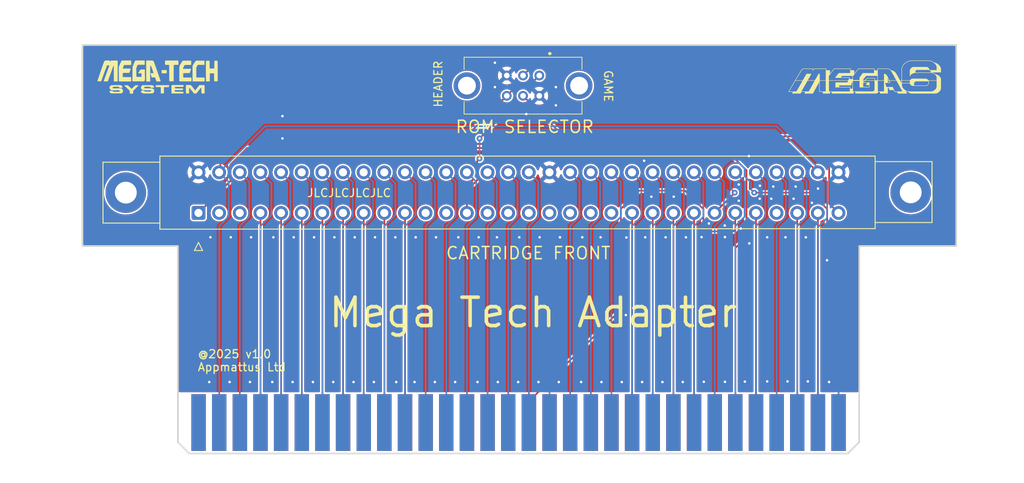
<source format=kicad_pcb>
(kicad_pcb (version 20241229) (generator "pcbnew") (generator_version "9.0")
  (title_block (title "MD Dumper Mega Tech Adapter") (date "2025-10-21") (company "© 2025 Appmattus Limited") (comment 1 "License: Apache Licence 2.0"))
  (layers (0 "F.Cu" signal) (2 "B.Cu" signal) (13 "F.Paste" user) (15 "B.Paste" user) (5 "F.SilkS" user "F.Silkscreen") (7 "B.SilkS" user "B.Silkscreen") (1 "F.Mask" user) (3 "B.Mask" user) (25 "Edge.Cuts" user))
  (net 0 "")
  (net 1 "D6")
  (net 2 "A7")
  (net 3 "A14")
  (net 4 "D7")
  (net 5 "A13")
  (net 6 "A11")
  (net 7 "D1")
  (net 8 "A19")
  (net 9 "A17")
  (net 10 "A8")
  (net 11 "A18")
  (net 12 "A10")
  (net 13 "D14")
  (net 14 "A20")
  (net 15 "D0")
  (net 16 "A15")
  (net 17 "D11")
  (net 19 "Net-(P1-~{CE0})")
  (net 20 "D13")
  (net 21 "A3")
  (net 22 "D5")
  (net 23 "D8")
  (net 24 "A16")
  (net 25 "A6")
  (net 26 "A1")
  (net 27 "A9")
  (net 28 "D4")
  (net 29 "D3")
  (net 30 "A12")
  (net 31 "A2")
  (net 32 "D2")
  (net 33 "D15")
  (net 34 "D12")
  (net 35 "A5")
  (net 36 "D9")
  (net 37 "Net-(P1-~{CART})")
  (net 38 "D10")
  (net 39 "A4")
  (net 42 "A22")
  (net 44 "Net-(P1-~{M3})")
  (net 47 "~{TIME}")
  (net 54 "~{LWR}")
  (net 55 "A21")
  (net 56 "A23")
  (net 59 "Net-(P1-~{VRES})")
  (net 63 "Net-(P3-~{HEADER_OE})")
  (net 72 "Net-(P3-~{CAS0})")
  (net 75 "/GND")
  (net 76 "/+5V")
  (footprint "1_my_custom_footprint_library:MD-CART-FINGERS" (layer "F.Cu") (at 146.05 126.492)
    (property "Reference" "P1" (hide yes))
    (property "Value" "MD-CART-FINGERS" (hide yes))
  )
  (footprint "1_my_custom_footprint_library:SSSF121900" (layer "F.Cu") (at 148.6 83.75 180)
    (property "Reference" "S1" (hide yes))
    (property "Value" "SSSF121900" (hide yes))
  )
  (footprint "1_my_custom_footprint_library:Sega-Mega-Tech-Header" (layer "F.Cu") (at 106.67 100.675 90)
    (property "Reference" "P3" (hide yes))
    (property "Value" "MEGATECH" (hide yes))
  )
  (gr_poly (pts (xy 190.210262 85.735647) (xy 190.287133 85.735647) (xy 190.280972 85.756586) (xy 190.273505 85.777085) (xy 190.264661 85.797019) (xy 190.254368 85.816261) (xy 190.248656 85.825583) (xy 190.242556 85.834686) (xy 190.236059 85.843553) (xy 190.229155 85.852168) (xy 190.221836 85.860516) (xy 190.214094 85.868582) (xy 190.205919 85.876349) (xy 190.197302 85.883802) (xy 190.188234 85.890925) (xy 190.178708 85.897702) (xy 190.168713 85.904117) (xy 190.158242 85.910156) (xy 190.147284 85.915802) (xy 190.135832 85.921039) (xy 190.123877 85.925853) (xy 190.111409 85.930226) (xy 190.098421 85.934143) (xy 190.084902 85.93759) (xy 190.070845 85.940549) (xy 190.05624 85.943005) (xy 190.041078 85.944943) (xy 190.025351 85.946346) (xy 190.00905 85.9472) (xy 189.992166 85.947488) (xy 187.510864 85.943019) (xy 187.509969 85.732072) (xy 189.575636 85.735647) (xy 189.598071 85.735137) (xy 189.619469 85.733633) (xy 189.639852 85.731171) (xy 189.659241 85.727788) (xy 189.677657 85.723521) (xy 189.695121 85.718407) (xy 189.711656 85.712484) (xy 189.727281 85.705787) (xy 189.742018 85.698355) (xy 189.755889 85.690224) (xy 189.768915 85.681431) (xy 189.781117 85.672013) (xy 189.792517 85.662008) (xy 189.803135 85.651451) (xy 189.812993 85.640381) (xy 189.822112 85.628833) (xy 189.830513 85.616846) (xy 189.838219 85.604456) (xy 189.845249 85.591699) (xy 189.851626 85.578614) (xy 189.85737 85.565237) (xy 189.862504 85.551605) (xy 189.871022 85.523723) (xy 189.877351 85.495265) (xy 189.881661 85.466528) (xy 189.884122 85.437806) (xy 189.884905 85.409395) (xy 189.884905 84.38684) (xy 190.210262 84.38684)) (stroke (width 0.056615)) (fill yes) (layer "F.SilkS"))
  (gr_line (start 183.068477 84.364495) (end 182.544687 84.364495) (stroke (width 0.056615)) (layer "F.SilkS"))
  (gr_poly (pts (xy 105.544195 84.920434) (xy 105.632695 84.921499) (xy 105.654806 84.922004) (xy 105.676895 84.922885) (xy 105.698954 84.924283) (xy 105.720975 84.92634) (xy 105.726434 84.928148) (xy 105.733827 84.932919) (xy 105.753885 84.950592) (xy 105.780084 84.977841) (xy 105.811363 85.013148) (xy 105.884907 85.101866) (xy 105.966011 85.204605) (xy 106.04617 85.309222) (xy 106.116881 85.403576) (xy 106.169639 85.475526) (xy 106.195939 85.51293) (xy 106.19918 85.517784) (xy 106.202587 85.522657) (xy 106.206166 85.527497) (xy 106.209922 85.532256) (xy 106.213861 85.536884) (xy 106.217987 85.541329) (xy 106.222307 85.545544) (xy 106.226826 85.549477) (xy 106.231549 85.553078) (xy 106.233989 85.554739) (xy 106.236481 85.556299) (xy 106.239028 85.557751) (xy 106.241628 85.559088) (xy 106.244284 85.560306) (xy 106.246996 85.561397) (xy 106.249764 85.562355) (xy 106.252589 85.563174) (xy 106.255472 85.563848) (xy 106.258413 85.564371) (xy 106.261414 85.564736) (xy 106.264474 85.564937) (xy 106.267594 85.564967) (xy 106.270776 85.564822) (xy 106.296556 85.536875) (xy 106.325978 85.503115) (xy 106.393158 85.421968) (xy 106.46714 85.328994) (xy 106.542749 85.231809) (xy 106.678145 85.055265) (xy 106.727581 84.991135) (xy 106.75794 84.953254) (xy 106.759863 84.950844) (xy 106.761872 84.948586) (xy 106.763963 84.946473) (xy 106.766132 84.944502) (xy 106.768376 84.942666) (xy 106.770691 84.940962) (xy 106.773073 84.939384) (xy 106.775518 84.937927) (xy 106.778023 84.936587) (xy 106.780584 84.935358) (xy 106.783196 84.934235) (xy 106.785857 84.933214) (xy 106.791309 84.931455) (xy 106.796908 84.930043) (xy 106.802626 84.928937) (xy 106.808431 84.928098) (xy 106.814295 84.927485) (xy 106.820186 84.92706) (xy 106.831931 84.926612) (xy 106.843427 84.926437) (xy 107.090832 84.927211) (xy 107.338239 84.926534) (xy 107.354372 84.927084) (xy 107.362528 84.927459) (xy 107.370669 84.928107) (xy 107.374716 84.928581) (xy 107.378738 84.929181) (xy 107.382727 84.929926) (xy 107.386677 84.930836) (xy 107.390581 84.931929) (xy 107.39443 84.933226) (xy 107.398219 84.934745) (xy 107.401941 84.936506) (xy 107.404735 84.940555) (xy 107.407216 84.944743) (xy 107.409403 84.949059) (xy 107.411318 84.953488) (xy 107.412983 84.95802) (xy 107.41442 84.96264) (xy 107.415649 84.967336) (xy 107.416692 84.972096) (xy 107.417571 84.976907) (xy 107.418306 84.981757) (xy 107.41892 84.986632) (xy 107.419434 84.991521) (xy 107.420247 85.001287) (xy 107.420915 85.010955) (xy 107.426905 85.450498) (xy 107.429506 85.729886) (xy 107.429628 85.886338) (xy 107.428907 85.896453) (xy 107.42838 85.901776) (xy 107.427687 85.907179) (xy 107.426789 85.912593) (xy 107.425644 85.917946) (xy 107.424212 85.923167) (xy 107.422452 85.928185) (xy 107.420323 85.932928) (xy 107.419107 85.935174) (xy 107.417784 85.937325) (xy 107.416349 85.939371) (xy 107.414796 85.941305) (xy 107.41312 85.943117) (xy 107.411316 85.944797) (xy 107.40938 85.946338) (xy 107.407305 85.94773) (xy 107.405088 85.948964) (xy 107.402722 85.950032) (xy 107.400203 85.950925) (xy 107.397526 85.951633) (xy 107.394685 85.952148) (xy 107.391675 85.952461) (xy 107.356129 85.957147) (xy 107.320452 85.960638) (xy 107.284674 85.96309) (xy 107.248829 85.964659) (xy 107.212947 85.965502) (xy 107.177061 85.965775) (xy 107.105401 85.96524) (xy 107.095648 85.964443) (xy 107.085282 85.963421) (xy 107.080013 85.962719) (xy 107.074762 85.961833) (xy 107.069587 85.960718) (xy 107.064546 85.959334) (xy 107.059695 85.957636) (xy 107.055092 85.955583) (xy 107.052902 85.954409) (xy 107.050795 85.95313) (xy 107.048778 85.951741) (xy 107.04686 85.950237) (xy 107.045046 85.948611) (xy 107.043344 85.946858) (xy 107.041762 85.944974) (xy 107.040306 85.942952) (xy 107.038984 85.940789) (xy 107.037802 85.938477) (xy 107.036769 85.936012) (xy 107.03589 85.933388) (xy 107.032523 85.891083) (xy 107.029573 85.811451) (xy 107.02339 85.589521) (xy 107.019394 85.471881) (xy 107.014285 85.366229) (xy 107.007681 85.284895) (xy 107.003699 85.2572) (xy 106.9992 85.240208) (xy 106.99593 85.241767) (xy 106.992693 85.243395) (xy 106.989494 85.245095) (xy 106.986337 85.246866) (xy 106.983225 85.248712) (xy 106.980164 85.250633) (xy 106.977157 85.25263) (xy 106.974208 85.254705) (xy 106.971322 85.25686) (xy 106.968502 85.259095) (xy 106.965753 85.261413) (xy 106.963078 85.263815) (xy 106.960483 85.266301) (xy 106.95797 85.268874) (xy 106.955545 85.271535) (xy 106.95321 85.274286) (xy 106.617658 85.695035) (xy 106.53441 85.804845) (xy 106.513358 85.83211) (xy 106.492011 85.859142) (xy 106.470272 85.88586) (xy 106.448041 85.912186) (xy 106.439876 85.921218) (xy 106.435645 85.925721) (xy 106.431306 85.930163) (xy 106.426848 85.934503) (xy 106.422264 85.9387) (xy 106.417545 85.942715) (xy 106.412682 85.946506) (xy 106.407667 85.950035) (xy 106.402492 85.95326) (xy 106.397147 85.956141) (xy 106.394409 85.95744) (xy 106.391625 85.958638) (xy 106.388794 85.95973) (xy 106.385917 85.960711) (xy 106.38299 85.961576) (xy 106.380013 85.96232) (xy 106.376986 85.962937) (xy 106.373907 85.963423) (xy 106.370775 85.963773) (xy 106.367589 85.963981) (xy 106.347251 85.965224) (xy 106.326899 85.965863) (xy 106.306538 85.966057) (xy 106.286172 85.965966) (xy 106.245444 85.96556) (xy 106.225091 85.965564) (xy 106.204751 85.965917) (xy 106.18901 85.966071) (xy 106.172979 85.965767) (xy 106.164942 85.965324) (xy 106.156938 85.964622) (xy 106.149002 85.963614) (xy 106.14117 85.962251) (xy 106.133476 85.960485) (xy 106.125955 85.958268) (xy 106.118644 85.955552) (xy 106.111576 85.95229) (xy 106.104787 85.948432) (xy 106.101508 85.946265) (xy 106.098312 85.943931) (xy 106.095204 85.941424) (xy 106.092187 85.938739) (xy 106.089266 85.935868) (xy 106.086446 85.932807) (xy 105.565786 85.27051) (xy 105.565056 85.269567) (xy 105.5643 85.268678) (xy 105.563519 85.267843) (xy 105.562715 85.267059) (xy 105.561888 85.266326) (xy 105.561039 85.265642) (xy 105.560169 85.265006) (xy 105.559279 85.264415) (xy 105.558371 85.263869) (xy 105.557445 85.263367) (xy 105.556502 85.262906) (xy 105.555542 85.262486) (xy 105.554568 85.262104) (xy 105.55358 85.261761) (xy 105.551566 85.261179) (xy 105.549508 85.260731) (xy 105.547413 85.260404) (xy 105.545289 85.260187) (xy 105.543145 85.260068) (xy 105.540988 85.260035) (xy 105.538826 85.260078) (xy 105.536666 85.260185) (xy 105.534517 85.260344) (xy 105.530858 85.285811) (xy 105.527882 85.318399) (xy 105.523622 85.400853) (xy 105.519389 85.606257) (xy 105.516137 85.811153) (xy 105.513103 85.892972) (xy 105.510923 85.925147) (xy 105.508184 85.950137) (xy 105.504036 85.952386) (xy 105.499836 85.954436) (xy 105.49129 85.957977) (xy 105.482566 85.960829) (xy 105.473685 85.963063) (xy 105.46467 85.964748) (xy 105.455541 85.965955) (xy 105.446319 85.966753) (xy 105.437026 85.967212) (xy 105.362672 85.967079) (xy 105.334508 85.96627) (xy 105.306304 85.966267) (xy 105.249873 85.967115) (xy 105.221693 85.967184) (xy 105.193569 85.966494) (xy 105.179535 85.965742) (xy 105.165524 85.964653) (xy 105.151539 85.963179) (xy 105.137582 85.961271) (xy 105.135506 85.955993) (xy 105.133661 85.950654) (xy 105.132032 85.945261) (xy 105.130604 85.939818) (xy 105.129363 85.93433) (xy 105.128295 85.928804) (xy 105.127385 85.923244) (xy 105.126619 85.917656) (xy 105.12546 85.906418) (xy 105.124702 85.895132) (xy 105.124231 85.883842) (xy 105.123929 85.87259) (xy 105.11989 85.365266) (xy 105.120773 85.081706) (xy 105.12364 84.982771) (xy 105.125892 84.950304) (xy 105.12877 84.931568) (xy 105.154507 84.927536) (xy 105.180306 84.924287) (xy 105.206159 84.921749) (xy 105.23206 84.919849) (xy 105.28398 84.917673) (xy 105.336012 84.917179)) (fill yes) (layer "F.SilkS"))
  (gr_poly (pts (xy 189.81876 83.489424) (xy 188.416324 83.489424) (xy 188.035547 84.003383) (xy 188.035547 85.181466) (xy 189.184133 85.181466) (xy 189.184133 84.633541) (xy 188.346604 84.633541) (xy 188.951735 84.085616) (xy 189.882224 84.085616) (xy 189.882224 85.408502) (xy 189.881451 85.436922) (xy 189.879018 85.465673) (xy 189.874753 85.494455) (xy 189.868481 85.522969) (xy 189.86003 85.550918) (xy 189.854934 85.564588) (xy 189.849228 85.578003) (xy 189.842891 85.591128) (xy 189.835901 85.603925) (xy 189.828238 85.616357) (xy 189.819878 85.628386) (xy 189.8108 85.639976) (xy 189.800984 85.651088) (xy 189.790407 85.661685) (xy 189.779047 85.671731) (xy 189.766884 85.681187) (xy 189.753895 85.690017) (xy 189.740058 85.698183) (xy 189.725354 85.705648) (xy 189.709758 85.712374) (xy 189.693251 85.718325) (xy 189.67581 85.723462) (xy 189.657415 85.727749) (xy 189.638042 85.731149) (xy 189.617671 85.733623) (xy 189.59628 85.735135) (xy 189.573847 85.735647) (xy 187.153328 85.730285) (xy 187.149752 83.834447) (xy 187.844266 82.919153) (xy 189.81876 82.919153)) (stroke (width 0.056615)) (fill no) (layer "F.SilkS"))
  (gr_poly (pts (xy 100.432279 81.89659) (xy 100.618837 81.905388) (xy 100.636404 81.905947) (xy 100.653963 81.906104) (xy 100.689061 81.905471) (xy 100.759204 81.902205) (xy 100.794264 81.900596) (xy 100.829328 81.899684) (xy 100.864403 81.899981) (xy 100.881948 81.900743) (xy 100.899497 81.902) (xy 100.917129 81.903063) (xy 100.934798 81.90359) (xy 100.970171 81.904045) (xy 100.98784 81.90448) (xy 101.005472 81.90539) (xy 101.014269 81.906102) (xy 101.02305 81.907028) (xy 101.031813 81.9082) (xy 101.040555 81.909648) (xy 101.044777 81.910844) (xy 101.048914 81.912196) (xy 101.052967 81.913698) (xy 101.05694 81.915344) (xy 101.064653 81.919043) (xy 101.072072 81.923247) (xy 101.079215 81.927908) (xy 101.086103 81.93298) (xy 101.092754 81.938413) (xy 101.099187 81.944162) (xy 101.105421 81.950178) (xy 101.111477 81.956415) (xy 101.117372 81.962825) (xy 101.123126 81.96936) (xy 101.134286 81.982619) (xy 101.145112 81.995812) (xy 101.166062 82.034749) (xy 101.199689 82.113818) (xy 101.297385 82.369336) (xy 101.561385 83.108785) (xy 101.815619 83.84593) (xy 101.938592 84.212538) (xy 101.943388 84.228199) (xy 101.948691 84.243757) (xy 101.960351 84.274666) (xy 101.972628 84.305464) (xy 101.984578 84.33635) (xy 101.990136 84.351887) (xy 101.995258 84.367521) (xy 101.999826 84.383276) (xy 102.003723 84.399176) (xy 102.006829 84.415248) (xy 102.009029 84.431515) (xy 102.010202 84.448003) (xy 102.010232 84.464735) (xy 101.990179 84.468848) (xy 101.970033 84.472326) (xy 101.949805 84.475221) (xy 101.929504 84.477588) (xy 101.888723 84.480944) (xy 101.847768 84.482816) (xy 101.806718 84.483626) (xy 101.765651 84.483796) (xy 101.68378 84.483905) (xy 101.66372 84.483761) (xy 101.64363 84.484041) (xy 101.603424 84.484921) (xy 101.583341 84.485045) (xy 101.563291 84.48464) (xy 101.553284 84.484164) (xy 101.543292 84.483467) (xy 101.533316 84.482519) (xy 101.523359 84.48129) (xy 101.52132 84.480958) (xy 101.519357 84.480508) (xy 101.517468 84.479947) (xy 101.515651 84.479278) (xy 101.513904 84.478508) (xy 101.512223 84.47764) (xy 101.510607 84.47668) (xy 101.509053 84.475633) (xy 101.507559 84.474503) (xy 101.506122 84.473297) (xy 101.50474 84.472018) (xy 101.503412 84.470671) (xy 101.502133 84.469263) (xy 101.500902 84.467796) (xy 101.499717 84.466278) (xy 101.498576 84.464711) (xy 101.496412 84.461456) (xy 101.494393 84.458071) (xy 101.492499 84.454594) (xy 101.490712 84.451067) (xy 101.48738 84.444018) (xy 101.484247 84.437241) (xy 101.454382 84.354706) (xy 101.425833 84.271727) (xy 101.398245 84.188439) (xy 101.371267 84.104978) (xy 101.368225 84.097297) (xy 101.365347 84.089454) (xy 101.359869 84.073449) (xy 101.354411 84.057293) (xy 101.348553 84.041312) (xy 101.345342 84.03349) (xy 101.341873 84.025835) (xy 101.338094 84.018388) (xy 101.333951 84.011189) (xy 101.329393 84.004281) (xy 101.324367 83.997703) (xy 101.318819 83.991498) (xy 101.315833 83.988547) (xy 101.312698 83.985705) (xy 101.300349 83.983607) (xy 101.287957 83.981998) (xy 101.275528 83.980825) (xy 101.263064 83.980032) (xy 101.250571 83.979568) (xy 101.238055 83.979378) (xy 101.212967 83.979606) (xy 101.162707 83.980995) (xy 101.137609 83.981297) (xy 101.112583 83.980768) (xy 101.087186 83.980259) (xy 101.061706 83.980603) (xy 101.010675 83.98199) (xy 100.985213 83.982106) (xy 100.972514 83.981816) (xy 100.959844 83.981217) (xy 100.947209 83.980251) (xy 100.934614 83.97886) (xy 100.922065 83.976986) (xy 100.909566 83.974572) (xy 100.895548 83.93607) (xy 100.882697 83.897148) (xy 100.870819 83.857887) (xy 100.859721 83.818364) (xy 100.839086 83.738853) (xy 100.819242 83.659252) (xy 100.816208 83.64852) (xy 100.81271 83.637776) (xy 100.804837 83.61624) (xy 100.796651 83.594608) (xy 100.792762 83.583745) (xy 100.78918 83.572846) (xy 100.786034 83.561906) (xy 100.783451 83.550921) (xy 100.781562 83.539887) (xy 100.780493 83.528799) (xy 100.780307 83.523234) (xy 100.780375 83.517654) (xy 100.780711 83.512058) (xy 100.781334 83.506446) (xy 100.782258 83.500817) (xy 100.783499 83.495171) (xy 100.785075 83.489508) (xy 100.787 83.483826) (xy 100.787389 83.481698) (xy 100.787901 83.479687) (xy 100.788529 83.477789) (xy 100.789269 83.476001) (xy 100.790116 83.474319) (xy 100.791065 83.472742) (xy 100.79211 83.471265) (xy 100.793246 83.469886) (xy 100.794469 83.4686) (xy 100.795773 83.467406) (xy 100.797153 83.466299) (xy 100.798605 83.465277) (xy 100.800122 83.464337) (xy 100.801701 83.463474) (xy 100.803335 83.462687) (xy 100.80502 83.461971) (xy 100.80675 83.461324) (xy 100.808522 83.460743) (xy 100.810328 83.460224) (xy 100.812165 83.459763) (xy 100.815911 83.459008) (xy 100.819716 83.45845) (xy 100.823541 83.458064) (xy 100.827346 83.457826) (xy 100.831089 83.457708) (xy 100.83473 83.457687) (xy 100.882562 83.457899) (xy 100.930368 83.458801) (xy 100.978156 83.460356) (xy 101.025936 83.462528) (xy 101.038159 83.462516) (xy 101.05061 83.462177) (xy 101.056867 83.461811) (xy 101.063116 83.461275) (xy 101.069335 83.46054) (xy 101.075504 83.459575) (xy 101.081599 83.458352) (xy 101.087601 83.45684) (xy 101.093486 83.455011) (xy 101.099235 83.452835) (xy 101.104824 83.450281) (xy 101.110233 83.447322) (xy 101.11544 83.443927) (xy 101.120424 83.440067) (xy 101.121931 83.438429) (xy 101.123279 83.436745) (xy 101.124474 83.43502) (xy 101.125524 83.433255) (xy 101.126432 83.431453) (xy 101.127207 83.429617) (xy 101.127854 83.427749) (xy 101.128379 83.425851) (xy 101.128789 83.423926) (xy 101.129089 83.421977) (xy 101.129287 83.420006) (xy 101.129387 83.418016) (xy 101.129323 83.413986) (xy 101.128945 83.40991) (xy 101.128305 83.405806) (xy 101.12745 83.401696) (xy 101.126432 83.397598) (xy 101.125299 83.393533) (xy 101.120618 83.37801) (xy 101.061526 83.221645) (xy 101.047307 83.182352) (xy 101.033637 83.142877) (xy 101.020683 83.103168) (xy 101.008607 83.063174) (xy 100.997078 83.02616) (xy 100.984591 82.989482) (xy 100.971405 82.953048) (xy 100.95778 82.916769) (xy 100.930242 82.844311) (xy 100.916847 82.80795) (xy 100.904046 82.77138) (xy 100.88383 82.714739) (xy 100.872859 82.686549) (xy 100.866992 82.672623) (xy 100.860809 82.658859) (xy 100.854261 82.645298) (xy 100.847302 82.631977) (xy 100.839884 82.618935) (xy 100.83196 82.606211) (xy 100.823484 82.593843) (xy 100.814407 82.58187) (xy 100.804682 82.570331) (xy 100.794263 82.559263) (xy 100.793184 82.557879) (xy 100.792055 82.556596) (xy 100.790879 82.555409) (xy 100.789656 82.554317) (xy 100.788392 82.553318) (xy 100.787086 82.552408) (xy 100.785744 82.551585) (xy 100.784365 82.550848) (xy 100.782954 82.550192) (xy 100.781513 82.549617) (xy 100.780044 82.549119) (xy 100.77855 82.548696) (xy 100.777033 82.548346) (xy 100.775496 82.548066) (xy 100.773941 82.547853) (xy 100.772371 82.547706) (xy 100.769194 82.547596) (xy 100.765987 82.547718) (xy 100.762769 82.548051) (xy 100.759559 82.548576) (xy 100.756379 82.549272) (xy 100.753247 82.550121) (xy 100.750185 82.551102) (xy 100.747211 82.552196) (xy 100.744158 82.560233) (xy 100.741513 82.568366) (xy 100.739246 82.576586) (xy 100.737329 82.584882) (xy 100.735731 82.593246) (xy 100.734423 82.60167) (xy 100.733374 82.610143) (xy 100.732557 82.618658) (xy 100.731494 82.635772) (xy 100.730997 82.652941) (xy 100.730752 82.687153) (xy 100.731916 84.284373) (xy 100.73195 84.296342) (xy 100.732352 84.308386) (xy 100.73388 84.332637) (xy 100.735743 84.357002) (xy 100.737179 84.381355) (xy 100.737501 84.393489) (xy 100.737431 84.405573) (xy 100.736876 84.417591) (xy 100.73574 84.429529) (xy 100.733929 84.44137) (xy 100.731346 84.453099) (xy 100.727899 84.464701) (xy 100.723491 84.476159) (xy 100.716695 84.478825) (xy 100.709815 84.481173) (xy 100.702861 84.483225) (xy 100.695839 84.485006) (xy 100.688759 84.486537) (xy 100.681627 84.487841) (xy 100.674453 84.48894) (xy 100.667243 84.489859) (xy 100.65275 84.491241) (xy 100.638211 84.49217) (xy 100.609252 84.493392) (xy 100.543905 84.493831) (xy 100.478566 84.493779) (xy 100.347953 84.493586) (xy 100.323036 84.493009) (xy 100.310476 84.492614) (xy 100.304209 84.492278) (xy 100.297963 84.491807) (xy 100.291751 84.491169) (xy 100.285582 84.490333) (xy 100.279467 84.489266) (xy 100.273417 84.487936) (xy 100.267442 84.486312) (xy 100.261554 84.484362) (xy 100.255762 84.482053) (xy 100.250078 84.479354) (xy 100.247109 84.474429) (xy 100.244571 84.469359) (xy 100.242427 84.464156) (xy 100.240642 84.458838) (xy 100.239181 84.453417) (xy 100.238009 84.44791) (xy 100.23709 84.442332) (xy 100.23639 84.436696) (xy 100.235871 84.431019) (xy 100.2355 84.425314) (xy 100.235059 84.413883) (xy 100.234784 84.402523) (xy 100.234392 84.391352) (xy 100.230483 83.228374) (xy 100.231294 82.004621) (xy 100.232963 81.98061) (xy 100.233965 81.968579) (xy 100.235276 81.95659) (xy 100.236094 81.950625) (xy 100.237046 81.944687) (xy 100.238149 81.938782) (xy 100.239422 81.932915) (xy 100.240885 81.927091) (xy 100.242554 81.921317) (xy 100.24445 81.915598) (xy 100.246591 81.909938) (xy 100.269611 81.905676) (xy 100.292701 81.902313) (xy 100.315855 81.89977) (xy 100.339063 81.897968) (xy 100.362318 81.896828) (xy 100.385611 81.896271)) (fill yes) (layer "F.SilkS"))
  (gr_line (start 181.591853 84.364495) (end 181.049292 84.364495) (stroke (width 0.056615)) (layer "F.SilkS"))
  (gr_line (start 192.57447 84.364495) (end 193.187645 84.364495) (stroke (width 0.056615)) (layer "F.SilkS"))
  (gr_poly (pts (xy 105.688918 81.918518) (xy 105.70203 81.919244) (xy 105.708567 81.919813) (xy 105.71507 81.920564) (xy 105.721523 81.92153) (xy 105.72791 81.922746) (xy 105.734216 81.924244) (xy 105.740424 81.926058) (xy 105.746519 81.928221) (xy 105.752484 81.930768) (xy 105.758304 81.93373) (xy 105.763963 81.937143) (xy 105.765964 81.941974) (xy 105.767663 81.946876) (xy 105.769086 81.951844) (xy 105.770258 81.956868) (xy 105.771203 81.961943) (xy 105.771947 81.96706) (xy 105.772514 81.972213) (xy 105.772931 81.977393) (xy 105.773412 81.987807) (xy 105.77359 81.998244) (xy 105.773839 82.01895) (xy 105.773072 82.108638) (xy 105.773076 82.198344) (xy 105.773546 82.377739) (xy 105.773202 82.381687) (xy 105.772965 82.385901) (xy 105.772582 82.394858) (xy 105.772319 82.399469) (xy 105.771931 82.404081) (xy 105.771359 82.408626) (xy 105.770546 82.413039) (xy 105.769434 82.417254) (xy 105.768747 82.419266) (xy 105.767963 82.421203) (xy 105.767076 82.423058) (xy 105.766077 82.424822) (xy 105.76496 82.426487) (xy 105.763717 82.428044) (xy 105.762341 82.429485) (xy 105.760825 82.430802) (xy 105.759161 82.431986) (xy 105.757342 82.43303) (xy 105.755361 82.433925) (xy 105.75321 82.434662) (xy 105.750883 82.435235) (xy 105.748372 82.435633) (xy 105.666413 82.441714) (xy 105.584358 82.445653) (xy 105.502228 82.447886) (xy 105.420045 82.448848) (xy 105.091211 82.448703) (xy 105.059774 82.449846) (xy 105.043969 82.450663) (xy 105.02822 82.45197) (xy 105.020393 82.452884) (xy 105.012612 82.454012) (xy 105.004887 82.455385) (xy 104.997229 82.457034) (xy 104.989649 82.45899) (xy 104.982157 82.461282) (xy 104.974764 82.463942) (xy 104.967481 82.467) (xy 104.961098 82.474678) (xy 104.952435 82.487242) (xy 104.929547 82.524757) (xy 104.901368 82.575008) (xy 104.870448 82.633458) (xy 104.839338 82.69557) (xy 104.810587 82.756808) (xy 104.797894 82.785681) (xy 104.786747 82.812634) (xy 104.777466 82.8371) (xy 104.770368 82.858512) (xy 104.769472 82.861721) (xy 104.768671 82.864956) (xy 104.767968 82.868214) (xy 104.767367 82.871491) (xy 104.766869 82.874784) (xy 104.766478 82.878089) (xy 104.766196 82.881404) (xy 104.766026 82.884724) (xy 104.765971 82.888046) (xy 104.766033 82.891368) (xy 104.766215 82.894685) (xy 104.766519 82.897993) (xy 104.766949 82.901291) (xy 104.767507 82.904574) (xy 104.768195 82.907838) (xy 104.769018 82.911081) (xy 104.776143 82.913304) (xy 104.783323 82.915265) (xy 104.790552 82.916981) (xy 104.797826 82.918468) (xy 104.80514 82.919743) (xy 104.812488 82.920824) (xy 104.819867 82.921727) (xy 104.827271 82.922469) (xy 104.842136 82.923537) (xy 104.857045 82.924164) (xy 104.871959 82.924485) (xy 104.886838 82.924635) (xy 105.270132 82.925785) (xy 105.653501 82.924829) (xy 105.665792 82.925281) (xy 105.678302 82.925945) (xy 105.684585 82.926439) (xy 105.690857 82.927085) (xy 105.697098 82.927917) (xy 105.703285 82.928968) (xy 105.709398 82.93027) (xy 105.715414 82.931857) (xy 105.721312 82.933763) (xy 105.72707 82.93602) (xy 105.732668 82.938661) (xy 105.738082 82.941721) (xy 105.743293 82.945231) (xy 105.748277 82.949226) (xy 105.746179 82.965937) (xy 105.741389 82.989027) (xy 105.725135 83.050441) (xy 105.702321 83.125664) (xy 105.675754 83.206893) (xy 105.648237 83.286326) (xy 105.622578 83.356158) (xy 105.601581 83.408586) (xy 105.593708 83.425836) (xy 105.588052 83.435808) (xy 105.585726 83.437675) (xy 105.583341 83.439413) (xy 105.5809 83.441027) (xy 105.578407 83.442523) (xy 105.573273 83.445176) (xy 105.567962 83.447413) (xy 105.562496 83.449274) (xy 105.556898 83.450797) (xy 105.55119 83.452023) (xy 105.545395 83.452992) (xy 105.539535 83.453743) (xy 105.533633 83.454316) (xy 105.521793 83.455085) (xy 105.498598 83.456235) (xy 104.887998 83.455848) (xy 104.87418 83.456872) (xy 104.86675 83.45761) (xy 104.859132 83.458575) (xy 104.851444 83.459823) (xy 104.843805 83.461411) (xy 104.836334 83.463395) (xy 104.829149 83.465832) (xy 104.822369 83.468778) (xy 104.819168 83.470459) (xy 104.816112 83.47229) (xy 104.813218 83.474276) (xy 104.810498 83.476425) (xy 104.807969 83.478743) (xy 104.805646 83.481238) (xy 104.803542 83.483918) (xy 104.801673 83.486788) (xy 104.800053 83.489856) (xy 104.798698 83.49313) (xy 104.797623 83.496616) (xy 104.796841 83.500321) (xy 104.796369 83.504252) (xy 104.79622 83.508417) (xy 104.794856 83.613007) (xy 104.794816 83.717642) (xy 104.794994 83.822295) (xy 104.794282 83.926939) (xy 104.794709 83.93088) (xy 104.794944 83.935073) (xy 104.795116 83.943976) (xy 104.795339 83.953164) (xy 104.79564 83.957715) (xy 104.796158 83.962155) (xy 104.796961 83.966426) (xy 104.79749 83.968478) (xy 104.798117 83.970466) (xy 104.798848 83.97238) (xy 104.799693 83.974215) (xy 104.80066 83.975961) (xy 104.801757 83.977612) (xy 104.802994 83.97916) (xy 104.804378 83.980598) (xy 104.805919 83.981917) (xy 104.807623 83.983111) (xy 104.809502 83.984172) (xy 104.811561 83.985092) (xy 104.813811 83.985864) (xy 104.816259 83.98648) (xy 104.831981 83.989888) (xy 104.847775 83.992704) (xy 104.863634 83.994983) (xy 104.87955 83.996778) (xy 104.895516 83.998142) (xy 104.911524 83.999127) (xy 104.94364 84.000179) (xy 105.072328 83.999936) (xy 105.731046 84.000324) (xy 105.746087 84.001161) (xy 105.753658 84.001772) (xy 105.757437 84.002174) (xy 105.761202 84.00266) (xy 105.76495 84.003241) (xy 105.768674 84.003933) (xy 105.772368 84.004748) (xy 105.776027 84.005702) (xy 105.779645 84.006806) (xy 105.783216 84.008076) (xy 105.786736 84.009525) (xy 105.790197 84.011167) (xy 105.791722 84.012189) (xy 105.79316 84.013276) (xy 105.794513 84.014423) (xy 105.795785 84.015629) (xy 105.796977 84.016891) (xy 105.798095 84.018205) (xy 105.79914 84.019569) (xy 105.800115 84.02098) (xy 105.801024 84.022435) (xy 105.80187 84.023931) (xy 105.802655 84.025466) (xy 105.803384 84.027036) (xy 105.804681 84.030272) (xy 105.805785 84.033616) (xy 105.806722 84.037044) (xy 105.807515 84.040535) (xy 105.808189 84.044066) (xy 105.808768 84.047612) (xy 105.810625 84.061509) (xy 105.812591 84.101961) (xy 105.813633 84.142427) (xy 105.813978 84.182902) (xy 105.813855 84.223381) (xy 105.813115 84.304335) (xy 105.812955 84.3448) (xy 105.813238 84.385252) (xy 105.812825 84.396553) (xy 105.812021 84.407896) (xy 105.811438 84.413559) (xy 105.810715 84.419205) (xy 105.80984 84.424823) (xy 105.808798 84.430403) (xy 105.807575 84.435938) (xy 105.806159 84.441416) (xy 105.804534 84.446829) (xy 105.802688 84.452167) (xy 105.800607 84.45742) (xy 105.798277 84.462579) (xy 105.795684 84.467635) (xy 105.792814 84.472577) (xy 105.786752 84.474755) (xy 105.780624 84.476587) (xy 105.774437 84.478104) (xy 105.768199 84.479333) (xy 105.761914 84.480305) (xy 105.755591 84.481049) (xy 105.749237 84.481594) (xy 105.742857 84.481969) (xy 105.730051 84.482325) (xy 105.717226 84.482353) (xy 105.704437 84.482285) (xy 105.691739 84.482355) (xy 105.597316 84.481527) (xy 105.502857 84.481968) (xy 105.408397 84.482192) (xy 105.361179 84.481757) (xy 105.313974 84.48071) (xy 105.268155 84.476489) (xy 105.222269 84.473898) (xy 105.176331 84.472581) (xy 105.130356 84.472178) (xy 105.038353 84.472691) (xy 104.992355 84.472891) (xy 104.946378 84.472577) (xy 104.394058 84.472965) (xy 104.388093 84.472956) (xy 104.381874 84.472791) (xy 104.375487 84.472423) (xy 104.369017 84.471808) (xy 104.362551 84.470899) (xy 104.356174 84.469651) (xy 104.349972 84.46802) (xy 104.344032 84.465958) (xy 104.341186 84.464752) (xy 104.338438 84.463421) (xy 104.335798 84.46196) (xy 104.333278 84.460363) (xy 104.330887 84.458625) (xy 104.328636 84.456739) (xy 104.326537 84.4547) (xy 104.3246 84.452502) (xy 104.322836 84.450141) (xy 104.321254 84.447609) (xy 104.319868 84.444901) (xy 104.318686 84.442012) (xy 104.31772 84.438936) (xy 104.31698 84.435667) (xy 104.316477 84.432199) (xy 104.316223 84.428528) (xy 104.311326 84.130811) (xy 104.311248 83.605145) (xy 104.314769 82.773994) (xy 104.316921 82.74988) (xy 104.318675 82.725701) (xy 104.321982 82.67729) (xy 104.324029 82.653128) (xy 104.326668 82.629042) (xy 104.330147 82.605068) (xy 104.332278 82.593133) (xy 104.334712 82.581239) (xy 104.340111 82.565156) (xy 104.351254 82.540364) (xy 104.387891 82.469473) (xy 104.43886 82.378204) (xy 104.498397 82.276194) (xy 104.560738 82.173081) (xy 104.620121 82.078503) (xy 104.670781 82.002098) (xy 104.69104 81.973723) (xy 104.706956 81.953504) (xy 104.711228 81.950311) (xy 104.715597 81.947349) (xy 104.720059 81.94461) (xy 104.72461 81.942084) (xy 104.733957 81.937631) (xy 104.743601 81.933913) (xy 104.753504 81.930855) (xy 104.763627 81.928377) (xy 104.773933 81.926405) (xy 104.784384 81.92486) (xy 104.794941 81.923665) (xy 104.805567 81.922744) (xy 104.826872 81.921415) (xy 104.847996 81.920256) (xy 104.868635 81.918652) (xy 105.662984 81.91778)) (fill yes) (layer "F.SilkS"))
  (gr_poly (pts (xy 96.785917 84.929437) (xy 97.016233 84.936602) (xy 97.03112 84.936694) (xy 97.046056 84.937343) (xy 97.061002 84.938563) (xy 97.075914 84.940369) (xy 97.090753 84.942775) (xy 97.105477 84.945795) (xy 97.120045 84.949445) (xy 97.134417 84.953738) (xy 97.148549 84.958689) (xy 97.162403 84.964313) (xy 97.175936 84.970624) (xy 97.189107 84.977636) (xy 97.201876 84.985364) (xy 97.2142 84.993822) (xy 97.22604 85.003025) (xy 97.237354 85.012987) (xy 97.243463 85.018409) (xy 97.249286 85.024048) (xy 97.254827 85.029895) (xy 97.260091 85.035941) (xy 97.265082 85.042177) (xy 97.269805 85.048593) (xy 97.274263 85.05518) (xy 97.278461 85.061928) (xy 97.286097 85.075872) (xy 97.292745 85.090349) (xy 97.298443 85.105286) (xy 97.303223 85.120607) (xy 97.307122 85.136238) (xy 97.310174 85.152104) (xy 97.312415 85.16813) (xy 97.31388 85.184242) (xy 97.314603 85.200364) (xy 97.314619 85.216423) (xy 97.313964 85.232343) (xy 97.312673 85.248049) (xy 97.30461 85.252248) (xy 97.296369 85.255805) (xy 97.287969 85.258774) (xy 97.279428 85.261211) (xy 97.270762 85.26317) (xy 97.261991 85.264705) (xy 97.253132 85.26587) (xy 97.244203 85.266722) (xy 97.235222 85.267314) (xy 97.226206 85.2677) (xy 97.208143 85.268076) (xy 97.190157 85.268286) (xy 97.172391 85.268768) (xy 97.145675 85.269377) (xy 97.118803 85.270625) (xy 97.091853 85.271974) (xy 97.064906 85.272882) (xy 97.051458 85.273002) (xy 97.03804 85.27281) (xy 97.024663 85.272238) (xy 97.011336 85.271218) (xy 96.998069 85.269683) (xy 96.984872 85.267566) (xy 96.971755 85.264798) (xy 96.958728 85.261313) (xy 96.955273 85.258411) (xy 96.951943 85.255378) (xy 96.945621 85.248959) (xy 96.939678 85.242145) (xy 96.934034 85.235022) (xy 96.928605 85.227679) (xy 96.923309 85.220204) (xy 96.912788 85.20521) (xy 96.907399 85.197866) (xy 96.901814 85.190742) (xy 96.895951 85.183925) (xy 96.889728 85.177503) (xy 96.886456 85.174468) (xy 96.883063 85.171565) (xy 96.879539 85.168804) (xy 96.875873 85.166198) (xy 96.872056 85.163756) (xy 96.868076 85.16149) (xy 96.863924 85.159411) (xy 96.85959 85.157529) (xy 96.849363 85.153662) (xy 96.83902 85.150246) (xy 96.828571 85.147251) (xy 96.818029 85.144647) (xy 96.807402 85.142404) (xy 96.796704 85.140491) (xy 96.785943 85.138879) (xy 96.775133 85.137537) (xy 96.753403 85.135546) (xy 96.731601 85.134276) (xy 96.709816 85.133487) (xy 96.688135 85.132939) (xy 96.580456 85.132845) (xy 96.472785 85.133641) (xy 96.365134 85.135634) (xy 96.257511 85.139135) (xy 96.247463 85.139428) (xy 96.237418 85.140233) (xy 96.227408 85.141548) (xy 96.217465 85.143369) (xy 96.207623 85.145693) (xy 96.197913 85.148517) (xy 96.188367 85.151838) (xy 96.179018 85.155653) (xy 96.169898 85.15996) (xy 96.16104 85.164755) (xy 96.152476 85.170035) (xy 96.144238 85.175798) (xy 96.136358 85.18204) (xy 96.128869 85.188758) (xy 96.121804 85.19595) (xy 96.115194 85.203612) (xy 96.113484 85.205875) (xy 96.111979 85.208179) (xy 96.110672 85.210521) (xy 96.109556 85.212898) (xy 96.108622 85.215306) (xy 96.107864 85.217744) (xy 96.107275 85.220208) (xy 96.106846 85.222695) (xy 96.10657 85.225202) (xy 96.10644 85.227727) (xy 96.106449 85.230266) (xy 96.106588 85.232817) (xy 96.106852 85.235376) (xy 96.107231 85.237941) (xy 96.108308 85.243076) (xy 96.109762 85.248198) (xy 96.111531 85.253285) (xy 96.113557 85.258312) (xy 96.11578 85.263257) (xy 96.118141 85.268095) (xy 96.12058 85.272804) (xy 96.125457 85.281741) (xy 96.127876 85.285825) (xy 96.130481 85.289663) (xy 96.133263 85.293261) (xy 96.136214 85.296628) (xy 96.139324 85.299774) (xy 96.142587 85.302705) (xy 96.145994 85.30543) (xy 96.149535 85.307959) (xy 96.153203 85.310298) (xy 96.156989 85.312457) (xy 96.160885 85.314443) (xy 96.164883 85.316266) (xy 96.168973 85.317934) (xy 96.173148 85.319454) (xy 96.181718 85.322087) (xy 96.190525 85.324232) (xy 96.199502 85.325957) (xy 96.20858 85.327327) (xy 96.217694 85.32841) (xy 96.235758 85.329983) (xy 96.253152 85.331211) (xy 96.325642 85.327668) (xy 96.398175 85.325625) (xy 96.543325 85.324423) (xy 96.688512 85.324364) (xy 96.76109 85.323751) (xy 96.833644 85.322208) (xy 96.894091 85.318558) (xy 96.9546 85.315443) (xy 96.984876 85.314356) (xy 97.015164 85.313726) (xy 97.045464 85.313661) (xy 97.075775 85.314269) (xy 97.084882 85.314595) (xy 97.093875 85.315438) (xy 97.10276 85.31676) (xy 97.111542 85.318522) (xy 97.120227 85.320684) (xy 97.12882 85.323209) (xy 97.137329 85.326057) (xy 97.145757 85.329191) (xy 97.154112 85.33257) (xy 97.1624 85.336157) (xy 97.178793 85.343799) (xy 97.211021 85.359868) (xy 97.224157 85.36602) (xy 97.236839 85.37284) (xy 97.249062 85.380299) (xy 97.260818 85.388368) (xy 97.2721 85.39702) (xy 97.282902 85.406225) (xy 97.293218 85.415956) (xy 97.303039 85.426184) (xy 97.312361 85.43688) (xy 97.321175 85.448016) (xy 97.329474 85.459563) (xy 97.337254 85.471494) (xy 97.344506 85.483779) (xy 97.351223 85.496391) (xy 97.3574 85.5093) (xy 97.363028 85.522478) (xy 97.368103 85.535897) (xy 97.372616 85.549529) (xy 97.376561 85.563344) (xy 97.379931 85.577315) (xy 97.38272 85.591413) (xy 97.384921 85.605609) (xy 97.386526 85.619875) (xy 97.38753 85.634183) (xy 97.387925 85.648505) (xy 97.387705 85.662811) (xy 97.386863 85.677073) (xy 97.385393 85.691263) (xy 97.383286 85.705353) (xy 97.380538 85.719313) (xy 97.37714 85.733116) (xy 97.373086 85.746733) (xy 97.363123 85.768923) (xy 97.352557 85.791028) (xy 97.346984 85.801969) (xy 97.341185 85.812793) (xy 97.335134 85.823468) (xy 97.328806 85.833961) (xy 97.322174 85.844242) (xy 97.315214 85.854277) (xy 97.307901 85.864034) (xy 97.300208 85.873482) (xy 97.292111 85.882589) (xy 97.283585 85.891322) (xy 97.274603 85.899649) (xy 97.26514 85.907539) (xy 97.256167 85.914866) (xy 97.251562 85.918476) (xy 97.246874 85.922008) (xy 97.242097 85.925429) (xy 97.237228 85.928708) (xy 97.232264 85.931811) (xy 97.227201 85.934707) (xy 97.222034 85.937364) (xy 97.21676 85.939749) (xy 97.211376 85.941831) (xy 97.205876 85.943576) (xy 97.203082 85.944313) (xy 97.200258 85.944954) (xy 97.197403 85.945494) (xy 97.194517 85.945931) (xy 97.1916 85.946259) (xy 97.18865 85.946475) (xy 97.185668 85.946575) (xy 97.182653 85.946555) (xy 97.103333 85.947299) (xy 97.023977 85.947136) (xy 96.944621 85.947481) (xy 96.904954 85.948286) (xy 96.865301 85.94975) (xy 96.73107 85.949635) (xy 96.539259 85.951371) (xy 96.223527 85.955462) (xy 96.144456 85.95567) (xy 96.104791 85.955737) (xy 96.065167 85.955026) (xy 96.025679 85.952972) (xy 96.006015 85.951264) (xy 95.986422 85.949009) (xy 95.96691 85.946135) (xy 95.947492 85.942573) (xy 95.92818 85.938251) (xy 95.908985 85.933099) (xy 95.897042 85.928232) (xy 95.885104 85.923023) (xy 95.87323 85.917453) (xy 95.861475 85.911505) (xy 95.849898 85.90516) (xy 95.838555 85.8984) (xy 95.827506 85.891209) (xy 95.816806 85.883566) (xy 95.806513 85.875455) (xy 95.796685 85.866858) (xy 95.787379 85.857756) (xy 95.778653 85.848131) (xy 95.770564 85.837966) (xy 95.76317 85.827242) (xy 95.756527 85.815941) (xy 95.750694 85.804046) (xy 95.744306 85.787643) (xy 95.738385 85.770865) (xy 95.73568 85.762357) (xy 95.733188 85.75378) (xy 95.730941 85.745145) (xy 95.728971 85.736459) (xy 95.727312 85.72773) (xy 95.725994 85.718969) (xy 95.725051 85.710183) (xy 95.724514 85.701381) (xy 95.724415 85.692571) (xy 95.724788 85.683763) (xy 95.725663 85.674964) (xy 95.727073 85.666185) (xy 95.727696 85.663676) (xy 95.72847 85.661353) (xy 95.729389 85.65921) (xy 95.730446 85.657239) (xy 95.731633 85.655433) (xy 95.732942 85.653784) (xy 95.734369 85.652286) (xy 95.735904 85.65093) (xy 95.73754 85.64971) (xy 95.739272 85.648619) (xy 95.741091 85.647648) (xy 95.742991 85.646791) (xy 95.744964 85.64604) (xy 95.747003 85.645388) (xy 95.749101 85.644829) (xy 95.751251 85.644353) (xy 95.755678 85.643626) (xy 95.760228 85.64315) (xy 95.764843 85.642865) (xy 95.769467 85.642713) (xy 95.77851 85.642577) (xy 95.782816 85.642474) (xy 95.786903 85.642272) (xy 95.819003 85.642347) (xy 95.851051 85.641366) (xy 95.883062 85.639588) (xy 95.915046 85.637274) (xy 95.978987 85.632075) (xy 96.010967 85.629709) (xy 96.042972 85.627847) (xy 96.058536 85.628148) (xy 96.062561 85.628349) (xy 96.066578 85.628672) (xy 96.070559 85.62915) (xy 96.074473 85.629819) (xy 96.078291 85.630714) (xy 96.081982 85.63187) (xy 96.085518 85.633321) (xy 96.087217 85.634169) (xy 96.088866 85.635103) (xy 96.090462 85.636129) (xy 96.091999 85.637251) (xy 96.093475 85.638474) (xy 96.094886 85.639801) (xy 96.096228 85.641236) (xy 96.097497 85.642786) (xy 96.098689 85.644452) (xy 96.099801 85.646242) (xy 96.102995 85.650405) (xy 96.106061 85.654707) (xy 96.111939 85.663592) (xy 96.11769 85.672636) (xy 96.123569 85.681578) (xy 96.126635 85.685929) (xy 96.129829 85.690156) (xy 96.133181 85.694228) (xy 96.136724 85.698111) (xy 96.140489 85.701773) (xy 96.144508 85.705181) (xy 96.146623 85.70678) (xy 96.148813 85.708303) (xy 96.151083 85.709746) (xy 96.153436 85.711105) (xy 96.164159 85.716677) (xy 96.175079 85.72172) (xy 96.18618 85.726256) (xy 96.197445 85.730309) (xy 96.208858 85.733904) (xy 96.220403 85.737063) (xy 96.232063 85.73981) (xy 96.243823 85.74217) (xy 96.255665 85.744166) (xy 96.267574 85.745821) (xy 96.279533 85.74716) (xy 96.291526 85.748205) (xy 96.303536 85.748981) (xy 96.315548 85.74951) (xy 96.339509 85.749928) (xy 96.813991 85.750703) (xy 96.831137 85.750771) (xy 96.848433 85.750503) (xy 96.865746 85.749627) (xy 96.874368 85.748876) (xy 96.882946 85.74787) (xy 96.891462 85.746577) (xy 96.899901 85.744961) (xy 96.908245 85.74299) (xy 96.916479 85.740628) (xy 96.924585 85.737841) (xy 96.932549 85.734597) (xy 96.940352 85.73086) (xy 96.947978 85.726596) (xy 96.952516 85.724013) (xy 96.956959 85.721172) (xy 96.961275 85.718083) (xy 96.965433 85.714755) (xy 96.969401 85.711197) (xy 96.973149 85.70742) (xy 96.976644 85.703433) (xy 96.979855 85.699246) (xy 96.981344 85.697081) (xy 96.982751 85.694869) (xy 96.98407 85.692611) (xy 96.985299 85.69031) (xy 96.986434 85.687966) (xy 96.98747 85.68558) (xy 96.988403 85.683154) (xy 96.98923 85.680688) (xy 96.989947 85.678185) (xy 96.990549 85.675645) (xy 96.991034 85.673069) (xy 96.991396 85.670459) (xy 96.991632 85.667815) (xy 96.991738 85.66514) (xy 96.99171 85.662434) (xy 96.991544 85.659698) (xy 96.990644 85.655767) (xy 96.989579 85.651892) (xy 96.988355 85.648076) (xy 96.986976 85.644322) (xy 96.985445 85.640633) (xy 96.983768 85.637013) (xy 96.981949 85.633464) (xy 96.979992 85.629991) (xy 96.977902 85.626597) (xy 96.975682 85.623284) (xy 96.970874 85.616918) (xy 96.965601 85.610919) (xy 96.9599 85.605313) (xy 96.953805 85.600127) (xy 96.947352 85.595387) (xy 96.940575 85.59112) (xy 96.933509 85.587351) (xy 96.92619 85.584108) (xy 96.918652 85.581417) (xy 96.914812 85.580286) (xy 96.91093 85.579303) (xy 96.907012 85.578471) (xy 96.90306 85.577794) (xy 96.880078 85.573619) (xy 96.857026 85.569978) (xy 96.833913 85.566851) (xy 96.810745 85.564221) (xy 96.764278 85.560377) (xy 96.717687 85.558299) (xy 96.671032 85.557841) (xy 96.624375 85.558857) (xy 96.577777 85.5612) (xy 96.531299 85.564724) (xy 96.420529 85.570339) (xy 96.272492 85.575374) (xy 96.19872 85.576834) (xy 96.132697 85.577141) (xy 96.080111 85.57596) (xy 96.060635 85.574706) (xy 96.046651 85.572954) (xy 96.025421 85.568816) (xy 96.004169 85.564171) (xy 95.983052 85.558805) (xy 95.972595 85.555784) (xy 95.962231 85.552502) (xy 95.95198 85.548932) (xy 95.941863 85.545046) (xy 95.931899 85.540819) (xy 95.922108 85.536222) (xy 95.91251 85.531229) (xy 95.903124 85.525814) (xy 95.893971 85.519949) (xy 95.88507 85.513607) (xy 95.86585 85.499139) (xy 95.846647 85.484271) (xy 95.837176 85.476618) (xy 95.827858 85.468784) (xy 95.818744 85.460739) (xy 95.809884 85.452458) (xy 95.801326 85.443912) (xy 95.79312 85.435074) (xy 95.785318 85.425918) (xy 95.777967 85.416415) (xy 95.771118 85.406538) (xy 95.764822 85.39626) (xy 95.759127 85.385553) (xy 95.754083 85.37439) (xy 95.748953 85.361921) (xy 95.744156 85.349219) (xy 95.739739 85.336313) (xy 95.735746 85.323231) (xy 95.732225 85.310001) (xy 95.72922 85.296652) (xy 95.726777 85.283213) (xy 95.724942 85.269711) (xy 95.723761 85.256175) (xy 95.723278 85.242634) (xy 95.723541 85.229115) (xy 95.724594 85.215647) (xy 95.726482 85.202259) (xy 95.729253 85.188978) (xy 95.732951 85.175834) (xy 95.737623 85.162854) (xy 95.751271 85.128177) (xy 95.758593 85.110847) (xy 95.762509 85.102308) (xy 95.766644 85.093899) (xy 95.771035 85.085656) (xy 95.77572 85.077613) (xy 95.780735 85.069807) (xy 95.786118 85.062271) (xy 95.791907 85.055042) (xy 95.798137 85.048155) (xy 95.804847 85.041644) (xy 95.812074 85.035545) (xy 95.831461 85.020761) (xy 95.851391 85.006421) (xy 95.861576 84.99953) (xy 95.871917 84.992886) (xy 95.882421 84.986534) (xy 95.893094 84.980519) (xy 95.903943 84.974886) (xy 95.914975 84.969681) (xy 95.926195 84.964949) (xy 95.937611 84.960734) (xy 95.94923 84.957083) (xy 95.961058 84.954041) (xy 95.973102 84.951652) (xy 95.985368 84.949962) (xy 96.063204 84.942528) (xy 96.166204 84.936871) (xy 96.284964 84.932798) (xy 96.410075 84.930115) (xy 96.641729 84.928152)) (fill yes) (layer "F.SilkS"))
  (gr_poly (pts (xy 104.753573 84.918273) (xy 104.764055 84.918712) (xy 104.774491 84.919561) (xy 104.78487 84.920887) (xy 104.795184 84.922754) (xy 104.805424 84.925227) (xy 104.81558 84.928373) (xy 104.817661 84.935101) (xy 104.81942 84.941884) (xy 104.820885 84.948718) (xy 104.822081 84.955597) (xy 104.823037 84.962515) (xy 104.823779 84.969466) (xy 104.824335 84.976445) (xy 104.824733 84.983447) (xy 104.82516 84.997497) (xy 104.825278 85.01157) (xy 104.82546 85.039611) (xy 104.825119 85.065141) (xy 104.824919 85.077975) (xy 104.824416 85.090789) (xy 104.823984 85.097173) (xy 104.823396 85.103535) (xy 104.822625 85.109867) (xy 104.821644 85.116164) (xy 104.820428 85.12242) (xy 104.818949 85.128628) (xy 104.81718 85.134782) (xy 104.815095 85.140877) (xy 104.810969 85.143071) (xy 104.806764 85.145051) (xy 104.802486 85.14683) (xy 104.798143 85.148421) (xy 104.793742 85.149837) (xy 104.789289 85.15109) (xy 104.784792 85.152193) (xy 104.780257 85.15316) (xy 104.775691 85.154004) (xy 104.771102 85.154737) (xy 104.761879 85.155921) (xy 104.752645 85.156818) (xy 104.743455 85.157529) (xy 104.542472 85.15911) (xy 104.341489 85.158122) (xy 103.939523 85.155012) (xy 103.929714 85.155845) (xy 103.919798 85.156328) (xy 103.899734 85.156575) (xy 103.879509 85.156406) (xy 103.859301 85.156476) (xy 103.849258 85.156806) (xy 103.839287 85.157441) (xy 103.829409 85.158463) (xy 103.819647 85.159954) (xy 103.810023 85.161996) (xy 103.800558 85.164671) (xy 103.791277 85.16806) (xy 103.782199 85.172245) (xy 103.777918 85.179415) (xy 103.774212 85.186854) (xy 103.771069 85.194528) (xy 103.768474 85.202404) (xy 103.766413 85.210448) (xy 103.764873 85.218627) (xy 103.763839 85.226908) (xy 103.763298 85.235258) (xy 103.763236 85.243643) (xy 103.763638 85.252029) (xy 103.764492 85.260385) (xy 103.765782 85.268675) (xy 103.767496 85.276867) (xy 103.769619 85.284928) (xy 103.772137 85.292824) (xy 103.775037 85.300522) (xy 103.776661 85.303807) (xy 103.778459 85.306842) (xy 103.780423 85.309638) (xy 103.782544 85.312205) (xy 103.784814 85.314555) (xy 103.787224 85.316697) (xy 103.789767 85.318641) (xy 103.792433 85.320399) (xy 103.795214 85.32198) (xy 103.798102 85.323395) (xy 103.801089 85.324655) (xy 103.804165 85.32577) (xy 103.807322 85.32675) (xy 103.810553 85.327605) (xy 103.817199 85.328985) (xy 103.824036 85.329993) (xy 103.830995 85.330712) (xy 103.845014 85.331617) (xy 103.858715 85.332368) (xy 103.865278 85.332894) (xy 103.871559 85.333632) (xy 104.254212 85.341522) (xy 104.445538 85.343516) (xy 104.636865 85.342733) (xy 104.666746 85.343121) (xy 104.681744 85.343575) (xy 104.696709 85.344463) (xy 104.704162 85.345131) (xy 104.711587 85.345982) (xy 104.718977 85.347039) (xy 104.726326 85.348328) (xy 104.733626 85.349872) (xy 104.740871 85.351697) (xy 104.748055 85.353827) (xy 104.75517 85.356286) (xy 104.757367 85.366772) (xy 104.759335 85.377348) (xy 104.761062 85.387998) (xy 104.762534 85.398711) (xy 104.763735 85.409473) (xy 104.764652 85.42027) (xy 104.765271 85.431089) (xy 104.765577 85.441917) (xy 104.765556 85.452741) (xy 104.765195 85.463546) (xy 104.764478 85.474321) (xy 104.763393 85.485051) (xy 104.761924 85.495723) (xy 104.760057 85.506324) (xy 104.757779 85.51684) (xy 104.755075 85.527258) (xy 104.744643 85.531496) (xy 104.734054 85.535064) (xy 104.723323 85.538019) (xy 104.712467 85.54042) (xy 104.701502 85.542325) (xy 104.690446 85.543791) (xy 104.679315 85.544877) (xy 104.668125 85.54564) (xy 104.645635 85.546432) (xy 104.62311 85.546631) (xy 104.600683 85.5467) (xy 104.578485 85.547104) (xy 103.833028 85.544685) (xy 103.827976 85.545065) (xy 103.822666 85.54531) (xy 103.811543 85.545677) (xy 103.805863 85.54594) (xy 103.800195 85.546352) (xy 103.794604 85.546983) (xy 103.789159 85.547903) (xy 103.783926 85.549185) (xy 103.78141 85.549983) (xy 103.778972 85.550898) (xy 103.77662 85.551938) (xy 103.774364 85.553113) (xy 103.772211 85.554432) (xy 103.770169 85.555902) (xy 103.768248 85.557534) (xy 103.766455 85.559336) (xy 103.764799 85.561316) (xy 103.763289 85.563485) (xy 103.761932 85.56585) (xy 103.760737 85.56842) (xy 103.759712 85.571204) (xy 103.758867 85.574212) (xy 103.756435 85.58336) (xy 103.754403 85.592639) (xy 103.752771 85.602024) (xy 103.75154 85.611494) (xy 103.750711 85.621027) (xy 103.750284 85.630599) (xy 103.75026 85.640189) (xy 103.75064 85.649775) (xy 103.751423 85.659333) (xy 103.75261 85.668841) (xy 103.754203 85.678277) (xy 103.756201 85.687619) (xy 103.758605 85.696844) (xy 103.761416 85.70593) (xy 103.764634 85.714854) (xy 103.76826 85.723594) (xy 103.776685 85.726818) (xy 103.785218 85.729615) (xy 103.793848 85.732019) (xy 103.802564 85.734061) (xy 103.811357 85.735776) (xy 103.820215 85.737197) (xy 103.829128 85.738357) (xy 103.838085 85.73929) (xy 103.856092 85.740608) (xy 103.874151 85.741416) (xy 103.910089 85.74257) (xy 104.362981 85.745535) (xy 104.630778 85.749391) (xy 104.727205 85.752051) (xy 104.780439 85.755253) (xy 104.782371 85.755397) (xy 104.784246 85.755646) (xy 104.786064 85.755997) (xy 104.787825 85.756446) (xy 104.789528 85.756989) (xy 104.791174 85.757623) (xy 104.792761 85.758346) (xy 104.794291 85.759152) (xy 104.795762 85.760039) (xy 104.797175 85.761004) (xy 104.798529 85.762043) (xy 104.799824 85.763152) (xy 104.80106 85.764328) (xy 104.802237 85.765568) (xy 104.803355 85.766868) (xy 104.804412 85.768225) (xy 104.80541 85.769635) (xy 104.806348 85.771096) (xy 104.807226 85.772602) (xy 104.808043 85.774152) (xy 104.808799 85.775741) (xy 104.809495 85.777366) (xy 104.810129 85.779024) (xy 104.810703 85.780711) (xy 104.811215 85.782424) (xy 104.811665 85.784159) (xy 104.81238 85.787683) (xy 104.812846 85.791256) (xy 104.813062 85.794849) (xy 104.814563 85.813602) (xy 104.815803 85.832497) (xy 104.816578 85.851464) (xy 104.816683 85.870435) (xy 104.816419 85.879902) (xy 104.815911 85.889343) (xy 104.815133 85.898752) (xy 104.814058 85.90812) (xy 104.812662 85.917438) (xy 104.810919 85.926697) (xy 104.808802 85.935889) (xy 104.806287 85.945006) (xy 104.801018 85.947851) (xy 104.795637 85.950375) (xy 104.790155 85.952598) (xy 104.784581 85.95454) (xy 104.778927 85.956224) (xy 104.773202 85.957669) (xy 104.767418 85.958896) (xy 104.761585 85.959927) (xy 104.755713 85.960782) (xy 104.749814 85.961482) (xy 104.737972 85.9625) (xy 104.726144 85.963149) (xy 104.714414 85.963594) (xy 103.503862 85.963401) (xy 103.427441 85.963667) (xy 103.408362 85.963075) (xy 103.398847 85.962506) (xy 103.389354 85.961712) (xy 103.379886 85.960662) (xy 103.370448 85.959324) (xy 103.361043 85.957665) (xy 103.351674 85.955655) (xy 103.350332 85.949924) (xy 103.349166 85.944168) (xy 103.348163 85.93839) (xy 103.347311 85.932593) (xy 103.346597 85.926778) (xy 103.346009 85.920949) (xy 103.345162 85.909258) (xy 103.344668 85.897539) (xy 103.344429 85.885814) (xy 103.344314 85.862425) (xy 103.346057 85.01018) (xy 103.350402 84.96371) (xy 103.351604 84.958038) (xy 103.353221 84.952631) (xy 103.35421 84.95005) (xy 103.355334 84.947561) (xy 103.356602 84.945174) (xy 103.358024 84.942898) (xy 103.359611 84.940741) (xy 103.361372 84.938713) (xy 103.363317 84.936821) (xy 103.365458 84.935075) (xy 103.367803 84.933485) (xy 103.370362 84.932057) (xy 103.373147 84.930802) (xy 103.376167 84.929728) (xy 103.382712 84.92768) (xy 103.389311 84.925915) (xy 103.395959 84.92441) (xy 103.402651 84.923145) (xy 103.409381 84.922098) (xy 103.416145 84.921247) (xy 103.422937 84.92057) (xy 103.429753 84.920047) (xy 103.443433 84.919374) (xy 103.457145 84.919055) (xy 103.4845 84.918788) (xy 104.072191 84.921596) (xy 104.648191 84.92208) (xy 104.658636 84.922009) (xy 104.669127 84.921695) (xy 104.690207 84.920599) (xy 104.711357 84.919315) (xy 104.732503 84.918365) (xy 104.743052 84.918179)) (fill yes) (layer "F.SilkS"))
  (gr_line (start 190.209368 84.364495) (end 191.037064 84.364495) (stroke (width 0.056615)) (layer "F.SilkS"))
  (gr_line (start 184.187565 84.364495) (end 183.87919 84.364495) (stroke (width 0.056615)) (layer "F.SilkS"))
  (gr_line (start 188.035547 84.364495) (end 188.648722 84.364495) (stroke (width 0.056615)) (layer "F.SilkS"))
  (gr_poly (pts (xy 190.209368 83.760258) (xy 188.807826 83.760258) (xy 188.427944 84.218799) (xy 188.427944 85.185935) (xy 188.03823 85.18236) (xy 188.03823 84.004277) (xy 188.419006 83.490318) (xy 189.820547 83.490318) (xy 189.820547 83.130994) (xy 190.176296 83.130994)) (stroke (width 0.056615)) (fill yes) (layer "F.SilkS"))
  (gr_poly (pts (xy 196.491278 81.932352) (xy 196.54073 81.932738) (xy 196.589977 81.935678) (xy 196.63893 81.941081) (xy 196.687499 81.948857) (xy 196.735595 81.958915) (xy 196.783127 81.971165) (xy 196.830008 81.985516) (xy 196.876146 82.001876) (xy 196.96584 82.040266) (xy 197.051491 82.085608) (xy 197.132384 82.137177) (xy 197.207803 82.194248) (xy 197.277032 82.256095) (xy 197.339354 82.321994) (xy 197.394052 82.391218) (xy 197.418319 82.426851) (xy 197.440412 82.463043) (xy 197.460241 82.499703) (xy 197.477716 82.536742) (xy 197.492748 82.574068) (xy 197.505249 82.611591) (xy 197.515127 82.64922) (xy 197.522293 82.686865) (xy 197.526659 82.724434) (xy 197.528134 82.761837) (xy 197.528134 83.126524) (xy 196.611949 83.126524) (xy 196.609792 83.102603) (xy 196.604668 83.075519) (xy 196.596586 83.045921) (xy 196.585552 83.014459) (xy 196.571575 82.981781) (xy 196.554662 82.948538) (xy 196.534821 82.915379) (xy 196.512061 82.882953) (xy 196.499588 82.867217) (xy 196.486389 82.851909) (xy 196.472463 82.837109) (xy 196.457812 82.822898) (xy 196.442438 82.809357) (xy 196.42634 82.796568) (xy 196.40952 82.784611) (xy 196.391979 82.773569) (xy 196.373718 82.763521) (xy 196.354737 82.75455) (xy 196.335039 82.746737) (xy 196.314623 82.740162) (xy 196.293491 82.734906) (xy 196.271644 82.731052) (xy 196.249082 82.72868) (xy 196.225808 82.727871) (xy 194.691979 82.727871) (xy 194.657986 82.728865) (xy 194.625539 82.731778) (xy 194.594607 82.736506) (xy 194.56516 82.742948) (xy 194.537167 82.751) (xy 194.510597 82.76056) (xy 194.48542 82.771525) (xy 194.461605 82.783792) (xy 194.439122 82.797259) (xy 194.41794 82.811822) (xy 194.398028 82.827379) (xy 194.379356 82.843826) (xy 194.361893 82.861062) (xy 194.345609 82.878984) (xy 194.330473 82.897488) (xy 194.316454 82.916472) (xy 194.303522 82.935833) (xy 194.291646 82.955468) (xy 194.27094 82.995151) (xy 194.254091 83.034697) (xy 194.240855 83.073285) (xy 194.230987 83.110092) (xy 194.224241 83.144297) (xy 194.220373 83.175076) (xy 194.219138 83.201607) (xy 194.219138 83.787967) (xy 194.220405 83.767576) (xy 194.224124 83.747482) (xy 194.230167 83.727705) (xy 194.238409 83.70827) (xy 194.248725 83.6892) (xy 194.260989 83.670517) (xy 194.275074 83.652246) (xy 194.290854 83.634408) (xy 194.308205 83.617027) (xy 194.326999 83.600126) (xy 194.347112 83.583728) (xy 194.368417 83.567857) (xy 194.390789 83.552535) (xy 194.414101 83.537785) (xy 194.463044 83.510094) (xy 194.514238 83.48497) (xy 194.566678 83.462597) (xy 194.619356 83.443159) (xy 194.671266 83.426841) (xy 194.7214 83.413828) (xy 194.768752 83.404305) (xy 194.812314 83.398455) (xy 194.83236 83.396966) (xy 194.851081 83.396464) (xy 196.750493 83.396464) (xy 196.784652 83.397343) (xy 196.81903 83.399942) (xy 196.853541 83.404205) (xy 196.888099 83.410078) (xy 196.957016 83.426431) (xy 197.025098 83.448559) (xy 197.09166 83.476018) (xy 197.156021 83.508366) (xy 197.217495 83.54516) (xy 197.275401 83.585959) (xy 197.329053 83.630319) (xy 197.37777 83.677797) (xy 197.420867 83.727953) (xy 197.440094 83.753895) (xy 197.45766 83.780341) (xy 197.47348 83.807235) (xy 197.487467 83.834521) (xy 197.499537 83.862145) (xy 197.509604 83.89005) (xy 197.517583 83.918182) (xy 197.523388 83.946484) (xy 197.526933 83.974903) (xy 197.528134 84.003383) (xy 197.528134 85.072418) (xy 197.527032 85.105305) (xy 197.523777 85.137902) (xy 197.51845 85.17016) (xy 197.511128 85.202028) (xy 197.501892 85.233458) (xy 197.49082 85.264399) (xy 197.477991 85.294803) (xy 197.463484 85.32462) (xy 197.447379 85.353801) (xy 197.429754 85.382296) (xy 197.410688 85.410056) (xy 197.390261 85.437031) (xy 197.368551 85.463172) (xy 197.345638 85.48843) (xy 197.321601 85.512755) (xy 197.296518 85.536097) (xy 197.270469 85.558408) (xy 197.243532 85.579638) (xy 197.215788 85.599736) (xy 197.187314 85.618655) (xy 197.15819 85.636345) (xy 197.128495 85.652755) (xy 197.098308 85.667837) (xy 197.067708 85.681542) (xy 197.036775 85.693819) (xy 197.005586 85.70462) (xy 196.974222 85.713894) (xy 196.942761 85.721594) (xy 196.911282 85.727668) (xy 196.879865 85.732068) (xy 196.848588 85.734744) (xy 196.81753 85.735647) (xy 194.131539 85.735647) (xy 194.086444 85.734423) (xy 194.041544 85.730812) (xy 193.996922 85.724901) (xy 193.952658 85.71678) (xy 193.908834 85.70654) (xy 193.865529 85.694268) (xy 193.822826 85.680053) (xy 193.780806 85.663986) (xy 193.699135 85.62665) (xy 193.621166 85.582973) (xy 193.547547 85.533669) (xy 193.478925 85.47945) (xy 193.41595 85.421031) (xy 193.359268 85.359126) (xy 193.309528 85.294447) (xy 193.287464 85.26129) (xy 193.267378 85.227708) (xy 193.249352 85.19379) (xy 193.233467 85.159624) (xy 193.219803 85.1253) (xy 193.208442 85.090907) (xy 193.199465 85.056534) (xy 193.192952 85.022271) (xy 193.188985 84.988207) (xy 193.187645 84.95443) (xy 193.187645 84.434214) (xy 194.219138 84.434214) (xy 194.219138 84.69611) (xy 194.21979 84.711165) (xy 194.221715 84.726145) (xy 194.224865 84.741022) (xy 194.229193 84.755767) (xy 194.234653 84.770352) (xy 194.241197 84.784749) (xy 194.248778 84.798931) (xy 194.257349 84.812868) (xy 194.266863 84.826533) (xy 194.277272 84.839897) (xy 194.288529 84.852933) (xy 194.300588 84.865612) (xy 194.313401 84.877906) (xy 194.326921 84.889786) (xy 194.341101 84.901226) (xy 194.355894 84.912196) (xy 194.371253 84.922669) (xy 194.38713 84.932616) (xy 194.403478 84.942009) (xy 194.420251 84.95082) (xy 194.4374 84.959021) (xy 194.45488 84.966583) (xy 194.472642 84.97348) (xy 194.490641 84.979681) (xy 194.508827 84.98516) (xy 194.527156 84.989888) (xy 194.545578 84.993837) (xy 194.564048 84.996978) (xy 194.582518 84.999285) (xy 194.60094 85.000727) (xy 194.619269 85.001278) (xy 194.637456 85.00091) (xy 196.146256 85.009848) (xy 196.160958 85.0094) (xy 196.175872 85.008073) (xy 196.190953 85.005895) (xy 196.206158 85.002893) (xy 196.221441 84.999096) (xy 196.236758 84.994529) (xy 196.267316 84.983201) (xy 196.297476 84.969128) (xy 196.326882 84.952531) (xy 196.355178 84.933629) (xy 196.382007 84.912643) (xy 196.407013 84.889792) (xy 196.429841 84.865297) (xy 196.440327 84.852502) (xy 196.450134 84.839378) (xy 196.459219 84.825952) (xy 196.467536 84.812253) (xy 196.475041 84.798308) (xy 196.481691 84.784144) (xy 196.487439 84.769789) (xy 196.492242 84.755271) (xy 196.496055 84.740616) (xy 196.498834 84.725853) (xy 196.500534 84.711008) (xy 196.501111 84.69611) (xy 196.501111 84.489633) (xy 196.500704 84.479765) (xy 196.499491 84.469307) (xy 196.497481 84.458318) (xy 196.494686 84.446858) (xy 196.486781 84.422758) (xy 196.47586 84.397483) (xy 196.462005 84.371506) (xy 196.445302 84.345301) (xy 196.425833 84.319343) (xy 196.415088 84.306604) (xy 196.403682 84.294105) (xy 196.391628 84.281904) (xy 196.378934 84.27006) (xy 196.365612 84.258634) (xy 196.351672 84.247684) (xy 196.337125 84.23727) (xy 196.32198 84.22745) (xy 196.306249 84.218284) (xy 196.289941 84.209832) (xy 196.273069 84.202152) (xy 196.25564 84.195304) (xy 196.237668 84.189347) (xy 196.219161 84.18434) (xy 196.20013 84.180343) (xy 196.180586 84.177414) (xy 196.160539 84.175613) (xy 196.14 84.175) (xy 194.518572 84.175) (xy 194.503401 84.17547) (xy 194.488401 84.176851) (xy 194.473594 84.179101) (xy 194.458999 84.182179) (xy 194.444638 84.186042) (xy 194.43053 84.190649) (xy 194.416696 84.195958) (xy 194.403155 84.201927) (xy 194.389929 84.208514) (xy 194.377038 84.215677) (xy 194.364501 84.223374) (xy 194.352339 84.231564) (xy 194.329223 84.249252) (xy 194.30785 84.268407) (xy 194.288384 84.288693) (xy 194.270987 84.309775) (xy 194.25582 84.331318) (xy 194.243048 84.352986) (xy 194.232831 84.374446) (xy 194.225332 84.39536) (xy 194.222652 84.405508) (xy 194.220713 84.415395) (xy 194.219535 84.424978) (xy 194.219138 84.434214) (xy 193.187645 84.434214) (xy 193.187645 83.008537) (xy 193.189349 82.958079) (xy 193.194405 82.907666) (xy 193.20273 82.857399) (xy 193.21424 82.807381) (xy 193.228852 82.757714) (xy 193.246482 82.7085) (xy 193.267048 82.659841) (xy 193.290464 82.611839) (xy 193.316649 82.564597) (xy 193.345518 82.518216) (xy 193.376988 82.472799) (xy 193.410976 82.428448) (xy 193.447397 82.385265) (xy 193.48617 82.343352) (xy 193.527209 82.302811) (xy 193.570432 82.263744) (xy 193.615755 82.226254) (xy 193.663095 82.190442) (xy 193.712368 82.156411) (xy 193.763491 82.124263) (xy 193.81638 82.0941) (xy 193.870952 82.066023) (xy 193.927124 82.040137) (xy 193.984811 82.016541) (xy 194.043931 81.995339) (xy 194.104399 81.976632) (xy 194.166133 81.960524) (xy 194.22905 81.947115) (xy 194.293064 81.936508) (xy 194.358094 81.928805) (xy 194.424055 81.924108) (xy 194.490864 81.92252)) (stroke (width 0.056615)) (fill no) (layer "F.SilkS"))
  (gr_poly (pts (xy 187.317794 83.610987) (xy 187.190869 83.77009) (xy 185.827762 83.77009) (xy 185.667765 84.003383) (xy 185.053696 84.004277) (xy 185.450562 83.490318) (xy 186.884282 83.490318) (xy 186.890538 83.126524) (xy 187.324051 83.126524)) (stroke (width 0.056615)) (fill yes) (layer "F.SilkS"))
  (gr_poly (pts (xy 99.974848 81.897628) (xy 99.986825 81.898583) (xy 99.992781 81.899286) (xy 99.998689 81.900184) (xy 100.004528 81.901312) (xy 100.010277 81.902703) (xy 100.015915 81.90439) (xy 100.021423 81.906408) (xy 100.026779 81.90879) (xy 100.031964 81.911569) (xy 100.036955 81.914781) (xy 100.041734 81.918458) (xy 100.044155 81.923072) (xy 100.04621 81.927796) (xy 100.047931 81.932617) (xy 100.049348 81.937525) (xy 100.050494 81.942509) (xy 100.0514 81.947557) (xy 100.052096 81.952658) (xy 100.052614 81.9578) (xy 100.052987 81.962974) (xy 100.053244 81.968166) (xy 100.053538 81.978565) (xy 100.053749 81.988907) (xy 100.054126 81.999103) (xy 100.054132 82.032737) (xy 100.05519 82.066337) (xy 100.058858 82.13348) (xy 100.060668 82.167045) (xy 100.061927 82.200622) (xy 100.062236 82.234222) (xy 100.061908 82.251034) (xy 100.061193 82.267856) (xy 100.06069 82.276666) (xy 100.060417 82.285519) (xy 100.06034 82.303317) (xy 100.06054 82.339013) (xy 100.060346 82.347904) (xy 100.059946 82.356763) (xy 100.059285 82.365581) (xy 100.058308 82.374347) (xy 100.056961 82.383054) (xy 100.05519 82.391691) (xy 100.05294 82.400249) (xy 100.050157 82.408719) (xy 100.049269 82.410961) (xy 100.048261 82.413043) (xy 100.047138 82.414972) (xy 100.045906 82.416754) (xy 100.044571 82.418395) (xy 100.043138 82.419901) (xy 100.041612 82.421279) (xy 100.040001 82.422534) (xy 100.038308 82.423674) (xy 100.036541 82.424703) (xy 100.034703 82.425629) (xy 100.032802 82.426457) (xy 100.030843 82.427193) (xy 100.028831 82.427845) (xy 100.026772 82.428417) (xy 100.024671 82.428916) (xy 100.020369 82.429722) (xy 100.015968 82.43031) (xy 100.011515 82.43073) (xy 100.007055 82.431033) (xy 99.998291 82.431481) (xy 99.994078 82.431726) (xy 99.990037 82.432051) (xy 99.292304 82.43147) (xy 99.266406 82.432535) (xy 99.253315 82.433233) (xy 99.246784 82.433741) (xy 99.24028 82.434398) (xy 99.233819 82.43524) (xy 99.227413 82.436299) (xy 99.221078 82.437609) (xy 99.214827 82.439203) (xy 99.208674 82.441114) (xy 99.202633 82.443377) (xy 99.196718 82.446024) (xy 99.190944 82.44909) (xy 99.188202 82.452155) (xy 99.185599 82.455319) (xy 99.183123 82.458574) (xy 99.180766 82.461911) (xy 99.178518 82.465324) (xy 99.176369 82.468803) (xy 99.17431 82.472342) (xy 99.172331 82.475931) (xy 99.168574 82.483231) (xy 99.165021 82.490641) (xy 99.15822 82.505532) (xy 99.113491 82.610743) (xy 99.068473 82.715809) (xy 99.061608 82.731273) (xy 99.05454 82.746706) (xy 99.04752 82.762178) (xy 99.040798 82.777758) (xy 99.037627 82.78561) (xy 99.034624 82.793514) (xy 99.031822 82.801481) (xy 99.029251 82.809517) (xy 99.026942 82.817632) (xy 99.024928 82.825835) (xy 99.023238 82.834134) (xy 99.021905 82.842538) (xy 99.019486 82.862216) (xy 99.017831 82.881954) (xy 99.016854 82.901733) (xy 99.016468 82.921532) (xy 99.016586 82.941331) (xy 99.01712 82.96111) (xy 99.017984 82.980849) (xy 99.01909 83.000527) (xy 99.021268 83.099008) (xy 99.023585 83.286275) (xy 99.027717 83.674548) (xy 99.028025 83.698187) (xy 99.027801 83.721882) (xy 99.027159 83.769316) (xy 99.027439 83.792988) (xy 99.027883 83.804799) (xy 99.028586 83.816587) (xy 99.029594 83.828348) (xy 99.03095 83.840078) (xy 99.032697 83.851774) (xy 99.034879 83.86343) (xy 99.035669 83.86692) (xy 99.036654 83.870276) (xy 99.037825 83.873498) (xy 99.039176 83.876591) (xy 99.040698 83.879556) (xy 99.042384 83.882395) (xy 99.044225 83.88511) (xy 99.046215 83.887703) (xy 99.048344 83.890177) (xy 99.050607 83.892534) (xy 99.052994 83.894776) (xy 99.055497 83.896904) (xy 99.05811 83.898923) (xy 99.060824 83.900832) (xy 99.063632 83.902635) (xy 99.066526 83.904334) (xy 99.069497 83.90593) (xy 99.072539 83.907427) (xy 99.075643 83.908826) (xy 99.078802 83.910129) (xy 99.085253 83.912458) (xy 99.091829 83.91443) (xy 99.098468 83.916062) (xy 99.105107 83.917373) (xy 99.111686 83.918379) (xy 99.118141 83.919098) (xy 99.131234 83.919976) (xy 99.144337 83.920567) (xy 99.170569 83.921068) (xy 99.223098 83.92055) (xy 99.249374 83.920227) (xy 99.275644 83.920323) (xy 99.301898 83.921186) (xy 99.315016 83.922014) (xy 99.328126 83.923164) (xy 99.341032 83.92423) (xy 99.353936 83.924918) (xy 99.366838 83.925275) (xy 99.379739 83.925345) (xy 99.40554 83.924815) (xy 99.431342 83.923696) (xy 99.482963 83.921176) (xy 99.508789 83.920514) (xy 99.534629 83.920744) (xy 99.546964 83.920629) (xy 99.559441 83.920682) (xy 99.571977 83.920623) (xy 99.584488 83.920175) (xy 99.590707 83.919718) (xy 99.596889 83.91906) (xy 99.603023 83.918165) (xy 99.609098 83.917) (xy 99.615104 83.915528) (xy 99.621031 83.913717) (xy 99.626867 83.91153) (xy 99.632602 83.908933) (xy 99.635126 83.907432) (xy 99.637508 83.905821) (xy 99.639754 83.904104) (xy 99.641867 83.902286) (xy 99.643852 83.900372) (xy 99.645713 83.898367) (xy 99.647456 83.896275) (xy 99.649083 83.894102) (xy 99.6506 83.891852) (xy 99.652011 83.889531) (xy 99.653321 83.887142) (xy 99.654533 83.884692) (xy 99.655653 83.882185) (xy 99.656685 83.879626) (xy 99.658502 83.87437) (xy 99.660019 83.868965) (xy 99.661272 83.863449) (xy 99.662296 83.857862) (xy 99.663127 83.852242) (xy 99.663801 83.846629) (xy 99.664352 83.841063) (xy 99.665229 83.830223) (xy 99.665825 83.805867) (xy 99.666018 83.781517) (xy 99.665664 83.73283) (xy 99.665092 83.684142) (xy 99.665014 83.659792) (xy 99.665229 83.635436) (xy 99.665531 83.574153) (xy 99.665071 83.558855) (xy 99.664612 83.551228) (xy 99.663963 83.543621) (xy 99.663098 83.536036) (xy 99.661991 83.528477) (xy 99.660612 83.520948) (xy 99.658937 83.513451) (xy 99.658392 83.511062) (xy 99.657705 83.508792) (xy 99.656882 83.506638) (xy 99.65593 83.504597) (xy 99.654854 83.502665) (xy 99.653662 83.500839) (xy 99.652358 83.499116) (xy 99.650949 83.497491) (xy 99.649442 83.495962) (xy 99.647842 83.494524) (xy 99.646156 83.493176) (xy 99.644389 83.491912) (xy 99.642549 83.49073) (xy 99.640641 83.489626) (xy 99.638671 83.488597) (xy 99.636645 83.487639) (xy 99.63457 83.486749) (xy 99.632452 83.485923) (xy 99.628111 83.48445) (xy 99.623672 83.483193) (xy 99.619183 83.482125) (xy 99.614694 83.481217) (xy 99.610254 83.480442) (xy 99.60172 83.47918) (xy 99.577633 83.477612) (xy 99.553518 83.476784) (xy 99.529382 83.476518) (xy 99.505234 83.476638) (xy 99.456932 83.477328) (xy 99.432793 83.477544) (xy 99.408674 83.477437) (xy 99.38951 83.477384) (xy 99.370247 83.477773) (xy 99.350941 83.47823) (xy 99.331648 83.478381) (xy 99.322023 83.478225) (xy 99.312423 83.477851) (xy 99.302853 83.477214) (xy 99.293321 83.476266) (xy 99.283834 83.474961) (xy 99.274399 83.473252) (xy 99.265023 83.471092) (xy 99.255712 83.468434) (xy 99.256191 83.459232) (xy 99.257309 83.450209) (xy 99.259019 83.44136) (xy 99.261279 83.432678) (xy 99.264042 83.424156) (xy 99.267263 83.415789) (xy 99.270899 83.407569) (xy 99.274905 83.399491) (xy 99.279234 83.391547) (xy 99.283844 83.383733) (xy 99.288688 83.37604) (xy 99.293722 83.368463) (xy 99.304181 83.353632) (xy 99.314863 83.339188) (xy 99.325862 83.324426) (xy 99.336497 83.309426) (xy 99.356894 83.278857) (xy 99.376498 83.247773) (xy 99.39575 83.216466) (xy 99.415093 83.185226) (xy 99.434969 83.154346) (xy 99.445245 83.139133) (xy 99.45582 83.124118) (xy 99.46675 83.109339) (xy 99.47809 83.094832) (xy 99.483328 83.088117) (xy 99.488478 83.081013) (xy 99.498736 83.066126) (xy 99.509305 83.051146) (xy 99.514844 83.043925) (xy 99.520627 83.037047) (xy 99.526707 83.030633) (xy 99.529877 83.027638) (xy 99.533141 83.024805) (xy 99.536508 83.022148) (xy 99.539984 83.019684) (xy 99.543576 83.017427) (xy 99.547291 83.015393) (xy 99.551136 83.013596) (xy 99.555117 83.012053) (xy 99.559241 83.010778) (xy 99.563517 83.009786) (xy 99.567949 83.009093) (xy 99.572546 83.008714) (xy 99.577314 83.008664) (xy 99.58226 83.008959) (xy 99.892545 83.00528) (xy 99.934416 83.004926) (xy 99.955425 83.00476) (xy 99.976423 83.00499) (xy 99.997361 83.00591) (xy 100.007794 83.00672) (xy 100.018194 83.007813) (xy 100.028556 83.009224) (xy 100.038874 83.01099) (xy 100.049143 83.013149) (xy 100.059356 83.015736) (xy 100.061265 83.019063) (xy 100.062972 83.022466) (xy 100.06449 83.02594) (xy 100.065832 83.029477) (xy 100.06701 83.033072) (xy 100.06804 83.036716) (xy 100.068932 83.040403) (xy 100.069702 83.044126) (xy 100.070361 83.047879) (xy 100.070924 83.051655) (xy 100.071812 83.059247) (xy 100.07247 83.066849) (xy 100.073005 83.074405) (xy 100.074122 83.116736) (xy 100.074728 83.159068) (xy 100.074953 83.243731) (xy 100.074761 83.328394) (xy 100.075231 83.413056) (xy 100.073193 83.455267) (xy 100.072679 83.497456) (xy 100.073272 83.539632) (xy 100.074554 83.581801) (xy 100.077519 83.666147) (xy 100.078366 83.708336) (xy 100.078233 83.750547) (xy 100.079661 83.906077) (xy 100.080739 83.983842) (xy 100.082687 84.061607) (xy 100.082349 84.192123) (xy 100.081634 84.224732) (xy 100.080046 84.257285) (xy 100.077273 84.289759) (xy 100.075345 84.305959) (xy 100.073005 84.322131) (xy 100.071639 84.330498) (xy 100.069801 84.338745) (xy 100.067509 84.346859) (xy 100.064781 84.354826) (xy 100.061631 84.362633) (xy 100.058079 84.370267) (xy 100.05414 84.377714) (xy 100.049831 84.384962) (xy 100.045169 84.391996) (xy 100.040171 84.398803) (xy 100.034854 84.405371) (xy 100.029236 84.411685) (xy 100.023331 84.417733) (xy 100.017159 84.423501) (xy 100.010734 84.428975) (xy 100.004075 84.434143) (xy 99.997382 84.438471) (xy 99.990493 84.442359) (xy 99.983425 84.445832) (xy 99.976195 84.448916) (xy 99.968822 84.451636) (xy 99.961322 84.454016) (xy 99.953712 84.456083) (xy 99.946011 84.457862) (xy 99.938234 84.459377) (xy 99.9304 84.460655) (xy 99.922526 84.461719) (xy 99.914628 84.462597) (xy 99.898834 84.463889) (xy 99.883155 84.464735) (xy 99.696662 84.465867) (xy 99.510124 84.465147) (xy 99.323567 84.464681) (xy 99.137018 84.466575) (xy 99.084467 84.469583) (xy 99.031886 84.471776) (xy 98.97928 84.473256) (xy 98.926655 84.474127) (xy 98.82137 84.474444) (xy 98.716075 84.473546) (xy 98.675502 84.472305) (xy 98.655175 84.471674) (xy 98.634873 84.470738) (xy 98.614635 84.469276) (xy 98.594499 84.467065) (xy 98.584481 84.465609) (xy 98.574503 84.463883) (xy 98.56457 84.461859) (xy 98.554687 84.459508) (xy 98.553134 84.45745) (xy 98.551701 84.455345) (xy 98.550385 84.453195) (xy 98.549179 84.451001) (xy 98.548079 84.448768) (xy 98.54708 84.446496) (xy 98.545363 84.441847) (xy 98.543989 84.437074) (xy 98.542918 84.432196) (xy 98.542109 84.427231) (xy 98.541521 84.422198) (xy 98.541115 84.417117) (xy 98.54085 84.412006) (xy 98.540583 84.401769) (xy 98.540399 84.391639) (xy 98.539974 84.381767) (xy 98.540783 84.003846) (xy 98.542844 83.814935) (xy 98.545484 83.72052) (xy 98.549652 83.626142) (xy 98.550488 83.249152) (xy 98.551138 83.060657) (xy 98.552848 82.872162) (xy 98.559105 82.746693) (xy 98.560334 82.73105) (xy 98.561897 82.715462) (xy 98.563867 82.699941) (xy 98.566313 82.684503) (xy 98.569307 82.669159) (xy 98.572919 82.653925) (xy 98.57722 82.638813) (xy 98.582281 82.623837) (xy 98.591333 82.598507) (xy 98.600914 82.573386) (xy 98.610908 82.548428) (xy 98.621199 82.523587) (xy 98.663021 82.424499) (xy 98.679016 82.384533) (xy 98.694032 82.344184) (xy 98.722828 82.263015) (xy 98.737461 82.222536) (xy 98.752821 82.182355) (xy 98.769334 82.142641) (xy 98.778155 82.123012) (xy 98.787425 82.103564) (xy 98.823816 82.030083) (xy 98.833444 82.012002) (xy 98.843612 81.994241) (xy 98.848951 81.985513) (xy 98.854487 81.976902) (xy 98.86024 81.968423) (xy 98.866231 81.960088) (xy 98.869669 81.955569) (xy 98.873297 81.951205) (xy 98.877108 81.947004) (xy 98.881096 81.942976) (xy 98.885254 81.939129) (xy 98.889575 81.935473) (xy 98.894051 81.932016) (xy 98.898676 81.928769) (xy 98.903442 81.925739) (xy 98.908344 81.922936) (xy 98.913374 81.920368) (xy 98.918524 81.918047) (xy 98.923788 81.915979) (xy 98.92916 81.914174) (xy 98.934632 81.912642) (xy 98.940196 81.911391) (xy 98.955946 81.908168) (xy 98.971751 81.905442) (xy 98.987606 81.903174) (xy 99.003506 81.901322) (xy 99.035415 81.898709) (xy 99.067433 81.89728) (xy 99.099514 81.896714) (xy 99.131614 81.896687) (xy 99.195686 81.896965) (xy 99.951215 81.896578)) (fill yes) (layer "F.SilkS"))
  (gr_poly (pts (xy 196.156823 84.174579) (xy 196.171593 84.175968) (xy 196.186094 84.178233) (xy 196.200323 84.181332) (xy 196.214275 84.185224) (xy 196.227947 84.189868) (xy 196.241336 84.195221) (xy 196.254438 84.201243) (xy 196.267249 84.207892) (xy 196.279766 84.215127) (xy 196.291985 84.222906) (xy 196.303903 84.231188) (xy 196.326819 84.249096) (xy 196.348487 84.268518) (xy 196.368876 84.289125) (xy 196.387959 84.310583) (xy 196.405707 84.332563) (xy 196.42209 84.354732) (xy 196.43708 84.37676) (xy 196.450648 84.398316) (xy 196.462765 84.419067) (xy 196.473403 84.438683) (xy 194.986052 84.438683) (xy 194.970799 84.439153) (xy 194.955723 84.440534) (xy 194.940845 84.442784) (xy 194.926184 84.445862) (xy 194.91176 84.449725) (xy 194.897595 84.454333) (xy 194.883707 84.459642) (xy 194.870118 84.46561) (xy 194.856846 84.472197) (xy 194.843913 84.47936) (xy 194.831338 84.487057) (xy 194.819142 84.495247) (xy 194.795966 84.512935) (xy 194.774546 84.53209) (xy 194.755043 84.552376) (xy 194.737618 84.573458) (xy 194.722431 84.595001) (xy 194.709645 84.61667) (xy 194.69942 84.638129) (xy 194.691917 84.659043) (xy 194.689236 84.669191) (xy 194.687297 84.679078) (xy 194.686118 84.68866) (xy 194.685721 84.697897) (xy 194.685721 84.908844) (xy 194.685825 84.914709) (xy 194.686135 84.920572) (xy 194.686646 84.92643) (xy 194.687355 84.932279) (xy 194.688258 84.938119) (xy 194.68935 84.943945) (xy 194.690629 84.949755) (xy 194.692089 84.955547) (xy 194.693728 84.961318) (xy 194.695541 84.967066) (xy 194.697524 84.972787) (xy 194.699673 84.97848) (xy 194.701985 84.984141) (xy 194.704455 84.989768) (xy 194.70708 84.995359) (xy 194.709855 85.00091) (xy 194.640135 85.000016) (xy 194.621946 85.000385) (xy 194.603611 84.999834) (xy 194.585177 84.998391) (xy 194.566691 84.996085) (xy 194.529755 84.988994) (xy 194.493183 84.978787) (xy 194.457355 84.96569) (xy 194.422651 84.949926) (xy 194.389449 84.931722) (xy 194.35813 84.911302) (xy 194.329074 84.888893) (xy 194.302659 84.864718) (xy 194.279267 84.839003) (xy 194.268823 84.825639) (xy 194.259277 84.811974) (xy 194.250676 84.798037) (xy 194.243067 84.783856) (xy 194.236499 84.769459) (xy 194.231019 84.754873) (xy 194.226674 84.740128) (xy 194.223512 84.725252) (xy 194.22158 84.710272) (xy 194.220925 84.695217) (xy 194.220925 84.43332) (xy 194.221322 84.424083) (xy 194.222501 84.414501) (xy 194.22444 84.404615) (xy 194.227121 84.394466) (xy 194.230522 84.384098) (xy 194.234624 84.373552) (xy 194.239406 84.362869) (xy 194.244849 84.352093) (xy 194.250932 84.341264) (xy 194.257635 84.330424) (xy 194.272822 84.308881) (xy 194.290247 84.287799) (xy 194.299749 84.277535) (xy 194.30975 84.267513) (xy 194.32023 84.257773) (xy 194.33117 84.248358) (xy 194.342549 84.23931) (xy 194.354346 84.23067) (xy 194.366542 84.22248) (xy 194.379116 84.214783) (xy 194.392049 84.20762) (xy 194.405321 84.201033) (xy 194.41891 84.195065) (xy 194.432798 84.189756) (xy 194.446963 84.185149) (xy 194.461386 84.181285) (xy 194.476047 84.178207) (xy 194.490926 84.175957) (xy 194.506001 84.174576) (xy 194.521254 84.174106) (xy 196.141787 84.174106)) (stroke (width 0.056615)) (fill yes) (layer "F.SilkS"))
  (gr_poly (pts (xy 191.053834 83.569708) (xy 191.069453 83.571387) (xy 191.084823 83.57399) (xy 191.099948 83.577495) (xy 191.114835 83.581881) (xy 191.129489 83.587123) (xy 191.143917 83.593202) (xy 191.158124 83.600093) (xy 191.172117 83.607775) (xy 191.1859 83.616226) (xy 191.199481 83.625423) (xy 191.212865 83.635344) (xy 191.226057 83.645967) (xy 191.239065 83.657269) (xy 191.264547 83.681823) (xy 191.289359 83.708829) (xy 191.313548 83.738108) (xy 191.33716 83.769481) (xy 191.360244 83.802771) (xy 191.382846 83.8378) (xy 191.405013 83.87439) (xy 191.426792 83.912363) (xy 191.448231 83.95154) (xy 191.449125 84.633541) (xy 191.101422 84.633541) (xy 191.277508 85.18236) (xy 191.449125 85.18236) (xy 191.450912 85.940337) (xy 190.542771 85.947488) (xy 190.542771 85.735647) (xy 191.041535 85.728496) (xy 191.037959 83.568976)) (stroke (width 0.056615)) (fill yes) (layer "F.SilkS"))
  (gr_line (start 180.095565 84.364495) (end 181.049292 84.364495) (stroke (width 0.056615)) (layer "F.SilkS"))
  (gr_poly (pts (xy 182.195867 82.919704) (xy 182.201575 82.921311) (xy 182.206967 82.923904) (xy 182.212049 82.927411) (xy 182.216832 82.931762) (xy 182.221323 82.936888) (xy 182.225532 82.942718) (xy 182.229469 82.949181) (xy 182.23314 82.956207) (xy 182.236556 82.963725) (xy 182.242656 82.979959) (xy 182.24784 82.997318) (xy 182.252178 83.015241) (xy 182.255741 83.033164) (xy 182.258599 83.050523) (xy 182.262485 83.081302) (xy 182.264915 83.111329) (xy 182.284482 83.081302) (xy 182.294752 83.066757) (xy 182.306819 83.050523) (xy 182.320508 83.033164) (xy 182.33564 83.015241) (xy 182.35204 82.997318) (xy 182.369531 82.979959) (xy 182.387936 82.963725) (xy 182.397426 82.956207) (xy 182.407078 82.949181) (xy 182.41687 82.942718) (xy 182.42678 82.936888) (xy 182.436786 82.931762) (xy 182.446866 82.927411) (xy 182.456997 82.923904) (xy 182.467158 82.921311) (xy 182.477327 82.919704) (xy 182.487481 82.919153) (xy 183.886341 82.919153) (xy 183.877403 85.735647) (xy 183.055963 85.735647) (xy 183.067584 83.568976) (xy 182.981775 83.568976) (xy 181.783135 85.735647) (xy 180.793654 85.735647) (xy 182.024472 83.568976) (xy 181.500682 83.568976) (xy 180.267182 85.735647) (xy 179.285745 85.735647) (xy 179.90216 84.679685) (xy 180.441522 83.77516) (xy 180.701572 83.349927) (xy 180.929517 82.988873) (xy 180.932559 82.984426) (xy 180.935811 82.980136) (xy 180.942914 82.972019) (xy 180.950756 82.964515) (xy 180.959266 82.957616) (xy 180.968372 82.951314) (xy 180.978005 82.945602) (xy 180.988093 82.94047) (xy 180.998567 82.935913) (xy 181.009354 82.93192) (xy 181.020386 82.928486) (xy 181.03159 82.925602) (xy 181.042896 82.923259) (xy 181.054233 82.921451) (xy 181.065532 82.920169) (xy 181.07672 82.919406) (xy 181.087727 82.919153) (xy 182.189832 82.919153)) (stroke (width 0.056615)) (fill no) (layer "F.SilkS"))
  (gr_line (start 188.648722 84.364495) (end 189.882224 84.364495) (stroke (width 0.056615)) (layer "F.SilkS"))
  (gr_poly (pts (xy 102.996607 84.937449) (xy 103.004291 84.938011) (xy 103.00812 84.93842) (xy 103.01192 84.93895) (xy 103.015675 84.939627) (xy 103.019371 84.940478) (xy 103.022993 84.941531) (xy 103.026525 84.94281) (xy 103.029952 84.944344) (xy 103.033258 84.946159) (xy 103.034862 84.94718) (xy 103.03643 84.948281) (xy 103.03796 84.949465) (xy 103.039451 84.950737) (xy 103.041442 84.958563) (xy 103.043213 84.966429) (xy 103.044783 84.974331) (xy 103.046169 84.982264) (xy 103.048455 84.998213) (xy 103.050209 85.014246) (xy 103.051568 85.030333) (xy 103.052671 85.046445) (xy 103.054653 85.078626) (xy 103.05506 85.101663) (xy 103.055015 85.113294) (xy 103.054832 85.119102) (xy 103.054505 85.124891) (xy 103.054006 85.130652) (xy 103.053306 85.136375) (xy 103.052377 85.142049) (xy 103.051192 85.147665) (xy 103.049722 85.153212) (xy 103.047939 85.15868) (xy 103.045816 85.16406) (xy 103.043323 85.16934) (xy 103.037297 85.171561) (xy 103.031206 85.173482) (xy 103.025055 85.175127) (xy 103.018851 85.176517) (xy 103.0126 85.177675) (xy 103.006309 85.178625) (xy 102.999985 85.179389) (xy 102.993634 85.17999) (xy 102.980878 85.180792) (xy 102.968092 85.181212) (xy 102.94264 85.181636) (xy 102.545415 85.180377) (xy 102.522843 85.180837) (xy 102.511492 85.181215) (xy 102.50018 85.18195) (xy 102.494557 85.182514) (xy 102.488967 85.18324) (xy 102.483417 85.184153) (xy 102.477915 85.185278) (xy 102.472469 85.186639) (xy 102.467086 85.188261) (xy 102.461774 85.190167) (xy 102.456541 85.192382) (xy 102.454451 85.193549) (xy 102.452498 85.194817) (xy 102.450677 85.19618) (xy 102.448982 85.197633) (xy 102.447409 85.199172) (xy 102.445951 85.200792) (xy 102.444604 85.202489) (xy 102.443363 85.204258) (xy 102.442221 85.206094) (xy 102.441174 85.207993) (xy 102.440217 85.20995) (xy 102.439343 85.211961) (xy 102.438548 85.21402) (xy 102.437827 85.216124) (xy 102.436584 85.220445) (xy 102.435571 85.224888) (xy 102.434747 85.229416) (xy 102.434067 85.23399) (xy 102.433491 85.238575) (xy 102.432478 85.247628) (xy 102.431957 85.252022) (xy 102.431369 85.256278) (xy 102.428166 85.324843) (xy 102.426527 85.414843) (xy 102.424798 85.626322) (xy 102.423135 85.731386) (xy 102.419891 85.825058) (xy 102.414281 85.899129) (xy 102.410343 85.92625) (xy 102.405519 85.945393) (xy 102.397666 85.948272) (xy 102.389725 85.950789) (xy 102.381704 85.952973) (xy 102.373611 85.954851) (xy 102.365456 85.956449) (xy 102.357247 85.957796) (xy 102.348993 85.958918) (xy 102.340704 85.959843) (xy 102.324051 85.961209) (xy 102.307361 85.962112) (xy 102.274145 85.963401) (xy 102.181858 85.963231) (xy 102.158792 85.962843) (xy 102.135742 85.962066) (xy 102.112715 85.960777) (xy 102.089717 85.958851) (xy 102.0862 85.958237) (xy 102.082509 85.957708) (xy 102.074802 85.956719) (xy 102.070888 85.956165) (xy 102.066999 85.95551) (xy 102.063186 85.954706) (xy 102.059498 85.953707) (xy 102.055987 85.952467) (xy 102.054313 85.951741) (xy 102.052701 85.950938) (xy 102.051159 85.950051) (xy 102.049692 85.949074) (xy 102.048306 85.948002) (xy 102.047008 85.946829) (xy 102.045804 85.945549) (xy 102.0447 85.944155) (xy 102.043703 85.942643) (xy 102.042819 85.941007) (xy 102.042054 85.93924) (xy 102.041414 85.937337) (xy 102.040905 85.935292) (xy 102.040534 85.933099) (xy 102.038961 85.923246) (xy 102.03767 85.913366) (xy 102.036633 85.903462) (xy 102.035822 85.893538) (xy 102.034763 85.873637) (xy 102.034267 85.853687) (xy 102.034055 85.813728) (xy 102.033885 85.793764) (xy 102.03337 85.773841) (xy 102.035173 85.638481) (xy 102.034726 85.465201) (xy 102.033295 85.38082) (xy 102.030866 85.306733) (xy 102.027294 85.249533) (xy 102.025033 85.229325) (xy 102.022432 85.215811) (xy 102.021815 85.213004) (xy 102.021022 85.210369) (xy 102.020061 85.2079) (xy 102.018941 85.205592) (xy 102.017669 85.203437) (xy 102.016254 85.201429) (xy 102.014703 85.199562) (xy 102.013025 85.197829) (xy 102.011227 85.196225) (xy 102.009319 85.194743) (xy 102.007306 85.193377) (xy 102.005199 85.19212) (xy 102.003004 85.190966) (xy 102.00073 85.18991) (xy 101.998385 85.188943) (xy 101.995977 85.188062) (xy 101.991004 85.186526) (xy 101.985875 85.185251) (xy 101.980655 85.184188) (xy 101.975408 85.183286) (xy 101.955436 85.18028) (xy 101.893708 85.175667) (xy 101.8319 85.173056) (xy 101.770033 85.171969) (xy 101.708128 85.17193) (xy 101.584283 85.173092) (xy 101.522385 85.173339) (xy 101.460531 85.172729) (xy 101.455385 85.172376) (xy 101.45026 85.171959) (xy 101.445161 85.171458) (xy 101.44009 85.170853) (xy 101.43505 85.170126) (xy 101.430046 85.169257) (xy 101.425081 85.168227) (xy 101.420158 85.167017) (xy 101.416638 85.158323) (xy 101.413706 85.149496) (xy 101.411311 85.14055) (xy 101.409403 85.131499) (xy 101.407931 85.122357) (xy 101.406847 85.113138) (xy 101.406098 85.103857) (xy 101.405636 85.094528) (xy 101.40537 85.075782) (xy 101.405645 85.057013) (xy 101.406061 85.038335) (xy 101.406215 85.019861) (xy 101.407803 84.999815) (xy 101.408398 84.994532) (xy 101.409169 84.989263) (xy 101.410164 84.984067) (xy 101.411433 84.979006) (xy 101.413022 84.97414) (xy 101.414981 84.96953) (xy 101.416114 84.96734) (xy 101.417357 84.965236) (xy 101.418717 84.963227) (xy 101.4202 84.96132) (xy 101.421811 84.959522) (xy 101.423557 84.957841) (xy 101.425443 84.956285) (xy 101.427477 84.954861) (xy 101.429663 84.953577) (xy 101.432008 84.952441) (xy 101.434517 84.951459) (xy 101.437198 84.95064) (xy 101.446368 84.948557) (xy 101.455576 84.946726) (xy 101.464821 84.945127) (xy 101.474098 84.943742) (xy 101.492733 84.941539) (xy 101.511452 84.939966) (xy 101.530226 84.938875) (xy 101.549024 84.938115) (xy 101.58658 84.936989) (xy 102.981557 84.936602)) (fill yes) (layer "F.SilkS"))
  (gr_line (start 183.068477 84.364495) (end 183.87919 84.364495) (stroke (width 0.056615)) (layer "F.SilkS"))
  (gr_poly (pts (xy 95.663082 81.896357) (xy 95.673704 81.896382) (xy 95.684399 81.896438) (xy 95.695075 81.896796) (xy 95.700378 81.897173) (xy 95.705643 81.897726) (xy 95.710857 81.89849) (xy 95.716011 81.899498) (xy 95.721092 81.900784) (xy 95.726089 81.902381) (xy 95.730991 81.904324) (xy 95.735786 81.906647) (xy 95.73809 81.909945) (xy 95.740167 81.913369) (xy 95.742037 81.91691) (xy 95.743716 81.920557) (xy 95.746578 81.928124) (xy 95.748897 81.935986) (xy 95.750819 81.944058) (xy 95.752489 81.952256) (xy 95.755656 81.968692) (xy 95.757442 81.976759) (xy 95.759557 81.984614) (xy 95.762147 81.992172) (xy 95.763665 81.995812) (xy 95.765356 81.999347) (xy 95.767238 82.002765) (xy 95.769329 82.006055) (xy 95.771648 82.009208) (xy 95.774213 82.012212) (xy 95.777041 82.015057) (xy 95.780151 82.017732) (xy 95.783562 82.020228) (xy 95.78729 82.022532) (xy 95.792644 82.020157) (xy 95.79779 82.017494) (xy 95.802741 82.014565) (xy 95.807515 82.011391) (xy 95.812125 82.007995) (xy 95.816587 82.004397) (xy 95.825129 81.996686) (xy 95.833262 81.988431) (xy 95.841108 81.979807) (xy 95.856426 81.962145) (xy 95.864141 81.953455) (xy 95.872057 81.945091) (xy 95.880294 81.937227) (xy 95.884572 81.933536) (xy 95.888975 81.930036) (xy 95.89352 81.926748) (xy 95.898222 81.923693) (xy 95.903096 81.920894) (xy 95.908156 81.918371) (xy 95.913419 81.916148) (xy 95.9189 81.914245) (xy 95.924613 81.912684) (xy 95.930574 81.911487) (xy 95.940333 81.909942) (xy 95.950112 81.908698) (xy 95.95991 81.907727) (xy 95.969724 81.906999) (xy 95.989393 81.906156) (xy 96.009101 81.905933) (xy 96.048569 81.906409) (xy 96.068294 81.906639) (xy 96.087991 81.90655) (xy 96.233356 81.905658) (xy 96.37872 81.905582) (xy 96.669448 81.906066) (xy 96.672489 81.906522) (xy 96.675705 81.906798) (xy 96.682506 81.90702) (xy 96.689543 81.90715) (xy 96.693053 81.90731) (xy 96.696507 81.907603) (xy 96.699866 81.908081) (xy 96.70309 81.908795) (xy 96.70464 81.909258) (xy 96.706143 81.909799) (xy 96.707592 81.910426) (xy 96.708984 81.911144) (xy 96.710313 81.911961) (xy 96.711576 81.912882) (xy 96.712766 81.913915) (xy 96.713879 81.915065) (xy 96.714911 81.91634) (xy 96.715856 81.917745) (xy 96.71671 81.919288) (xy 96.717468 81.920975) (xy 96.719458 81.926577) (xy 96.721228 81.932232) (xy 96.722794 81.937937) (xy 96.724172 81.943685) (xy 96.725377 81.949473) (xy 96.726426 81.955295) (xy 96.727334 81.961146) (xy 96.728117 81.967022) (xy 96.729373 81.978826) (xy 96.73032 81.990667) (xy 96.731798 82.014303) (xy 96.723663 84.332877) (xy 96.723571 84.350095) (xy 96.723699 84.367483) (xy 96.72368 84.384936) (xy 96.723144 84.402352) (xy 96.722568 84.411014) (xy 96.721723 84.419627) (xy 96.720566 84.42818) (xy 96.719049 84.436658) (xy 96.717127 84.44505) (xy 96.714752 84.453343) (xy 96.711881 84.461522) (xy 96.708465 84.469576) (xy 96.701603 84.47248) (xy 96.694637 84.474969) (xy 96.687578 84.477076) (xy 96.680437 84.478831) (xy 96.673223 84.480268) (xy 96.665946 84.481417) (xy 96.658618 84.482313) (xy 96.651247 84.482985) (xy 96.643845 84.483467) (xy 96.636421 84.48379) (xy 96.62155 84.484089) (xy 96.591999 84.484195) (xy 96.358678 84.484873) (xy 96.336345 84.483861) (xy 96.325133 84.483064) (xy 96.319544 84.482522) (xy 96.313976 84.481859) (xy 96.308437 84.481055) (xy 96.302936 84.480088) (xy 96.297481 84.478939) (xy 96.292078 84.477589) (xy 96.286737 84.476017) (xy 96.281466 84.474203) (xy 96.276271 84.472128) (xy 96.271161 84.46977) (xy 96.268655 84.463376) (xy 96.266458 84.456905) (xy 96.264548 84.450365) (xy 96.262904 84.443762) (xy 96.261505 84.437105) (xy 96.260327 84.430399) (xy 96.259349 84.423653) (xy 96.25855 84.416874) (xy 96.2574 84.403244) (xy 96.256701 84.389568) (xy 96.25596 84.362308) (xy 96.247247 82.667984) (xy 96.247207 82.649902) (xy 96.247491 82.631714) (xy 96.247722 82.613487) (xy 96.247526 82.595289) (xy 96.247151 82.586222) (xy 96.246527 82.577187) (xy 96.245609 82.568192) (xy 96.244348 82.559246) (xy 96.2427 82.550358) (xy 96.240616 82.541535) (xy 96.238049 82.532786) (xy 96.234952 82.52412) (xy 96.229455 82.530238) (xy 96.224275 82.536563) (xy 96.219388 82.54308) (xy 96.21477 82.549771) (xy 96.210399 82.556618) (xy 96.20625 82.563606) (xy 96.2023 82.570718) (xy 96.198526 82.577936) (xy 96.194904 82.585243) (xy 96.191411 82.592623) (xy 96.184715 82.607535) (xy 96.171831 82.637488) (xy 95.604991 84.21883) (xy 95.59387 84.245479) (xy 95.583659 84.272474) (xy 95.564595 84.326971) (xy 95.555058 84.354204) (xy 95.54506 84.38125) (xy 95.53426 84.407973) (xy 95.528451 84.421172) (xy 95.522314 84.43424) (xy 95.52059 84.437113) (xy 95.51889 84.440113) (xy 95.515473 84.44634) (xy 95.511888 84.4526) (xy 95.509978 84.455644) (xy 95.50796 84.458576) (xy 95.505813 84.461358) (xy 95.503515 84.463948) (xy 95.502303 84.46516) (xy 95.501044 84.466308) (xy 95.499737 84.46739) (xy 95.498379 84.468398) (xy 95.496966 84.469329) (xy 95.495496 84.470178) (xy 95.493967 84.470938) (xy 95.492375 84.471607) (xy 95.490718 84.472178) (xy 95.488994 84.472646) (xy 95.487198 84.473007) (xy 95.48533 84.473255) (xy 95.446047 84.476468) (xy 95.391361 84.478448) (xy 95.3266 84.479142) (xy 95.257093 84.478495) (xy 95.188167 84.476455) (xy 95.125149 84.472969) (xy 95.073367 84.467983) (xy 95.053355 84.464911) (xy 95.03815 84.461444) (xy 95.036346 84.461176) (xy 95.034636 84.460793) (xy 95.033018 84.460299) (xy 95.031489 84.4597) (xy 95.030048 84.459001) (xy 95.028692 84.458206) (xy 95.027419 84.457321) (xy 95.026228 84.456351) (xy 95.025115 84.4553) (xy 95.02408 84.454174) (xy 95.02312 84.452977) (xy 95.022232 84.451715) (xy 95.021416 84.450392) (xy 95.020668 84.449014) (xy 95.019986 84.447585) (xy 95.019369 84.446111) (xy 95.018814 84.444597) (xy 95.01832 84.443046) (xy 95.017884 84.441465) (xy 95.017504 84.439859) (xy 95.017178 84.438232) (xy 95.016904 84.436589) (xy 95.016504 84.433276) (xy 95.016286 84.429961) (xy 95.016234 84.426682) (xy 95.016331 84.423481) (xy 95.016561 84.420396) (xy 95.017453 84.412801) (xy 95.018694 84.405297) (xy 95.020251 84.397876) (xy 95.022095 84.39053) (xy 95.024194 84.383254) (xy 95.026517 84.376038) (xy 95.029034 84.368877) (xy 95.031713 84.361763) (xy 95.037435 84.347647) (xy 95.043436 84.333631) (xy 95.049469 84.319659) (xy 95.055286 84.305672) (xy 95.671308 82.617351) (xy 95.673842 82.611056) (xy 95.676567 82.604698) (xy 95.682305 82.591807) (xy 95.687948 82.578703) (xy 95.690554 82.572079) (xy 95.692921 82.565411) (xy 95.694978 82.558702) (xy 95.696651 82.551955) (xy 95.697871 82.545173) (xy 95.698287 82.541771) (xy 95.698564 82.53836) (xy 95.698691 82.534943) (xy 95.698659 82.531519) (xy 95.69846 82.528089) (xy 95.698085 82.524653) (xy 95.697524 82.521211) (xy 95.696769 82.517764) (xy 95.695811 82.514312) (xy 95.694641 82.510856) (xy 95.678425 82.506376) (xy 95.662001 82.502482) (xy 95.645396 82.499175) (xy 95.62864 82.496452) (xy 95.611762 82.494314) (xy 95.594791 82.49276) (xy 95.577757 82.491787) (xy 95.560687 82.491397) (xy 95.543612 82.491587) (xy 95.526561 82.492358) (xy 95.509561 82.493708) (xy 95.492643 82.495636) (xy 95.475836 82.498141) (xy 95.459168 82.501223) (xy 95.442669 82.504881) (xy 95.426368 82.509114) (xy 95.382195 82.60677) (xy 95.298802 82.819123) (xy 95.068185 83.436207) (xy 94.84218 84.05694) (xy 94.728446 84.377894) (xy 94.724226 84.390277) (xy 94.719588 84.402945) (xy 94.717027 84.409246) (xy 94.71426 84.41545) (xy 94.711252 84.4215) (xy 94.70797 84.427342) (xy 94.704379 84.432918) (xy 94.700446 84.438172) (xy 94.696136 84.443048) (xy 94.693829 84.445327) (xy 94.691415 84.447491) (xy 94.68889 84.449532) (xy 94.68625 84.451443) (xy 94.68349 84.453218) (xy 94.680606 84.454849) (xy 94.677593 84.45633) (xy 94.674449 84.457653) (xy 94.671167 84.458811) (xy 94.667745 84.459798) (xy 94.656313 84.461672) (xy 94.640617 84.463295) (xy 94.598685 84.46577) (xy 94.546449 84.467184) (xy 94.48841 84.467495) (xy 94.429069 84.466662) (xy 94.372926 84.464645) (xy 94.324482 84.461402) (xy 94.304554 84.459309) (xy 94.288238 84.456894) (xy 94.277883 84.45411) (xy 94.275139 84.45332) (xy 94.272406 84.452449) (xy 94.269721 84.451477) (xy 94.267121 84.450383) (xy 94.264641 84.449146) (xy 94.262321 84.447746) (xy 94.261231 84.446977) (xy 94.260194 84.44616) (xy 94.259216 84.445291) (xy 94.2583 84.444368) (xy 94.257451 84.443389) (xy 94.256674 84.44235) (xy 94.255973 84.441249) (xy 94.255353 84.440084) (xy 94.254818 84.438851) (xy 94.254373 84.437548) (xy 94.254023 84.436173) (xy 94.253772 84.434723) (xy 94.252577 84.428153) (xy 94.251688 84.42162) (xy 94.251091 84.415122) (xy 94.250772 84.408658) (xy 94.250909 84.395827) (xy 94.251987 84.383113) (xy 94.253893 84.370505) (xy 94.256515 84.35799) (xy 94.259739 84.345556) (xy 94.263453 84.333191) (xy 94.271897 84.308619) (xy 94.280946 84.284176) (xy 94.289694 84.259766) (xy 94.293674 84.247542) (xy 94.297241 84.235289) (xy 94.621456 83.273827) (xy 94.955182 82.308227) (xy 94.96432 82.28501) (xy 94.972952 82.261454) (xy 94.989298 82.213678) (xy 95.00541 82.165615) (xy 95.022479 82.117977) (xy 95.031744 82.094541) (xy 95.041694 82.071479) (xy 95.052478 82.048879) (xy 95.064246 82.026832) (xy 95.077145 82.005427) (xy 95.091324 81.984753) (xy 95.106933 81.964898) (xy 95.12412 81.945953) (xy 95.129061 81.941039) (xy 95.134165 81.936543) (xy 95.139425 81.932446) (xy 95.144833 81.928729) (xy 95.150381 81.925374) (xy 95.156061 81.922363) (xy 95.161865 81.919677) (xy 95.167785 81.917298) (xy 95.173812 81.915207) (xy 95.17994 81.913385) (xy 95.192462 81.910479) (xy 95.205289 81.908431) (xy 95.218355 81.907094) (xy 95.231598 81.906322) (xy 95.244952 81.905965) (xy 95.27174 81.905913) (xy 95.298208 81.905759) (xy 95.311162 81.905275) (xy 95.323844 81.904323) (xy 95.36483 81.900646) (xy 95.405876 81.898395) (xy 95.446966 81.897235) (xy 95.488089 81.896832) (xy 95.570375 81.896958) (xy 95.61151 81.896817) (xy 95.652624 81.896094)) (fill yes) (layer "F.SilkS"))
  (gr_line (start 189.882224 84.364495) (end 190.209368 84.364495) (stroke (width 0.056615)) (layer "F.SilkS"))
  (gr_poly (pts (xy 187.155115 85.731178) (xy 187.248969 85.731178) (xy 187.248074 85.947488) (xy 184.602307 85.947488) (xy 184.601413 85.735647) (xy 186.842271 85.735647) (xy 186.844059 85.3942) (xy 187.155115 85.3942)) (stroke (width 0.056615)) (fill yes) (layer "F.SilkS"))
  (gr_poly (pts (xy 102.688914 83.077293) (xy 102.698332 83.077652) (xy 102.70771 83.078331) (xy 102.717038 83.079386) (xy 102.726306 83.08087) (xy 102.735505 83.082838) (xy 102.744625 83.085344) (xy 102.753658 83.088443) (xy 102.756358 83.097558) (xy 102.758536 83.106748) (xy 102.760244 83.116004) (xy 102.761532 83.125318) (xy 102.762451 83.134682) (xy 102.763051 83.14409) (xy 102.763384 83.153532) (xy 102.763498 83.163001) (xy 102.763278 83.181989) (xy 102.762795 83.200992) (xy 102.762456 83.219948) (xy 102.762664 83.238793) (xy 102.762249 83.265243) (xy 102.762408 83.291724) (xy 102.763305 83.344719) (xy 102.763468 83.371203) (xy 102.763057 83.397659) (xy 102.761787 83.424071) (xy 102.76074 83.437257) (xy 102.75937 83.450426) (xy 102.758919 83.452962) (xy 102.758296 83.45531) (xy 102.757509 83.457478) (xy 102.756567 83.459473) (xy 102.755479 83.461303) (xy 102.754251 83.462974) (xy 102.752893 83.464496) (xy 102.751412 83.465874) (xy 102.749818 83.467117) (xy 102.748117 83.468231) (xy 102.746319 83.469225) (xy 102.744431 83.470106) (xy 102.742462 83.47088) (xy 102.740419 83.471557) (xy 102.738312 83.472143) (xy 102.736148 83.472645) (xy 102.731683 83.473428) (xy 102.727089 83.473968) (xy 102.722433 83.474322) (xy 102.717779 83.474551) (xy 102.708744 83.474871) (xy 102.704493 83.475081) (xy 102.700508 83.475404) (xy 102.441655 83.482871) (xy 102.357717 83.483674) (xy 102.278873 83.482225) (xy 102.243359 83.480371) (xy 102.211516 83.477611) (xy 102.184142 83.473831) (xy 102.162036 83.468918) (xy 102.160093 83.468461) (xy 102.158256 83.467893) (xy 102.156521 83.467218) (xy 102.154885 83.466441) (xy 102.153345 83.465568) (xy 102.151897 83.464602) (xy 102.150537 83.463549) (xy 102.149264 83.462413) (xy 102.148073 83.4612) (xy 102.146961 83.459913) (xy 102.145925 83.458559) (xy 102.144961 83.457141) (xy 102.144067 83.455665) (xy 102.143238 83.454135) (xy 102.142472 83.452557) (xy 102.141765 83.450935) (xy 102.141114 83.449273) (xy 102.140515 83.447577) (xy 102.139463 83.444102) (xy 102.138581 83.440547) (xy 102.137842 83.436951) (xy 102.137222 83.433353) (xy 102.136692 83.429792) (xy 102.135799 83.422932) (xy 102.127473 83.239277) (xy 102.126653 83.221948) (xy 102.125608 83.204442) (xy 102.124725 83.186855) (xy 102.124387 83.169281) (xy 102.124543 83.160529) (xy 102.12498 83.151816) (xy 102.125746 83.143155) (xy 102.126888 83.134556) (xy 102.128455 83.126032) (xy 102.130495 83.117595) (xy 102.133056 83.109256) (xy 102.136186 83.101028) (xy 102.138537 83.099175) (xy 102.140941 83.097442) (xy 102.143396 83.095825) (xy 102.145899 83.09432) (xy 102.151039 83.091627) (xy 102.156343 83.089329) (xy 102.16179 83.08739) (xy 102.167362 83.085777) (xy 102.173037 83.084453) (xy 102.178796 83.083384) (xy 102.184621 83.082535) (xy 102.19049 83.081872) (xy 102.202285 83.080961) (xy 102.225545 83.079826) (xy 102.414718 83.080117) (xy 102.509296 83.080153) (xy 102.603891 83.079536) (xy 102.679465 83.0772)) (fill yes) (layer "F.SilkS"))
  (gr_poly (pts (xy 107.230808 81.920427) (xy 107.318489 81.9233) (xy 107.371057 81.927655) (xy 107.374255 81.928064) (xy 107.377264 81.928686) (xy 107.38009 81.929511) (xy 107.382739 81.930531) (xy 107.385217 81.931734) (xy 107.38753 81.933112) (xy 107.389683 81.934656) (xy 107.391684 81.936355) (xy 107.393537 81.9382) (xy 107.395249 81.940182) (xy 107.396826 81.942291) (xy 107.398275 81.944518) (xy 107.3996 81.946853) (xy 107.400808 81.949287) (xy 107.401905 81.95181) (xy 107.402897 81.954412) (xy 107.40379 81.957084) (xy 107.404591 81.959817) (xy 107.405936 81.965426) (xy 107.406982 81.971164) (xy 107.407775 81.976953) (xy 107.408365 81.982717) (xy 107.4088 81.988381) (xy 107.409395 81.999103) (xy 107.409565 82.079077) (xy 107.409227 82.159087) (xy 107.40907 82.239096) (xy 107.409784 82.31907) (xy 107.409969 82.345408) (xy 107.410022 82.358594) (xy 107.409891 82.371773) (xy 107.409455 82.384928) (xy 107.408596 82.398047) (xy 107.407971 82.404587) (xy 107.407195 82.411113) (xy 107.406255 82.417622) (xy 107.405134 82.424112) (xy 107.402745 82.425698) (xy 107.400317 82.427172) (xy 107.395352 82.429802) (xy 107.390253 82.432037) (xy 107.385034 82.43391) (xy 107.379711 82.435454) (xy 107.374299 82.436704) (xy 107.368811 82.437692) (xy 107.363264 82.438452) (xy 107.35767 82.439019) (xy 107.352047 82.439425) (xy 107.340766 82.439891) (xy 107.318487 82.440377) (xy 106.969585 82.438876) (xy 106.639924 82.438828) (xy 106.629651 82.439224) (xy 106.619053 82.439762) (xy 106.613718 82.44019) (xy 106.608405 82.440778) (xy 106.603148 82.441568) (xy 106.597981 82.442603) (xy 106.59294 82.443924) (xy 106.588057 82.445572) (xy 106.583367 82.44759) (xy 106.581106 82.44875) (xy 106.578906 82.450019) (xy 106.576771 82.4514) (xy 106.574706 82.4529) (xy 106.572716 82.454523) (xy 106.570803 82.456275) (xy 106.568973 82.458162) (xy 106.567231 82.460187) (xy 106.565579 82.462357) (xy 106.564023 82.464677) (xy 106.550217 82.487044) (xy 106.531697 82.520017) (xy 106.510138 82.560215) (xy 106.487216 82.604257) (xy 106.443988 82.690348) (xy 106.427033 82.725635) (xy 106.415418 82.751243) (xy 106.412738 82.75775) (xy 106.410384 82.764343) (xy 106.408336 82.771013) (xy 106.406573 82.777752) (xy 106.405075 82.784552) (xy 106.40382 82.791405) (xy 106.402788 82.798304) (xy 106.401959 82.80524) (xy 106.401311 82.812206) (xy 106.400824 82.819194) (xy 106.40025 82.833201) (xy 106.400071 82.8472) (xy 106.400121 82.861126) (xy 106.402988 83.363851) (xy 106.402444 83.810087) (xy 106.402532 83.849061) (xy 106.402584 83.86945) (xy 106.403074 83.890042) (xy 106.403584 83.900321) (xy 106.404326 83.910538) (xy 106.405339 83.920658) (xy 106.406665 83.930641) (xy 106.408344 83.940452) (xy 106.410416 83.950052) (xy 106.412922 83.959405) (xy 106.415903 83.968472) (xy 106.416506 83.970463) (xy 106.417226 83.972319) (xy 106.418055 83.974045) (xy 106.41899 83.975646) (xy 106.420023 83.977129) (xy 106.421151 83.978499) (xy 106.422368 83.97976) (xy 106.423667 83.980919) (xy 106.425045 83.981981) (xy 106.426496 83.982951) (xy 106.428014 83.983836) (xy 106.429594 83.984639) (xy 106.43123 83.985368) (xy 106.432918 83.986027) (xy 106.434651 83.986621) (xy 106.436425 83.987157) (xy 106.440073 83.988074) (xy 106.443819 83.988822) (xy 106.447621 83.989444) (xy 106.451434 83.989983) (xy 106.458925 83.99099) (xy 106.462518 83.991544) (xy 106.465951 83.992192) (xy 106.514389 83.994609) (xy 106.601384 83.996515) (xy 106.84437 83.998968) (xy 107.279569 83.999646) (xy 107.336241 83.999053) (xy 107.350429 83.999441) (xy 107.357505 83.999864) (xy 107.364563 84.000477) (xy 107.371601 84.001305) (xy 107.378614 84.002377) (xy 107.385598 84.003719) (xy 107.392549 84.005358) (xy 107.394846 84.006225) (xy 107.397003 84.007225) (xy 107.399025 84.008352) (xy 107.400916 84.009599) (xy 107.402682 84.01096) (xy 107.404327 84.01243) (xy 107.405857 84.014001) (xy 107.407277 84.015669) (xy 107.408591 84.017426) (xy 107.409805 84.019266) (xy 107.410922 84.021184) (xy 107.41195 84.023172) (xy 107.412891 84.025226) (xy 107.413752 84.027339) (xy 107.414538 84.029504) (xy 107.415252 84.031715) (xy 107.416489 84.036253) (xy 107.417502 84.040903) (xy 107.418331 84.045615) (xy 107.419016 84.05034) (xy 107.42111 84.068384) (xy 107.422102 84.105088) (xy 107.422378 84.141792) (xy 107.421533 84.2152) (xy 107.420089 84.288609) (xy 107.419616 84.325313) (xy 107.419561 84.362017) (xy 107.419045 84.388629) (xy 107.418616 84.402071) (xy 107.418232 84.408778) (xy 107.417685 84.415458) (xy 107.41694 84.422097) (xy 107.41596 84.428682) (xy 107.414708 84.435199) (xy 107.413148 84.441634) (xy 107.411244 84.447973) (xy 107.408959 84.454204) (xy 107.406257 84.460312) (xy 107.4031 84.466285) (xy 107.395405 84.47006) (xy 107.387544 84.473218) (xy 107.379534 84.475812) (xy 107.371392 84.477895) (xy 107.363137 84.479521) (xy 107.354785 84.480745) (xy 107.346354 84.481619) (xy 107.337861 84.482198) (xy 107.329324 84.482536) (xy 107.32076 84.482685) (xy 107.303622 84.482636) (xy 107.286586 84.482479) (xy 107.269792 84.482646) (xy 106.01093 84.482453) (xy 105.997002 84.481896) (xy 105.990057 84.481472) (xy 105.983135 84.480904) (xy 105.976245 84.480153) (xy 105.969395 84.479185) (xy 105.962593 84.477963) (xy 105.959212 84.477245) (xy 105.955846 84.47645) (xy 105.953316 84.47288) (xy 105.951085 84.469186) (xy 105.949132 84.465379) (xy 105.947437 84.461471) (xy 105.945978 84.457473) (xy 105.944735 84.453397) (xy 105.943687 84.449255) (xy 105.942812 84.445058) (xy 105.942091 84.440818) (xy 105.941502 84.436547) (xy 105.941025 84.432255) (xy 105.940638 84.427956) (xy 105.940053 84.419379) (xy 105.93958 84.410908) (xy 105.939052 84.387854) (xy 105.938802 84.364801) (xy 105.938867 84.318693) (xy 105.939386 84.226479) (xy 105.938707 82.803425) (xy 105.937899 82.645293) (xy 105.938723 82.625585) (xy 105.940206 82.60599) (xy 105.942484 82.586537) (xy 105.945693 82.567257) (xy 105.949969 82.54818) (xy 105.955448 82.529335) (xy 105.962266 82.510752) (xy 105.97056 82.492462) (xy 105.998699 82.441447) (xy 106.039853 82.373187) (xy 106.089899 82.294069) (xy 106.144716 82.210482) (xy 106.200181 82.128815) (xy 106.252173 82.055456) (xy 106.296571 81.996793) (xy 106.314633 81.97497) (xy 106.329252 81.959216) (xy 106.334318 81.955037) (xy 106.339511 81.951152) (xy 106.344825 81.947551) (xy 106.350254 81.944222) (xy 106.355791 81.941154) (xy 106.361431 81.938338) (xy 106.372996 81.933416) (xy 106.3849 81.929369) (xy 106.397095 81.926113) (xy 106.409534 81.923561) (xy 106.422168 81.921629) (xy 106.434949 81.920229) (xy 106.44783 81.919277) (xy 106.460763 81.918687) (xy 106.473699 81.918373) (xy 106.524522 81.918168) (xy 106.989904 81.917974)) (fill yes) (layer "F.SilkS"))
  (gr_poly (pts (xy 189.184133 84.900799) (xy 188.806932 84.900799) (xy 189.025923 84.633541) (xy 189.184133 84.633541)) (stroke (width 0.056615)) (fill yes) (layer "F.SilkS"))
  (gr_poly (pts (xy 197.215454 82.174122) (xy 197.256301 82.185099) (xy 197.336462 82.211645) (xy 197.414195 82.243922) (xy 197.489042 82.281467) (xy 197.560542 82.323815) (xy 197.628235 82.370501) (xy 197.691663 82.421059) (xy 197.750365 82.475026) (xy 197.803882 82.531936) (xy 197.851755 82.591325) (xy 197.893524 82.652727) (xy 197.911975 82.684038) (xy 197.928728 82.715679) (xy 197.943726 82.74759) (xy 197.95691 82.779714) (xy 197.968223 82.811993) (xy 197.977609 82.844369) (xy 197.985008 82.876784) (xy 197.990365 82.909178) (xy 197.993621 82.941496) (xy 197.994719 82.973678) (xy 197.994719 83.338365) (xy 196.802336 83.338365) (xy 196.801718 83.328277) (xy 196.800533 83.317492) (xy 196.798779 83.306069) (xy 196.796456 83.294064) (xy 196.793562 83.281535) (xy 196.790096 83.26854) (xy 196.786056 83.255137) (xy 196.781442 83.241383) (xy 196.776251 83.227335) (xy 196.770483 83.213052) (xy 196.764136 83.198591) (xy 196.75721 83.184009) (xy 196.749701 83.169365) (xy 196.741611 83.154715) (xy 196.732936 83.140118) (xy 196.723675 83.12563) (xy 197.529923 83.12563) (xy 197.529923 82.760943) (xy 197.528265 82.721262) (xy 197.523362 82.681397) (xy 197.515322 82.641455) (xy 197.504253 82.601546) (xy 197.490261 82.561779) (xy 197.473453 82.522261) (xy 197.453938 82.483103) (xy 197.431823 82.444412) (xy 197.407215 82.406297) (xy 197.380221 82.368866) (xy 197.350948 82.33223) (xy 197.319505 82.296495) (xy 197.285999 82.261771) (xy 197.250536 82.228167) (xy 197.213225 82.195791) (xy 197.174172 82.164751)) (stroke (width 0.056615)) (fill yes) (layer "F.SilkS"))
  (gr_poly (pts (xy 104.082093 81.899909) (xy 104.100086 81.900445) (xy 104.118045 81.901419) (xy 104.126988 81.90216) (xy 104.135894 81.903119) (xy 104.144755 81.904331) (xy 104.15356 81.905833) (xy 104.1623 81.90766) (xy 104.170967 81.90985) (xy 104.179549 81.912436) (xy 104.188039 81.915457) (xy 104.190665 81.922181) (xy 104.192967 81.928988) (xy 104.19497 81.93587) (xy 104.196695 81.94282) (xy 104.198168 81.949829) (xy 104.199411 81.95689) (xy 104.200448 81.963995) (xy 104.201303 81.971136) (xy 104.20256 81.985496) (xy 104.20337 81.999906) (xy 104.204402 82.028631) (xy 104.204463 82.183629) (xy 104.204525 82.261136) (xy 104.205177 82.338626) (xy 104.204752 82.36314) (xy 104.2044 82.37556) (xy 104.204049 82.381754) (xy 104.20353 82.387916) (xy 104.202802 82.394029) (xy 104.201825 82.400077) (xy 104.20056 82.406043) (xy 104.198968 82.411912) (xy 104.197007 82.417667) (xy 104.19464 82.423291) (xy 104.191825 82.428769) (xy 104.188524 82.434084) (xy 104.179739 82.435827) (xy 104.170921 82.437231) (xy 104.162075 82.438327) (xy 104.153203 82.439148) (xy 104.14431 82.439727) (xy 104.135398 82.440095) (xy 104.117537 82.440328) (xy 104.099648 82.440108) (xy 104.081761 82.439693) (xy 104.063907 82.439341) (xy 104.046113 82.439312) (xy 103.697008 82.438828) (xy 103.691816 82.43887) (xy 103.686416 82.439057) (xy 103.680879 82.439425) (xy 103.675272 82.440011) (xy 103.669665 82.440849) (xy 103.664127 82.441976) (xy 103.658728 82.443428) (xy 103.653537 82.445241) (xy 103.648622 82.447452) (xy 103.64629 82.448717) (xy 103.644054 82.450095) (xy 103.641921 82.451591) (xy 103.6399 82.453208) (xy 103.638001 82.454951) (xy 103.636231 82.456826) (xy 103.6346 82.458835) (xy 103.633116 82.460985) (xy 103.631788 82.463278) (xy 103.630624 82.465721) (xy 103.629633 82.468317) (xy 103.628823 82.47107) (xy 103.628204 82.473986) (xy 103.627784 82.477069) (xy 103.621206 82.76534) (xy 103.616469 83.332932) (xy 103.61452 84.352239) (xy 103.614381 84.377436) (xy 103.614167 84.390085) (xy 103.613625 84.402715) (xy 103.613178 84.40901) (xy 103.612585 84.415286) (xy 103.611823 84.421536) (xy 103.610872 84.427758) (xy 103.609711 84.433944) (xy 103.608316 84.440091) (xy 103.606668 84.446194) (xy 103.604743 84.452247) (xy 103.598277 84.454004) (xy 103.59177 84.45548) (xy 103.585225 84.456701) (xy 103.578649 84.457692) (xy 103.572043 84.45848) (xy 103.565414 84.459088) (xy 103.552101 84.459871) (xy 103.498731 84.46096) (xy 103.464274 84.462077) (xy 103.42981 84.46274) (xy 103.360871 84.46315) (xy 103.29193 84.46307) (xy 103.223009 84.46338) (xy 103.190067 84.462464) (xy 103.173489 84.461682) (xy 103.15697 84.460331) (xy 103.148765 84.459359) (xy 103.140611 84.458145) (xy 103.132522 84.456655) (xy 103.124509 84.454858) (xy 103.116586 84.452719) (xy 103.108764 84.450205) (xy 103.101055 84.447284) (xy 103.093473 84.443921) (xy 103.091717 84.442183) (xy 103.090078 84.440383) (xy 103.088552 84.438524) (xy 103.087132 84.436609) (xy 103.085817 84.434642) (xy 103.0846 84.432624) (xy 103.083478 84.430558) (xy 103.082446 84.428449) (xy 103.080636 84.424109) (xy 103.079134 84.419626) (xy 103.077907 84.415024) (xy 103.076919 84.410327) (xy 103.076134 84.405557) (xy 103.075519 84.400737) (xy 103.075039 84.395891) (xy 103.074658 84.391043) (xy 103.07343 84.372085) (xy 103.064331 82.580078) (xy 103.063458 82.548095) (xy 103.062696 82.532051) (xy 103.061477 82.516048) (xy 103.060641 82.508079) (xy 103.059623 82.50014) (xy 103.058402 82.492239) (xy 103.056954 82.484383) (xy 103.055259 82.476578) (xy 103.053292 82.468832) (xy 103.051032 82.461151) (xy 103.048456 82.453543) (xy 103.044246 82.451602) (xy 103.039972 82.449872) (xy 103.035639 82.44834) (xy 103.031254 82.446992) (xy 103.026821 82.445814) (xy 103.022347 82.444794) (xy 103.017838 82.443918) (xy 103.013299 82.443172) (xy 103.008737 82.442543) (xy 103.004156 82.442017) (xy 102.994964 82.441222) (xy 102.98577 82.440679) (xy 102.976621 82.44028) (xy 102.641841 82.439118) (xy 102.617467 82.43674) (xy 102.611057 82.43588) (xy 102.604682 82.434795) (xy 102.598422 82.433426) (xy 102.592357 82.431712) (xy 102.586568 82.429594) (xy 102.583802 82.428365) (xy 102.581135 82.427013) (xy 102.578577 82.42553) (xy 102.576139 82.423908) (xy 102.573829 82.422141) (xy 102.571659 82.420221) (xy 102.569638 82.418141) (xy 102.567777 82.415892) (xy 102.566085 82.413468) (xy 102.564573 82.410862) (xy 102.56325 82.408064) (xy 102.562127 82.40507) (xy 102.561213 82.401869) (xy 102.56052 82.398457) (xy 102.557238 82.380799) (xy 102.554374 82.358217) (xy 102.549972 82.30114) (xy 102.547448 82.232942) (xy 102.54694 82.159341) (xy 102.548583 82.086052) (xy 102.552513 82.018794) (xy 102.555378 81.989213) (xy 102.558866 81.963283) (xy 102.562994 81.941718) (xy 102.567779 81.925235) (xy 102.574469 81.922553) (xy 102.581246 81.920191) (xy 102.588102 81.918127) (xy 102.595029 81.916339) (xy 102.60202 81.914804) (xy 102.609065 81.913501) (xy 102.616157 81.912407) (xy 102.623288 81.911499) (xy 102.637634 81.910156) (xy 102.652038 81.909292) (xy 102.680759 81.908293) (xy 104.046306 81.898999)) (fill yes) (layer "F.SilkS"))
  (gr_poly (pts (xy 180.794548 85.735647) (xy 180.844603 85.735647) (xy 180.723041 85.949275) (xy 179.742498 85.949275) (xy 179.775011 85.89274) (xy 179.865848 85.735647) (xy 180.268076 85.735647) (xy 181.501576 83.568976) (xy 182.025366 83.568976)) (stroke (width 0.056615)) (fill yes) (layer "F.SilkS"))
  (gr_poly (pts (xy 98.320835 81.896816) (xy 98.326728 81.897111) (xy 98.332773 81.897684) (xy 98.338888 81.89856) (xy 98.344992 81.899766) (xy 98.351004 81.901329) (xy 98.356844 81.903275) (xy 98.36243 81.90563) (xy 98.367681 81.908421) (xy 98.370156 81.909988) (xy 98.372517 81.911674) (xy 98.374753 81.913482) (xy 98.376856 81.915415) (xy 98.378814 81.917477) (xy 98.380617 81.919671) (xy 98.382256 81.922001) (xy 98.38372 81.924468) (xy 98.384999 81.927078) (xy 98.386083 81.929833) (xy 98.386962 81.932737) (xy 98.387626 81.935792) (xy 98.388064 81.939002) (xy 98.388267 81.942371) (xy 98.391853 81.993607) (xy 98.395139 82.059714) (xy 98.397696 82.134762) (xy 98.399097 82.212818) (xy 98.398915 82.287951) (xy 98.396721 82.354231) (xy 98.394736 82.382197) (xy 98.392088 82.405726) (xy 98.388723 82.424075) (xy 98.384588 82.436504) (xy 98.371407 82.439616) (xy 98.358155 82.442227) (xy 98.344838 82.444383) (xy 98.331465 82.446128) (xy 98.318043 82.447506) (xy 98.30458 82.448563) (xy 98.277561 82.449888) (xy 98.169372 82.45122) (xy 98.05066 82.452993) (xy 97.880204 82.457053) (xy 97.711509 82.460423) (xy 97.644542 82.460919) (xy 97.598079 82.460126) (xy 97.584774 82.460605) (xy 97.570837 82.460886) (xy 97.55668 82.461525) (xy 97.549647 82.462153) (xy 97.542714 82.463079) (xy 97.535932 82.464373) (xy 97.529352 82.466103) (xy 97.523026 82.468341) (xy 97.519975 82.469671) (xy 97.517006 82.471154) (xy 97.514126 82.472798) (xy 97.511342 82.474613) (xy 97.50866 82.476606) (xy 97.506087 82.478787) (xy 97.503628 82.481164) (xy 97.501291 82.483745) (xy 97.499082 82.48654) (xy 97.497007 82.489558) (xy 97.487808 82.505127) (xy 97.479492 82.521055) (xy 97.471956 82.537303) (xy 97.465096 82.553826) (xy 97.458809 82.570585) (xy 97.45299 82.587536) (xy 97.442344 82.621852) (xy 97.422114 82.690968) (xy 97.416673 82.708104) (xy 97.410871 82.7251) (xy 97.404605 82.741914) (xy 97.397771 82.758504) (xy 97.393061 82.770431) (xy 97.388182 82.782414) (xy 97.383403 82.794483) (xy 97.381135 82.80056) (xy 97.378992 82.806669) (xy 97.377007 82.812814) (xy 97.375215 82.818999) (xy 97.373648 82.825228) (xy 97.372341 82.831504) (xy 97.371327 82.837831) (xy 97.370638 82.844213) (xy 97.37031 82.850654) (xy 97.370374 82.857156) (xy 97.370436 82.858611) (xy 97.370565 82.86005) (xy 97.37076 82.861472) (xy 97.37102 82.862877) (xy 97.371342 82.864262) (xy 97.371726 82.865627) (xy 97.372169 82.866969) (xy 97.37267 82.868287) (xy 97.373227 82.86958) (xy 97.373839 82.870846) (xy 97.374504 82.872084) (xy 97.37522 82.873293) (xy 97.375986 82.87447) (xy 97.376801 82.875615) (xy 97.378568 82.877802) (xy 97.380509 82.879841) (xy 97.38261 82.881721) (xy 97.384859 82.88343) (xy 97.387243 82.884957) (xy 97.389749 82.88629) (xy 97.391043 82.88688) (xy 97.392364 82.887417) (xy 97.393708 82.8879) (xy 97.395075 82.888327) (xy 97.396462 82.888697) (xy 97.397869 82.889008) (xy 97.405421 82.890643) (xy 97.413008 82.891973) (xy 97.420627 82.893026) (xy 97.428272 82.89383) (xy 97.435942 82.894415) (xy 97.443632 82.894808) (xy 97.459056 82.895131) (xy 97.520822 82.894429) (xy 98.247306 82.893558) (xy 98.257335 82.893801) (xy 98.267414 82.894251) (xy 98.277487 82.895032) (xy 98.282503 82.895586) (xy 98.287495 82.896269) (xy 98.292457 82.897098) (xy 98.297381 82.898087) (xy 98.30226 82.899253) (xy 98.307086 82.90061) (xy 98.311853 82.902176) (xy 98.316553 82.903964) (xy 98.321179 82.905992) (xy 98.325723 82.908274) (xy 98.325488 82.919111) (xy 98.324709 82.929878) (xy 98.323437 82.94058) (xy 98.321724 82.951224) (xy 98.319622 82.961814) (xy 98.317184 82.972355) (xy 98.314461 82.982852) (xy 98.311506 82.993312) (xy 98.305106 83.014137) (xy 98.298401 83.034873) (xy 98.291807 83.055561) (xy 98.285741 83.076244) (xy 98.271428 83.117319) (xy 98.258004 83.158732) (xy 98.231864 83.241818) (xy 98.218169 83.283116) (xy 98.203402 83.323997) (xy 98.195464 83.344224) (xy 98.187074 83.364276) (xy 98.178171 83.38413) (xy 98.168695 83.403762) (xy 98.16767 83.405721) (xy 98.166558 83.407571) (xy 98.165363 83.409314) (xy 98.164088 83.410955) (xy 98.162737 83.412496) (xy 98.161315 83.41394) (xy 98.159824 83.415293) (xy 98.158269 83.416555) (xy 98.156653 83.417732) (xy 98.154981 83.418826) (xy 98.153255 83.41984) (xy 98.151479 83.420779) (xy 98.149658 83.421644) (xy 98.147795 83.422441) (xy 98.143959 83.423839) (xy 98.14 83.425) (xy 98.135948 83.425951) (xy 98.131834 83.426718) (xy 98.127687 83.427329) (xy 98.123539 83.42781) (xy 98.119418 83.428187) (xy 98.111379 83.42874) (xy 97.996491 83.429975) (xy 97.807268 83.429611) (xy 97.452762 83.42845) (xy 97.431694 83.429631) (xy 97.420967 83.430449) (xy 97.415628 83.431041) (xy 97.410335 83.431802) (xy 97.405107 83.432768) (xy 97.399966 83.433976) (xy 97.394933 83.435461) (xy 97.390028 83.437258) (xy 97.385273 83.439405) (xy 97.380689 83.441936) (xy 97.378468 83.443357) (xy 97.376297 83.444888) (xy 97.374179 83.446533) (xy 97.372117 83.448296) (xy 97.370121 83.450616) (xy 97.368266 83.452998) (xy 97.366548 83.455441) (xy 97.364962 83.45794) (xy 97.363501 83.460493) (xy 97.36216 83.463096) (xy 97.359818 83.468444) (xy 97.357891 83.473959) (xy 97.356337 83.479618) (xy 97.355111 83.485396) (xy 97.354171 83.491269) (xy 97.353473 83.497214) (xy 97.352972 83.503207) (xy 97.352391 83.515238) (xy 97.351692 83.538817) (xy 97.352356 83.618832) (xy 97.352513 83.698848) (xy 97.351594 83.85888) (xy 97.351927 83.863453) (xy 97.35213 83.868209) (xy 97.352383 83.878096) (xy 97.352821 83.88818) (xy 97.353257 83.893183) (xy 97.353916 83.898102) (xy 97.354856 83.902889) (xy 97.356136 83.907501) (xy 97.356922 83.909728) (xy 97.357815 83.911893) (xy 97.358822 83.913992) (xy 97.359951 83.91602) (xy 97.361209 83.917969) (xy 97.362604 83.919836) (xy 97.364142 83.921613) (xy 97.365831 83.923296) (xy 97.367679 83.92488) (xy 97.369693 83.926357) (xy 97.371879 83.927723) (xy 97.374246 83.928973) (xy 97.380015 83.931469) (xy 97.385879 83.93357) (xy 97.391828 83.935309) (xy 97.397853 83.936722) (xy 97.403945 83.937842) (xy 97.410093 83.938702) (xy 97.416288 83.939336) (xy 97.422522 83.93978) (xy 97.435063 83.940226) (xy 97.447643 83.940314) (xy 97.460183 83.940312) (xy 97.472608 83.940494) (xy 98.256504 83.948529) (xy 98.315874 83.948033) (xy 98.330706 83.948433) (xy 98.338104 83.94884) (xy 98.345487 83.949414) (xy 98.352852 83.950179) (xy 98.360196 83.951159) (xy 98.367516 83.952376) (xy 98.374809 83.953853) (xy 98.377436 83.959569) (xy 98.379709 83.965381) (xy 98.381654 83.971282) (xy 98.383297 83.977261) (xy 98.384665 83.983309) (xy 98.385784 83.989418) (xy 98.386682 83.995576) (xy 98.387383 84.001776) (xy 98.387916 84.008008) (xy 98.388306 84.014262) (xy 98.388765 84.026799) (xy 98.389139 84.051731) (xy 98.388315 84.177782) (xy 98.388654 84.303833) (xy 98.388305 84.325756) (xy 98.388236 84.347828) (xy 98.388068 84.369964) (xy 98.387419 84.392078) (xy 98.386795 84.403099) (xy 98.385908 84.414082) (xy 98.38471 84.425016) (xy 98.383153 84.435891) (xy 98.38119 84.446696) (xy 98.378774 84.457419) (xy 98.375855 84.468051) (xy 98.372388 84.47858) (xy 98.367676 84.479704) (xy 98.362942 84.480686) (xy 98.35819 84.481536) (xy 98.353422 84.482265) (xy 98.343842 84.483399) (xy 98.334219 84.484171) (xy 98.32457 84.484661) (xy 98.314909 84.484951) (xy 98.295616 84.48526) (xy 96.959983 84.484098) (xy 96.937289 84.48308) (xy 96.931295 84.48266) (xy 96.925307 84.482051) (xy 96.919394 84.481191) (xy 96.913624 84.48002) (xy 96.908063 84.478475) (xy 96.902779 84.476496) (xy 96.900263 84.475324) (xy 96.897841 84.474021) (xy 96.895523 84.472578) (xy 96.893316 84.470988) (xy 96.891229 84.469243) (xy 96.889271 84.467336) (xy 96.887449 84.465259) (xy 96.885774 84.463004) (xy 96.884252 84.460564) (xy 96.882893 84.45793) (xy 96.881704 84.455096) (xy 96.880695 84.452053) (xy 96.879048 84.444121) (xy 96.877719 84.436156) (xy 96.876676 84.428162) (xy 96.875889 84.420141) (xy 96.875329 84.412098) (xy 96.874965 84.404035) (xy 96.874705 84.387866) (xy 96.874866 84.37166) (xy 96.875208 84.355446) (xy 96.875489 84.339249) (xy 96.875467 84.323098) (xy 96.867165 83.485848) (xy 96.863704 83.008867) (xy 96.864164 82.845707) (xy 96.866851 82.767024) (xy 96.868125 82.756254) (xy 96.869099 82.745382) (xy 96.870478 82.72343) (xy 96.871653 82.701365) (xy 96.873289 82.679384) (xy 96.874487 82.668486) (xy 96.87605 82.657683) (xy 96.87806 82.647001) (xy 96.880601 82.636462) (xy 96.883756 82.626093) (xy 96.887607 82.615917) (xy 96.892239 82.60596) (xy 96.897733 82.596245) (xy 96.903797 82.585967) (xy 96.909556 82.575544) (xy 96.915041 82.564992) (xy 96.920285 82.554325) (xy 96.93017 82.532707) (xy 96.93946 82.510808) (xy 96.957256 82.466637) (xy 96.966261 82.444602) (xy 96.975669 82.422757) (xy 97.165809 81.993972) (xy 97.171196 81.983093) (xy 97.176812 81.972068) (xy 97.179765 81.966592) (xy 97.182847 81.961189) (xy 97.186082 81.955894) (xy 97.189493 81.950745) (xy 97.193105 81.945777) (xy 97.196943 81.941028) (xy 97.201028 81.936532) (xy 97.205387 81.932326) (xy 97.210042 81.928448) (xy 97.212488 81.926642) (xy 97.215017 81.924932) (xy 97.217633 81.923322) (xy 97.220337 81.921816) (xy 97.223134 81.920419) (xy 97.226026 81.919136) (xy 97.234935 81.915833) (xy 97.24394 81.912882) (xy 97.253032 81.910261) (xy 97.262203 81.907951) (xy 97.271443 81.90593) (xy 97.280744 81.904177) (xy 97.290098 81.902672) (xy 97.299496 81.901395) (xy 97.318388 81.899438) (xy 97.337352 81.898142) (xy 97.356318 81.897341) (xy 97.375217 81.896869) (xy 98.315174 81.896772)) (fill yes) (layer "F.SilkS"))
  (gr_line (start 187.159584 84.360919) (end 188.035547 84.364495) (stroke (width 0.056615)) (layer "F.SilkS"))
  (gr_line (start 196.465357 84.364495) (end 197.528134 84.364495) (stroke (width 0.056615)) (layer "F.SilkS"))
  (gr_poly (pts (xy 184.341306 83.609199) (xy 184.183096 83.811207) (xy 184.197397 85.735647) (xy 184.335048 85.735647) (xy 184.334155 85.949275) (xy 183.512716 85.949275) (xy 183.51361 85.735647) (xy 183.878297 85.735647) (xy 183.886341 83.132782) (xy 184.343094 83.132782)) (stroke (width 0.056615)) (fill yes) (layer "F.SilkS"))
  (gr_line (start 193.187645 84.364495) (end 194.253997 84.364495) (stroke (width 0.056615)) (layer "F.SilkS"))
  (gr_poly (pts (xy 186.882494 83.489424) (xy 185.449668 83.489424) (xy 185.052803 84.003383) (xy 186.803837 84.003383) (xy 186.524957 84.633541) (xy 185.064422 84.633541) (xy 185.061742 85.181466) (xy 186.844059 85.181466) (xy 186.841377 85.735647) (xy 184.196504 85.735647) (xy 184.182203 83.810313) (xy 184.880292 82.919153) (xy 186.894113 82.919153)) (stroke (width 0.056615)) (fill no) (layer "F.SilkS"))
  (gr_poly (pts (xy 197.378414 83.626964) (xy 197.441082 83.6435) (xy 197.502892 83.664728) (xy 197.563329 83.690315) (xy 197.621881 83.719923) (xy 197.678034 83.753219) (xy 197.731275 83.789866) (xy 197.781091 83.829531) (xy 197.826969 83.871876) (xy 197.868394 83.916568) (xy 197.904855 83.963272) (xy 197.921063 83.987273) (xy 197.935837 84.011651) (xy 197.949114 84.036364) (xy 197.960828 84.061371) (xy 197.970917 84.086629) (xy 197.979314 84.112096) (xy 197.985958 84.137731) (xy 197.990782 84.163492) (xy 197.993724 84.189337) (xy 197.994719 84.215223) (xy 197.994719 85.285151) (xy 197.993617 85.317957) (xy 197.990363 85.350478) (xy 197.985036 85.382665) (xy 197.977715 85.414467) (xy 197.968481 85.445834) (xy 197.957411 85.476718) (xy 197.944585 85.507069) (xy 197.930083 85.536837) (xy 197.913984 85.565973) (xy 197.896366 85.594427) (xy 197.877309 85.622149) (xy 197.856893 85.64909) (xy 197.835196 85.6752) (xy 197.812298 85.70043) (xy 197.788277 85.724729) (xy 197.763214 85.74805) (xy 197.737187 85.770341) (xy 197.710276 85.791553) (xy 197.682559 85.811637) (xy 197.654117 85.830543) (xy 197.625027 85.848222) (xy 197.59537 85.864623) (xy 197.565225 85.879698) (xy 197.53467 85.893397) (xy 197.503786 85.905669) (xy 197.47265 85.916467) (xy 197.441344 85.925739) (xy 197.409945 85.933436) (xy 197.378533 85.93951) (xy 197.347187 85.943909) (xy 197.315986 85.946585) (xy 197.28501 85.947488) (xy 194.433657 85.947488) (xy 194.392982 85.946381) (xy 194.35521 85.943115) (xy 194.320018 85.937772) (xy 194.287081 85.930435) (xy 194.256077 85.921187) (xy 194.226683 85.910109) (xy 194.198574 85.897285) (xy 194.171427 85.882796) (xy 194.144919 85.866726) (xy 194.118727 85.849156) (xy 194.092527 85.83017) (xy 194.065996 85.80985) (xy 193.950089 85.716876) (xy 193.970245 85.720211) (xy 193.992673 85.723441) (xy 194.016631 85.726461) (xy 194.041374 85.729167) (xy 194.066159 85.731454) (xy 194.090242 85.733217) (xy 194.11288 85.734352) (xy 194.133328 85.734754) (xy 196.820212 85.734754) (xy 196.851188 85.73385) (xy 196.882389 85.731174) (xy 196.913735 85.726774) (xy 196.945147 85.7207) (xy 196.976547 85.713001) (xy 197.007853 85.703726) (xy 197.038989 85.692925) (xy 197.069873 85.680648) (xy 197.100428 85.666944) (xy 197.130573 85.651861) (xy 197.18932 85.617761) (xy 197.245479 85.578744) (xy 197.298418 85.535203) (xy 197.323481 85.511861) (xy 197.347501 85.487536) (xy 197.3704 85.462278) (xy 197.392097 85.436137) (xy 197.412513 85.409162) (xy 197.43157 85.381402) (xy 197.449188 85.352907) (xy 197.465287 85.323726) (xy 197.479789 85.293909) (xy 197.492615 85.263505) (xy 197.503684 85.232563) (xy 197.512919 85.201134) (xy 197.52024 85.169266) (xy 197.525567 85.137008) (xy 197.528821 85.104411) (xy 197.529923 85.071524) (xy 197.529923 84.002489) (xy 197.528928 83.976519) (xy 197.525985 83.95059) (xy 197.521156 83.924746) (xy 197.514504 83.899027) (xy 197.506093 83.873476) (xy 197.495984 83.848134) (xy 197.484242 83.823043) (xy 197.470928 83.798246) (xy 197.456106 83.773784) (xy 197.439839 83.749699) (xy 197.422189 83.726034) (xy 197.403219 83.702829) (xy 197.382993 83.680126) (xy 197.361572 83.657969) (xy 197.33902 83.636398) (xy 197.3154 83.615455)) (stroke (width 0.056615)) (fill yes) (layer "F.SilkS"))
  (gr_poly (pts (xy 191.460102 82.919873) (xy 191.492054 82.921996) (xy 191.52268 82.925473) (xy 191.552024 82.930251) (xy 191.58013 82.936279) (xy 191.607042 82.943505) (xy 191.632804 82.951877) (xy 191.65746 82.961345) (xy 191.681055 82.971857) (xy 191.703631 82.98336) (xy 191.725234 82.995803) (xy 191.745907 83.009136) (xy 191.765694 83.023306) (xy 191.78464 83.038262) (xy 191.802787 83.053952) (xy 191.820181 83.070324) (xy 191.852884 83.104911) (xy 191.883101 83.14161) (xy 191.911183 83.180008) (xy 191.937484 83.219693) (xy 191.962354 83.260253) (xy 191.986147 83.301276) (xy 192.03191 83.383057) (xy 192.421414 84.08475) (xy 192.845192 84.856331) (xy 193.325297 85.735647) (xy 192.328664 85.735647) (xy 192.048893 85.181466) (xy 191.276614 85.181466) (xy 191.095166 84.633541) (xy 191.746773 84.633541) (xy 191.71231 84.555981) (xy 191.686426 84.493054) (xy 191.646776 84.387846) (xy 191.626202 84.333938) (xy 191.600589 84.271409) (xy 191.566534 84.194447) (xy 191.520632 84.097236) (xy 191.470159 83.995605) (xy 191.444398 83.946485) (xy 191.418176 83.898929) (xy 191.39141 83.853264) (xy 191.364015 83.809816) (xy 191.335908 83.76891) (xy 191.307005 83.730873) (xy 191.292228 83.713032) (xy 191.277222 83.696031) (xy 191.261974 83.67991) (xy 191.246475 83.66471) (xy 191.230714 83.650471) (xy 191.214681 83.637235) (xy 191.198364 83.625042) (xy 191.181755 83.613933) (xy 191.164842 83.603949) (xy 191.147614 83.595131) (xy 191.130062 83.587518) (xy 191.112175 83.581153) (xy 191.093942 83.576075) (xy 191.075353 83.572326) (xy 191.056397 83.569946) (xy 191.037064 83.568976) (xy 191.039747 85.728496) (xy 190.209368 85.735647) (xy 190.209368 82.919153) (xy 191.426779 82.919153)) (stroke (width 0.056615)) (fill no) (layer "F.SilkS"))
  (gr_line (start 191.037064 84.364495) (end 191.652027 84.364495) (stroke (width 0.056615)) (layer "F.SilkS"))
  (gr_poly (pts (xy 100.634449 84.935669) (xy 100.897754 84.938926) (xy 100.912915 84.939993) (xy 100.928133 84.941434) (xy 100.94337 84.943277) (xy 100.95859 84.945547) (xy 100.973756 84.948271) (xy 100.988832 84.951476) (xy 101.00378 84.955189) (xy 101.018564 84.959438) (xy 101.033148 84.964247) (xy 101.047494 84.969645) (xy 101.061565 84.975659) (xy 101.075326 84.982314) (xy 101.088739 84.989638) (xy 101.101768 84.997658) (xy 101.114376 85.0064) (xy 101.126525 85.015892) (xy 101.132385 85.020885) (xy 101.137986 85.026108) (xy 101.143326 85.031551) (xy 101.148407 85.037204) (xy 101.153229 85.043056) (xy 101.157792 85.049096) (xy 101.162097 85.055314) (xy 101.166144 85.0617) (xy 101.169933 85.068242) (xy 101.173465 85.074931) (xy 101.179758 85.088705) (xy 101.185026 85.102938) (xy 101.189271 85.117546) (xy 101.192497 85.132444) (xy 101.194704 85.147548) (xy 101.195898 85.162775) (xy 101.196079 85.178039) (xy 101.195252 85.193256) (xy 101.193417 85.208343) (xy 101.190579 85.223215) (xy 101.18674 85.237787) (xy 101.183112 85.239832) (xy 101.179385 85.241593) (xy 101.175569 85.243096) (xy 101.171675 85.244366) (xy 101.167713 85.24543) (xy 101.163693 85.246315) (xy 101.159625 85.247046) (xy 101.15552 85.24765) (xy 101.122554 85.25105) (xy 101.092432 85.2538) (xy 101.062266 85.255728) (xy 101.03207 85.257048) (xy 101.001852 85.257973) (xy 100.941403 85.259491) (xy 100.911193 85.260512) (xy 100.881008 85.26199) (xy 100.871658 85.262293) (xy 100.862142 85.262341) (xy 100.857363 85.262208) (xy 100.852592 85.261936) (xy 100.847846 85.261501) (xy 100.843141 85.260877) (xy 100.838494 85.26004) (xy 100.833921 85.258965) (xy 100.829439 85.257627) (xy 100.825065 85.256) (xy 100.820815 85.25406) (xy 100.816706 85.251783) (xy 100.812754 85.249142) (xy 100.810843 85.247678) (xy 100.808977 85.246113) (xy 100.80347 85.241297) (xy 100.798145 85.236276) (xy 100.792968 85.231088) (xy 100.787905 85.225773) (xy 100.768122 85.203999) (xy 100.763124 85.198619) (xy 100.758039 85.19334) (xy 100.752831 85.188202) (xy 100.747467 85.183242) (xy 100.741914 85.178499) (xy 100.736138 85.174011) (xy 100.730105 85.169815) (xy 100.723781 85.165952) (xy 100.716063 85.161629) (xy 100.708169 85.157855) (xy 100.700115 85.154589) (xy 100.691918 85.151789) (xy 100.683593 85.149413) (xy 100.675158 85.147421) (xy 100.666629 85.145772) (xy 100.658022 85.144423) (xy 100.649353 85.143335) (xy 100.64064 85.142465) (xy 100.623145 85.141215) (xy 100.58834 85.139522) (xy 100.531679 85.136004) (xy 100.474974 85.13383) (xy 100.418235 85.13272) (xy 100.361471 85.132394) (xy 100.134384 85.133326) (xy 100.122914 85.133115) (xy 100.111389 85.133677) (xy 100.09988 85.135005) (xy 100.088459 85.137094) (xy 100.077196 85.139938) (xy 100.066163 85.143532) (xy 100.055432 85.147868) (xy 100.045074 85.152943) (xy 100.035162 85.158749) (xy 100.025765 85.165281) (xy 100.016956 85.172533) (xy 100.008806 85.1805) (xy 100.005001 85.184749) (xy 100.001387 85.189175) (xy 99.997974 85.193776) (xy 99.994771 85.198552) (xy 99.991785 85.203503) (xy 99.989027 85.208627) (xy 99.986506 85.213924) (xy 99.984229 85.219393) (xy 99.983567 85.223511) (xy 99.983172 85.22762) (xy 99.983036 85.231714) (xy 99.983152 85.235785) (xy 99.983512 85.239827) (xy 99.984108 85.243833) (xy 99.984933 85.247796) (xy 99.985979 85.25171) (xy 99.987237 85.255568) (xy 99.9887 85.259362) (xy 99.990361 85.263088) (xy 99.992211 85.266736) (xy 99.994243 85.270302) (xy 99.996449 85.273778) (xy 99.998821 85.277157) (xy 100.001352 85.280433) (xy 100.004033 85.283599) (xy 100.006857 85.286648) (xy 100.009816 85.289574) (xy 100.012902 85.292369) (xy 100.016108 85.295027) (xy 100.019426 85.297542) (xy 100.022847 85.299906) (xy 100.026365 85.302113) (xy 100.02997 85.304156) (xy 100.033657 85.306028) (xy 100.037416 85.307723) (xy 100.04124 85.309234) (xy 100.045122 85.310554) (xy 100.049052 85.311676) (xy 100.053025 85.312594) (xy 100.057031 85.313301) (xy 100.082456 85.317052) (xy 100.115438 85.320161) (xy 100.199832 85.3246) (xy 100.301726 85.326907) (xy 100.412637 85.327376) (xy 100.524079 85.326296) (xy 100.627567 85.323961) (xy 100.714616 85.320662) (xy 100.77674 85.31669) (xy 100.791632 85.315741) (xy 100.806499 85.31534) (xy 100.821341 85.315451) (xy 100.836155 85.316039) (xy 100.850942 85.317069) (xy 100.865699 85.318504) (xy 100.880424 85.320309) (xy 100.895117 85.32245) (xy 100.9244 85.327594) (xy 100.953535 85.333653) (xy 100.982511 85.340343) (xy 101.011316 85.34738) (xy 101.022369 85.350466) (xy 101.033204 85.354079) (xy 101.043825 85.358188) (xy 101.054235 85.362764) (xy 101.064438 85.367776) (xy 101.074439 85.373196) (xy 101.084242 85.378992) (xy 101.09385 85.385137) (xy 101.103267 85.391598) (xy 101.112497 85.398348) (xy 101.121545 85.405356) (xy 101.130414 85.412592) (xy 101.139109 85.420027) (xy 101.147633 85.42763) (xy 101.164184 85.443224) (xy 101.170993 85.450329) (xy 101.177276 85.457791) (xy 101.183058 85.465583) (xy 101.18836 85.473677) (xy 101.193208 85.482045) (xy 101.197625 85.490659) (xy 101.201633 85.499491) (xy 101.205258 85.508513) (xy 101.208521 85.517697) (xy 101.211447 85.527016) (xy 101.21406 85.536441) (xy 101.216382 85.545945) (xy 101.218438 85.555499) (xy 101.220251 85.565075) (xy 101.221844 85.574646) (xy 101.223241 85.584184) (xy 101.225204 85.603517) (xy 101.226154 85.622988) (xy 101.226087 85.642528) (xy 101.224999 85.662067) (xy 101.222888 85.681537) (xy 101.219749 85.700869) (xy 101.21558 85.719994) (xy 101.210375 85.738843) (xy 101.204133 85.757347) (xy 101.196849 85.775437) (xy 101.18852 85.793045) (xy 101.179142 85.8101) (xy 101.168712 85.826536) (xy 101.157226 85.842281) (xy 101.144681 85.857269) (xy 101.131072 85.871429) (xy 101.122904 85.879517) (xy 101.114354 85.887095) (xy 101.105448 85.894181) (xy 101.096215 85.900791) (xy 101.086679 85.906945) (xy 101.076868 85.912661) (xy 101.066809 85.917956) (xy 101.056528 85.922848) (xy 101.046052 85.927355) (xy 101.035407 85.931496) (xy 101.024621 85.935289) (xy 101.013719 85.938751) (xy 101.002729 85.9419) (xy 100.991678 85.944755) (xy 100.980591 85.947333) (xy 100.969495 85.949653) (xy 100.942249 85.953316) (xy 100.905951 85.956386) (xy 100.811105 85.960953) (xy 100.69478 85.963754) (xy 100.5668 85.965191) (xy 100.134771 85.965336) (xy 100.088164 85.96558) (xy 100.041446 85.964725) (xy 99.994747 85.962464) (xy 99.948202 85.958487) (xy 99.925028 85.955759) (xy 99.901942 85.952486) (xy 99.878961 85.94863) (xy 99.856101 85.944152) (xy 99.833378 85.939014) (xy 99.81081 85.933178) (xy 99.788414 85.926603) (xy 99.766204 85.919253) (xy 99.749678 85.913348) (xy 99.733212 85.906848) (xy 99.725073 85.903321) (xy 99.717033 85.899582) (xy 99.70912 85.89561) (xy 99.701364 85.891383) (xy 99.693791 85.886881) (xy 99.68643 85.882082) (xy 99.679309 85.876964) (xy 99.672456 85.871508) (xy 99.665899 85.865692) (xy 99.659667 85.859494) (xy 99.653786 85.852893) (xy 99.648286 85.845869) (xy 99.63975 85.834362) (xy 99.632229 85.822349) (xy 99.625687 85.809881) (xy 99.620083 85.797009) (xy 99.61538 85.783786) (xy 99.611538 85.770262) (xy 99.608518 85.75649) (xy 99.606283 85.742522) (xy 99.604793 85.728408) (xy 99.60401 85.7142) (xy 99.603895 85.699951) (xy 99.604409 85.685711) (xy 99.605513 85.671532) (xy 99.607169 85.657466) (xy 99.609338 85.643565) (xy 99.611982 85.62988) (xy 99.614929 85.628019) (xy 99.617926 85.626315) (xy 99.620968 85.624761) (xy 99.624055 85.623352) (xy 99.630349 85.620934) (xy 99.63679 85.619006) (xy 99.643358 85.617512) (xy 99.650034 85.616395) (xy 99.656799 85.615598) (xy 99.663632 85.615067) (xy 99.670516 85.614745) (xy 99.67743 85.614575) (xy 99.691273 85.614468) (xy 99.705008 85.614298) (xy 99.711786 85.614049) (xy 99.718479 85.613615) (xy 99.732453 85.613374) (xy 99.746457 85.612745) (xy 99.774529 85.610664) (xy 99.83078 85.605616) (xy 99.858873 85.604021) (xy 99.872892 85.603757) (xy 99.886886 85.603962) (xy 99.900849 85.604723) (xy 99.914776 85.606125) (xy 99.928662 85.608253) (xy 99.942501 85.611195) (xy 99.946551 85.613288) (xy 99.950449 85.615565) (xy 99.954206 85.618015) (xy 99.957832 85.620623) (xy 99.961338 85.623379) (xy 99.964733 85.626269) (xy 99.971233 85.632402) (xy 99.977417 85.638922) (xy 99.983368 85.645729) (xy 99.994902 85.659807) (xy 100.006499 85.673835) (xy 100.012529 85.68058) (xy 100.018825 85.687013) (xy 100.025468 85.693033) (xy 100.028947 85.695857) (xy 100.032543 85.698541) (xy 100.036269 85.701072) (xy 100.040133 85.703437) (xy 100.044147 85.705624) (xy 100.04832 85.70762) (xy 100.061809 85.711364) (xy 100.083543 85.714667) (xy 100.147841 85.720065) (xy 100.233393 85.724054) (xy 100.33238 85.726874) (xy 100.539374 85.729962) (xy 100.70626 85.731243) (xy 100.721504 85.730866) (xy 100.729176 85.730419) (xy 100.736855 85.729773) (xy 100.744521 85.728906) (xy 100.752156 85.727799) (xy 100.759739 85.72643) (xy 100.767251 85.724781) (xy 100.774672 85.722829) (xy 100.781983 85.720556) (xy 100.789163 85.71794) (xy 100.796195 85.71496) (xy 100.803057 85.711598) (xy 100.809731 85.707831) (xy 100.816197 85.70364) (xy 100.822435 85.699004) (xy 100.824665 85.697291) (xy 100.826796 85.695459) (xy 100.828828 85.693515) (xy 100.830757 85.691466) (xy 100.832582 85.689319) (xy 100.8343 85.68708) (xy 100.835909 85.684756) (xy 100.837407 85.682354) (xy 100.838792 85.679881) (xy 100.840062 85.677343) (xy 100.841214 85.674748) (xy 100.842247 85.672101) (xy 100.843157 85.66941) (xy 100.843944 85.666681) (xy 100.844605 85.663922) (xy 100.845137 85.661138) (xy 100.845539 85.658338) (xy 100.845808 85.655526) (xy 100.845942 85.652711) (xy 100.84594 85.649899) (xy 100.845798 85.647097) (xy 100.845515 85.644311) (xy 100.845089 85.641548) (xy 100.844517 85.638815) (xy 100.843797 85.636119) (xy 100.842927 85.633467) (xy 100.841906 85.630864) (xy 100.84073 85.628319) (xy 100.839397 85.625838) (xy 100.837906 85.623427) (xy 100.836254 85.621093) (xy 100.83444 85.618843) (xy 100.831298 85.615107) (xy 100.82803 85.61154) (xy 100.82464 85.608139) (xy 100.821134 85.604901) (xy 100.817517 85.601821) (xy 100.813793 85.598899) (xy 100.809969 85.596129) (xy 100.806049 85.59351) (xy 100.797942 85.588709) (xy 100.789512 85.584472) (xy 100.780801 85.580773) (xy 100.77185 85.577589) (xy 100.762699 85.574893) (xy 100.753389 85.572661) (xy 100.743961 85.570869) (xy 100.734456 85.569491) (xy 100.724914 85.568503) (xy 100.715378 85.56788) (xy 100.705886 85.567597) (xy 100.696481 85.567629) (xy 100.360093 85.567423) (xy 100.158348 85.565138) (xy 100.076896 85.563144) (xy 100.018983 85.560465) (xy 100.008013 85.559876) (xy 99.996999 85.559718) (xy 99.985953 85.559901) (xy 99.974884 85.560333) (xy 99.930568 85.562752) (xy 99.919527 85.563075) (xy 99.908521 85.563105) (xy 99.89756 85.562751) (xy 99.886652 85.561921) (xy 99.875808 85.560526) (xy 99.865037 85.558475) (xy 99.854349 85.555677) (xy 99.843753 85.552041) (xy 99.819953 85.54285) (xy 99.808136 85.537895) (xy 99.796413 85.532676) (xy 99.784813 85.527175) (xy 99.773366 85.521372) (xy 99.762099 85.51525) (xy 99.751043 85.508791) (xy 99.740227 85.501975) (xy 99.729678 85.494784) (xy 99.719428 85.487201) (xy 99.709503 85.479206) (xy 99.699935 85.47078) (xy 99.690751 85.461907) (xy 99.681981 85.452566) (xy 99.673654 85.44274) (xy 99.659704 85.424949) (xy 99.652853 85.415829) (xy 99.646153 85.406552) (xy 99.639655 85.397114) (xy 99.63341 85.387512) (xy 99.627469 85.37774) (xy 99.621883 85.367795) (xy 99.616703 85.357671) (xy 99.61198 85.347365) (xy 99.607766 85.336872) (xy 99.604111 85.326188) (xy 99.601066 85.315308) (xy 99.598683 85.304228) (xy 99.597012 85.292943) (xy 99.59646 85.287223) (xy 99.596105 85.28145) (xy 99.595154 85.267551) (xy 99.594537 85.253575) (xy 99.594288 85.23955) (xy 99.594439 85.225506) (xy 99.595022 85.211471) (xy 99.596071 85.197475) (xy 99.597619 85.183547) (xy 99.599698 85.169716) (xy 99.60234 85.15601) (xy 99.60558 85.14246) (xy 99.609449 85.129094) (xy 99.61398 85.115941) (xy 99.619206 85.10303) (xy 99.625159 85.09039) (xy 99.631873 85.078051) (xy 99.639381 85.066041) (xy 99.643908 85.058808) (xy 99.648682 85.051793) (xy 99.653693 85.044995) (xy 99.658933 85.038414) (xy 99.664394 85.032048) (xy 99.670067 85.025897) (xy 99.675945 85.019961) (xy 99.682019 85.014237) (xy 99.68828 85.008726) (xy 99.694721 85.003427) (xy 99.708107 84.99346) (xy 99.722111 84.984329) (xy 99.736666 84.976029) (xy 99.751705 84.968553) (xy 99.767162 84.961893) (xy 99.78297 84.956045) (xy 99.799063 84.951) (xy 99.815375 84.946753) (xy 99.831839 84.943297) (xy 99.848388 84.940625) (xy 99.864955 84.938732) (xy 100.021143 84.935508) (xy 100.309943 84.934508)) (fill yes) (layer "F.SilkS"))
  (gr_poly (pts (xy 187.152433 84.345724) (xy 186.926292 84.936553) (xy 185.472908 84.936553) (xy 185.469332 85.18236) (xy 185.062635 85.18236) (xy 185.08945 84.633541) (xy 186.533896 84.633541) (xy 186.711771 84.215223) (xy 187.152433 84.215223)) (stroke (width 0.056615)) (fill yes) (layer "F.SilkS"))
  (gr_line (start 187.159584 84.360919) (end 186.650989 84.364495) (stroke (width 0.056615)) (layer "F.SilkS"))
  (gr_poly (pts (xy 183.064008 84.460136) (xy 182.239887 85.949275) (xy 181.250406 85.949275) (xy 181.371075 85.735647) (xy 181.784029 85.735647) (xy 182.982669 83.568976) (xy 183.068477 83.568976)) (stroke (width 0.056615)) (fill yes) (layer "F.SilkS"))
  (gr_poly (pts (xy 108.822125 81.925489) (xy 108.878911 81.928197) (xy 108.905854 81.930426) (xy 108.931074 81.933257) (xy 108.954007 81.936704) (xy 108.974086 81.940783) (xy 108.990746 81.945507) (xy 109.003419 81.95089) (xy 109.005543 81.953726) (xy 109.007526 81.956623) (xy 109.011086 81.962586) (xy 109.014141 81.968758) (xy 109.016734 81.975116) (xy 109.018904 81.981637) (xy 109.020696 81.988297) (xy 109.022148 81.995075) (xy 109.023304 82.001947) (xy 109.024204 82.008891) (xy 109.024891 82.015883) (xy 109.025789 82.029921) (xy 109.026849 82.057578) (xy 109.040113 84.377023) (xy 109.039089 84.396384) (xy 109.038389 84.406119) (xy 109.037355 84.415809) (xy 109.036664 84.420619) (xy 109.035831 84.425395) (xy 109.034836 84.43013) (xy 109.03366 84.434816) (xy 109.032283 84.439446) (xy 109.030685 84.444013) (xy 109.028847 84.448508) (xy 109.02675 84.452925) (xy 109.022869 84.455491) (xy 109.018923 84.457826) (xy 109.014916 84.459937) (xy 109.010852 84.461836) (xy 109.006732 84.463533) (xy 109.002562 84.465037) (xy 108.994079 84.46751) (xy 108.985428 84.469335) (xy 108.976636 84.470592) (xy 108.967727 84.471364) (xy 108.958729 84.47173) (xy 108.886568 84.46977) (xy 108.822953 84.47144) (xy 108.791081 84.47205) (xy 108.759211 84.472166) (xy 108.727378 84.471528) (xy 108.695615 84.469879) (xy 108.679771 84.468594) (xy 108.663957 84.466959) (xy 108.648177 84.464941) (xy 108.632436 84.462509) (xy 108.630593 84.462308) (xy 108.628805 84.462015) (xy 108.62707 84.461633) (xy 108.625389 84.461165) (xy 108.623761 84.460615) (xy 108.622186 84.459984) (xy 108.620663 84.459277) (xy 108.619193 84.458496) (xy 108.617775 84.457643) (xy 108.616409 84.456723) (xy 108.615094 84.455737) (xy 108.613831 84.454689) (xy 108.612618 84.453582) (xy 108.611456 84.452419) (xy 108.610344 84.451202) (xy 108.609282 84.449935) (xy 108.60827 84.448621) (xy 108.607307 84.447262) (xy 108.606393 84.445862) (xy 108.605527 84.444424) (xy 108.603942 84.441443) (xy 108.602548 84.438343) (xy 108.601343 84.435149) (xy 108.600324 84.431884) (xy 108.599489 84.428572) (xy 108.598836 84.425236) (xy 108.595432 84.400492) (xy 108.592694 84.365) (xy 108.588994 84.267898) (xy 108.587284 84.146175) (xy 108.587111 84.012074) (xy 108.589567 83.755724) (xy 108.59274 83.596807) (xy 108.592178 83.568742) (xy 108.591607 83.554428) (xy 108.591065 83.547301) (xy 108.590282 83.540232) (xy 108.589205 83.533251) (xy 108.587782 83.526386) (xy 108.585959 83.519666) (xy 108.583685 83.51312) (xy 108.580907 83.506776) (xy 108.577572 83.500664) (xy 108.575679 83.497703) (xy 108.573627 83.494812) (xy 108.57141 83.491992) (xy 108.569021 83.489248) (xy 108.537239 83.486394) (xy 108.48277 83.484259) (xy 108.41312 83.482901) (xy 108.335799 83.482375) (xy 108.258314 83.482738) (xy 108.188174 83.484048) (xy 108.132887 83.48636) (xy 108.11316 83.48791) (xy 108.099962 83.489732) (xy 108.097238 83.490538) (xy 108.094672 83.491498) (xy 108.092259 83.492605) (xy 108.089995 83.493852) (xy 108.087874 83.495234) (xy 108.085893 83.496742) (xy 108.084045 83.49837) (xy 108.082326 83.500111) (xy 108.080733 83.501958) (xy 108.079258 83.503905) (xy 108.077899 83.505944) (xy 108.07665 83.508069) (xy 108.075507 83.510273) (xy 108.074463 83.512548) (xy 108.073516 83.514889) (xy 108.07266 83.517288) (xy 108.07189 83.519738) (xy 108.071201 83.522232) (xy 108.070049 83.527328) (xy 108.069166 83.532519) (xy 108.068512 83.53775) (xy 108.068051 83.542967) (xy 108.067742 83.548116) (xy 108.067434 83.557985) (xy 108.063441 84.01078) (xy 108.057558 84.410714) (xy 108.056634 84.419485) (xy 108.056008 84.424055) (xy 108.055234 84.428678) (xy 108.054283 84.433302) (xy 108.053126 84.437876) (xy 108.051734 84.442349) (xy 108.050079 84.446668) (xy 108.048131 84.450782) (xy 108.047038 84.452745) (xy 108.045861 84.454638) (xy 108.044596 84.456454) (xy 108.04324 84.458186) (xy 108.041789 84.459828) (xy 108.04024 84.461373) (xy 108.038589 84.462815) (xy 108.036832 84.464148) (xy 108.034965 84.465364) (xy 108.032986 84.466458) (xy 108.03089 84.467423) (xy 108.028674 84.468253) (xy 108.026334 84.46894) (xy 108.023866 84.469479) (xy 108.013617 84.471159) (xy 108.003347 84.472518) (xy 107.993059 84.473587) (xy 107.982755 84.4744) (xy 107.962106 84.475386) (xy 107.941418 84.475736) (xy 107.899989 84.475565) (xy 107.879284 84.475564) (xy 107.858606 84.475966) (xy 107.741271 84.482937) (xy 107.726585 84.48335) (xy 107.71192 84.483437) (xy 107.697284 84.483131) (xy 107.682685 84.482365) (xy 107.66813 84.481071) (xy 107.653627 84.479183) (xy 107.639183 84.476632) (xy 107.624807 84.473352) (xy 107.622093 84.472758) (xy 107.619506 84.472015) (xy 107.617043 84.471128) (xy 107.6147 84.470104) (xy 107.612475 84.468949) (xy 107.610365 84.467668) (xy 107.608367 84.466268) (xy 107.606478 84.464755) (xy 107.604695 84.463136) (xy 107.603016 84.461415) (xy 107.601437 84.459599) (xy 107.599956 84.457694) (xy 107.598569 84.455706) (xy 107.597274 84.453642) (xy 107.596068 84.451506) (xy 107.594948 84.449306) (xy 107.593911 84.447047) (xy 107.592955 84.444736) (xy 107.592076 84.442378) (xy 107.591271 84.439979) (xy 107.589873 84.435084) (xy 107.588739 84.430099) (xy 107.587844 84.425073) (xy 107.587167 84.420054) (xy 107.586683 84.41509) (xy 107.58637 84.41023) (xy 107.578043 83.230758) (xy 107.579016 82.422049) (xy 107.582487 82.128535) (xy 107.588594 81.971995) (xy 107.589076 81.968066) (xy 107.589831 81.964109) (xy 107.590857 81.960168) (xy 107.592152 81.956283) (xy 107.593714 81.952496) (xy 107.595541 81.948849) (xy 107.597632 81.945384) (xy 107.599984 81.942141) (xy 107.601258 81.940616) (xy 107.602596 81.939162) (xy 107.603999 81.937785) (xy 107.605466 81.93649) (xy 107.606997 81.935281) (xy 107.608592 81.934164) (xy 107.610251 81.933145) (xy 107.611973 81.932228) (xy 107.613758 81.931419) (xy 107.615605 81.930722) (xy 107.617516 81.930144) (xy 107.619489 81.929689) (xy 107.621524 81.929362) (xy 107.623621 81.929169) (xy 107.625779 81.929114) (xy 107.628 81.929204) (xy 107.663283 81.927551) (xy 107.710645 81.926304) (xy 107.765671 81.925591) (xy 107.823949 81.925537) (xy 107.881065 81.926269) (xy 107.932606 81.927911) (xy 107.974159 81.93059) (xy 107.98981 81.932358) (xy 108.00131 81.934432) (xy 108.004434 81.935082) (xy 108.007351 81.935935) (xy 108.010067 81.936983) (xy 108.012591 81.938216) (xy 108.014931 81.939624) (xy 108.017094 81.941198) (xy 108.01909 81.942929) (xy 108.020926 81.944806) (xy 108.022609 81.946821) (xy 108.024148 81.948965) (xy 108.025551 81.951227) (xy 108.026826 81.953598) (xy 108.02798 81.956068) (xy 108.029023 81.958629) (xy 108.029961 81.961271) (xy 108.030803 81.963984) (xy 108.03223 81.969586) (xy 108.033368 81.97536) (xy 108.034282 81.98123) (xy 108.035034 81.98712) (xy 108.036312 81.998657) (xy 108.036965 82.004152) (xy 108.037713 82.009365) (xy 108.039081 82.113952) (xy 108.039275 82.218584) (xy 108.038378 82.427912) (xy 108.039495 82.637203) (xy 108.042207 82.74179) (xy 108.047101 82.846313) (xy 108.047314 82.849954) (xy 108.04778 82.8534) (xy 108.048488 82.856658) (xy 108.049429 82.859733) (xy 108.05059 82.86263) (xy 108.051961 82.865355) (xy 108.053531 82.867913) (xy 108.055288 82.870311) (xy 108.057221 82.872553) (xy 108.05932 82.874645) (xy 108.061573 82.876593) (xy 108.063969 82.878402) (xy 108.066498 82.880078) (xy 108.069147 82.881626) (xy 108.071907 82.883052) (xy 108.074766 82.884361) (xy 108.077712 82.885559) (xy 108.080736 82.886651) (xy 108.083825 82.887643) (xy 108.086969 82.888541) (xy 108.093377 82.890074) (xy 108.099871 82.891295) (xy 108.106363 82.892249) (xy 108.112764 82.892979) (xy 108.118986 82.89353) (xy 108.12494 82.893946) (xy 108.169304 82.895217) (xy 108.229278 82.89573) (xy 108.299197 82.895327) (xy 108.373397 82.893849) (xy 108.446214 82.891136) (xy 108.511981 82.887029) (xy 108.565035 82.881371) (xy 108.585024 82.87791) (xy 108.59971 82.874002) (xy 108.60241 82.866294) (xy 108.604657 82.858498) (xy 108.606491 82.850623) (xy 108.607956 82.842678) (xy 108.60909 82.834673) (xy 108.609936 82.826616) (xy 108.610535 82.818516) (xy 108.610929 82.810384) (xy 108.611619 82.745241) (xy 108.620916 82.048091) (xy 108.621173 82.019395) (xy 108.621694 82.00493) (xy 108.622174 81.997717) (xy 108.622847 81.990535) (xy 108.623746 81.983399) (xy 108.624907 81.976322) (xy 108.626364 81.969319) (xy 108.628152 81.962402) (xy 108.630305 81.955586) (xy 108.632858 81.948886) (xy 108.635846 81.942314) (xy 108.639303 81.935884) (xy 108.652334 81.932878) (xy 108.669304 81.930331) (xy 108.689646 81.928257) (xy 108.712793 81.92667) (xy 108.765243 81.925018)) (fill yes) (layer "F.SilkS"))
  (gr_line (start 191.652027 84.364495) (end 192.57447 84.364495) (stroke (width 0.056615)) (layer "F.SilkS"))
  (gr_line (start 187.159584 84.360919) (end 188.035547 84.364495) (stroke (width 0.1)) (layer "F.SilkS"))
  (gr_line (start 181.591853 84.364495) (end 182.544687 84.364495) (stroke (width 0.056615)) (layer "F.SilkS"))
  (gr_poly (pts (xy 192.049786 85.18236) (xy 192.206208 85.519338) (xy 191.707446 85.518444) (xy 191.581414 85.181466)) (stroke (width 0.056615)) (fill yes) (layer "F.SilkS"))
  (gr_poly (pts (xy 196.242849 82.727558) (xy 196.257093 82.729262) (xy 196.271212 82.732038) (xy 196.285196 82.735832) (xy 196.299034 82.740589) (xy 196.312718 82.746256) (xy 196.326235 82.752779) (xy 196.339577 82.760105) (xy 196.352733 82.76818) (xy 196.365693 82.77695) (xy 196.378446 82.786362) (xy 196.390983 82.796362) (xy 196.415368 82.81791) (xy 196.438765 82.841166) (xy 196.461095 82.865699) (xy 196.482274 82.891081) (xy 196.502223 82.916882) (xy 196.52086 82.942673) (xy 196.538103 82.968023) (xy 196.553873 82.992504) (xy 196.580664 83.037141) (xy 195.152306 83.037141) (xy 195.118811 83.037742) (xy 195.087814 83.039511) (xy 195.059221 83.042395) (xy 195.032938 83.046341) (xy 195.008871 83.051296) (xy 194.986927 83.057209) (xy 194.96701 83.064025) (xy 194.949027 83.071693) (xy 194.932883 83.08016) (xy 194.918485 83.089372) (xy 194.905739 83.099278) (xy 194.89455 83.109824) (xy 194.884824 83.120959) (xy 194.876467 83.132628) (xy 194.869385 83.14478) (xy 194.863484 83.157362) (xy 194.858669 83.170321) (xy 194.854847 83.183604) (xy 194.851924 83.197159) (xy 194.849806 83.210933) (xy 194.847605 83.238927) (xy 194.847493 83.267165) (xy 194.85287 83.374118) (xy 194.685721 83.422386) (xy 194.646327 83.433915) (xy 194.606211 83.447331) (xy 194.565822 83.462552) (xy 194.525611 83.479494) (xy 194.486029 83.498075) (xy 194.447526 83.518214) (xy 194.410552 83.539826) (xy 194.375558 83.562831) (xy 194.342994 83.587144) (xy 194.313311 83.612685) (xy 194.286959 83.63937) (xy 194.275172 83.653116) (xy 194.264388 83.667117) (xy 194.254661 83.681363) (xy 194.246048 83.695843) (xy 194.238606 83.710548) (xy 194.232391 83.725466) (xy 194.227459 83.740588) (xy 194.223867 83.755904) (xy 194.22167 83.771402) (xy 194.220925 83.787073) (xy 194.220925 83.200714) (xy 194.22217 83.174182) (xy 194.226066 83.143403) (xy 194.232856 83.109199) (xy 194.242782 83.072391) (xy 194.256086 83.033803) (xy 194.27301 82.994257) (xy 194.293797 82.954574) (xy 194.305714 82.934939) (xy 194.318688 82.915578) (xy 194.332749 82.896594) (xy 194.347927 82.87809) (xy 194.364252 82.860168) (xy 194.381754 82.842932) (xy 194.400465 82.826485) (xy 194.420414 82.810928) (xy 194.441631 82.796365) (xy 194.464146 82.782898) (xy 194.487991 82.770631) (xy 194.513195 82.759666) (xy 194.539789 82.750106) (xy 194.567802 82.742054) (xy 194.597265 82.735612) (xy 194.628209 82.730883) (xy 194.660664 82.727971) (xy 194.694659 82.726977) (xy 196.22849 82.726977)) (stroke (width 0.056615)) (fill yes) (layer "F.SilkS"))
  (gr_line (start 184.187565 84.364495) (end 186.650989 84.364495) (stroke (width 0.056615)) (layer "F.SilkS"))
  (gr_poly (pts (xy 97.92688 84.94453) (xy 97.933088 84.944832) (xy 97.939247 84.945364) (xy 97.945334 84.946173) (xy 97.951324 84.947305) (xy 97.957196 84.948808) (xy 97.962927 84.950728) (xy 97.968493 84.953112) (xy 97.971207 84.954493) (xy 97.973871 84.956007) (xy 97.976483 84.95766) (xy 97.979039 84.959459) (xy 97.981537 84.961409) (xy 97.983974 84.963516) (xy 98.022024 84.997378) (xy 98.073278 85.04448) (xy 98.196589 85.159961) (xy 98.394752 85.346895) (xy 98.396582 85.348689) (xy 98.398476 85.350404) (xy 98.400429 85.352038) (xy 98.40244 85.35359) (xy 98.406619 85.356439) (xy 98.410985 85.358938) (xy 98.415511 85.361075) (xy 98.417826 85.362003) (xy 98.420171 85.362836) (xy 98.422543 85.363572) (xy 98.424938 85.364209) (xy 98.427354 85.364746) (xy 98.429786 85.365181) (xy 98.432231 85.365512) (xy 98.434686 85.365739) (xy 98.437148 85.365858) (xy 98.439613 85.365869) (xy 98.442079 85.365771) (xy 98.44454 85.36556) (xy 98.446995 85.365237) (xy 98.44944 85.364798) (xy 98.451871 85.364243) (xy 98.454286 85.36357) (xy 98.45668 85.362778) (xy 98.459051 85.361864) (xy 98.461395 85.360827) (xy 98.463709 85.359666) (xy 98.465989 85.358379) (xy 98.468233 85.356964) (xy 98.481621 85.347547) (xy 98.49882 85.333795) (xy 98.542568 85.295539) (xy 98.59531 85.246705) (xy 98.652881 85.191801) (xy 98.848129 85.00166) (xy 98.856294 84.994264) (xy 98.860491 84.990614) (xy 98.864771 84.987034) (xy 98.869138 84.983551) (xy 98.873597 84.980192) (xy 98.878153 84.976986) (xy 98.882811 84.97396) (xy 98.887576 84.971141) (xy 98.892452 84.968558) (xy 98.897444 84.966237) (xy 98.902558 84.964208) (xy 98.907797 84.962496) (xy 98.910465 84.961768) (xy 98.913167 84.96113) (xy 98.915902 84.960586) (xy 98.918672 84.960138) (xy 98.921477 84.959791) (xy 98.924318 84.959547) (xy 98.94851 84.958127) (xy 98.972725 84.957499) (xy 98.996958 84.957447) (xy 99.021204 84.957756) (xy 99.069719 84.958593) (xy 99.093979 84.958691) (xy 99.118234 84.958288) (xy 99.209059 84.95755) (xy 99.220385 84.958099) (xy 99.231631 84.959064) (xy 99.242775 84.96053) (xy 99.253794 84.962577) (xy 99.264666 84.965288) (xy 99.275369 84.968746) (xy 99.285881 84.973033) (xy 99.296178 84.978232) (xy 99.280019 84.997356) (xy 99.255298 85.024176) (xy 99.185035 85.096428) (xy 98.995308 85.28404) (xy 98.804893 85.469436) (xy 98.69168 85.580989) (xy 98.682235 85.591444) (xy 98.672814 85.60224) (xy 98.66823 85.607789) (xy 98.663794 85.613453) (xy 98.659553 85.61924) (xy 98.655554 85.62516) (xy 98.651845 85.631224) (xy 98.648472 85.63744) (xy 98.645483 85.643818) (xy 98.644147 85.647071) (xy 98.642925 85.650368) (xy 98.641822 85.65371) (xy 98.640845 85.657099) (xy 98.639999 85.660536) (xy 98.63929 85.664022) (xy 98.638725 85.667558) (xy 98.638308 85.671146) (xy 98.638047 85.674786) (xy 98.637947 85.67848) (xy 98.637234 85.703829) (xy 98.637112 85.729191) (xy 98.637657 85.77994) (xy 98.637834 85.805316) (xy 98.63762 85.830688) (xy 98.636772 85.856051) (xy 98.635044 85.8814) (xy 98.632806 85.905945) (xy 98.631502 85.918346) (xy 98.630683 85.92452) (xy 98.629706 85.930653) (xy 98.628538 85.936731) (xy 98.627144 85.942734) (xy 98.625489 85.948648) (xy 98.623539 85.954454) (xy 98.621259 85.960137) (xy 98.618616 85.96568) (xy 98.615573 85.971065) (xy 98.612098 85.976277) (xy 98.600276 85.978585) (xy 98.588411 85.980391) (xy 98.576509 85.981748) (xy 98.564573 85.982709) (xy 98.552608 85.983327) (xy 98.54062 85.983656) (xy 98.516593 85.983659) (xy 98.468467 85.982539) (xy 98.444446 85.98227) (xy 98.420505 85.982763) (xy 98.398255 85.982561) (xy 98.375906 85.982976) (xy 98.331134 85.983961) (xy 98.308823 85.983679) (xy 98.29771 85.983158) (xy 98.286635 85.982314) (xy 98.275605 85.981092) (xy 98.264626 85.979439) (xy 98.253707 85.977303) (xy 98.242853 85.974631) (xy 98.239953 85.973694) (xy 98.237256 85.972596) (xy 98.234756 85.971344) (xy 98.232444 85.969945) (xy 98.230313 85.968407) (xy 98.228355 85.966738) (xy 98.226563 85.964944) (xy 98.22493 85.963033) (xy 98.223448 85.961013) (xy 98.222109 85.958891) (xy 98.220906 85.956674) (xy 98.219831 85.954371) (xy 98.218877 85.951988) (xy 98.218037 85.949533) (xy 98.217302 85.947014) (xy 98.216665 85.944437) (xy 98.215657 85.939142) (xy 98.214951 85.933709) (xy 98.214489 85.928197) (xy 98.214209 85.922665) (xy 98.213712 85.901537) (xy 98.214006 85.870077) (xy 98.213428 85.838648) (xy 98.212188 85.80724) (xy 98.210494 85.775849) (xy 98.206579 85.713087) (xy 98.204776 85.681703) (xy 98.203353 85.650307) (xy 98.203201 85.647117) (xy 98.202893 85.64399) (xy 98.202436 85.640923) (xy 98.201837 85.637915) (xy 98.201101 85.634964) (xy 98.200235 85.632068) (xy 98.199245 85.629225) (xy 98.198138 85.626432) (xy 98.195596 85.620992) (xy 98.192659 85.615732) (xy 98.189379 85.610636) (xy 98.185806 85.605689) (xy 98.18199 85.600874) (xy 98.177982 85.596176) (xy 98.173832 85.59158) (xy 98.16959 85.587069) (xy 98.152721 85.569565) (xy 98.061124 85.481972) (xy 97.911668 85.34093) (xy 97.752936 85.192245) (xy 97.633512 85.081725) (xy 97.620043 85.068821) (xy 97.606322 85.056045) (xy 97.592621 85.043196) (xy 97.579213 85.030075) (xy 97.572705 85.02335) (xy 97.566372 85.016482) (xy 97.56025 85.009446) (xy 97.554372 85.002217) (xy 97.548773 84.99477) (xy 97.543486 84.987081) (xy 97.538546 84.979124) (xy 97.533987 84.970874) (xy 97.542218 84.966833) (xy 97.5506 84.963325) (xy 97.55912 84.960311) (xy 97.567761 84.957753) (xy 97.57651 84.95561) (xy 97.585352 84.953846) (xy 97.594273 84.95242) (xy 97.603258 84.951293) (xy 97.612293 84.950428) (xy 97.621364 84.949785) (xy 97.639554 84.949009) (xy 97.675722 84.948413) (xy 97.729252 84.948441) (xy 97.782799 84.94805) (xy 97.836345 84.94697) (xy 97.889873 84.944928) (xy 97.914406 84.944429)) (fill yes) (layer "F.SilkS"))
  (gr_poly (pts (xy 191.90718 83.1342) (xy 191.937238 83.137755) (xy 191.966561 83.142508) (xy 191.995157 83.148411) (xy 192.023032 83.155421) (xy 192.050195 83.16349) (xy 192.076652 83.172574) (xy 192.10241 83.182627) (xy 192.127478 83.193603) (xy 192.151861 83.205456) (xy 192.198603 83.231612) (xy 192.242696 83.26073) (xy 192.284195 83.292444) (xy 192.323161 83.326389) (xy 192.359648 83.3622) (xy 192.393716 83.399512) (xy 192.425422 83.437958) (xy 192.454824 83.477175) (xy 192.481979 83.516796) (xy 192.506944 83.556457) (xy 192.529778 83.595791) (xy 192.683351 83.870605) (xy 192.840611 84.155224) (xy 193.187645 84.78907) (xy 193.190327 84.953536) (xy 193.190767 84.98141) (xy 193.192554 85.00888) (xy 193.195639 85.035936) (xy 193.199971 85.062567) (xy 193.205499 85.088762) (xy 193.212174 85.11451) (xy 193.219945 85.1398) (xy 193.228762 85.164622) (xy 193.24933 85.212818) (xy 193.273475 85.25901) (xy 193.300793 85.303112) (xy 193.330883 85.345039) (xy 193.363339 85.384702) (xy 193.39776 85.422017) (xy 193.433742 85.456897) (xy 193.47088 85.489254) (xy 193.508773 85.519004) (xy 193.547017 85.546059) (xy 193.585209 85.570333) (xy 193.622945 85.591739) (xy 193.823165 85.947488) (xy 192.738937 85.947488) (xy 192.632569 85.735647) (xy 193.32619 85.735647) (xy 192.846421 84.856442) (xy 192.422685 84.085127) (xy 192.032802 83.383951) (xy 191.997049 83.319678) (xy 191.978753 83.287384) (xy 191.959954 83.255238) (xy 191.940486 83.223426) (xy 191.920179 83.192138) (xy 191.898866 83.161562) (xy 191.887781 83.146601) (xy 191.876381 83.131888)) (stroke (width 0.056615)) (fill yes) (layer "F.SilkS"))
  (gr_line (start 187.96 128.905) (end 187.96 104.75) (stroke (width 0.2)) (layer "Edge.Cuts"))
  (gr_line (start 92.39 80) (end 199.89 80) (stroke (width 0.2)) (layer "Edge.Cuts"))
  (gr_line (start 104.14 104.75) (end 104.14 128.905) (stroke (width 0.2)) (layer "Edge.Cuts"))
  (gr_line (start 104.14 104.75) (end 92.39 104.75) (stroke (width 0.2)) (layer "Edge.Cuts"))
  (gr_line (start 186.566584 130.298416) (end 187.96 128.905) (stroke (width 0.2)) (layer "Edge.Cuts"))
  (gr_line (start 199.89 104.75) (end 199.89 80) (stroke (width 0.2)) (layer "Edge.Cuts"))
  (gr_line (start 105.537 130.302) (end 104.14 128.905) (stroke (width 0.2)) (layer "Edge.Cuts"))
  (gr_line (start 187.96 104.75) (end 199.89 104.75) (stroke (width 0.2)) (layer "Edge.Cuts"))
  (gr_line (start 92.39 104.75) (end 92.39 80) (stroke (width 0.2)) (layer "Edge.Cuts"))
  (gr_line (start 105.537 130.302) (end 186.565 130.302) (stroke (width 0.2)) (layer "Edge.Cuts"))
  (gr_text "CARTRIDGE FRONT" (at 137.015 106.5 0) (layer "F.SilkS") (effects (font (size 1.5 1.5) (thickness 0.1875)) (justify left bottom)))
  (gr_text "@2025 v1.0\nAppmattus Ltd" (at 106.5 120.25 0) (layer "F.SilkS") (effects (font (size 1 1)) (justify left bottom)))
  (gr_text "JLCJLCJLCJLC" (at 119.965 98.8 0) (layer "F.SilkS") (effects (font (size 1 1)) (justify left bottom)))
  (gr_text "GAME" (at 156.5 83 270) (layer "F.SilkS") (effects (font (size 1 1)) (justify left bottom)))
  (gr_text "ROM SELECTOR" (at 138.19 90.95 0) (layer "F.SilkS") (effects (font (size 1.5 1.5) (thickness 0.1875)) (justify left bottom)))
  (gr_text "HEADER" (at 136.75 87.75 90) (layer "F.SilkS") (effects (font (size 1 1)) (justify left bottom)))
  (gr_text "Mega Tech Adapter" (at 122.465 115 0) (layer "F.SilkS") (effects (font (size 3.5 3.5) (thickness 0.4375)) (justify left bottom)))
  (segment (start 161.16072 96.82572) (end 160.01 95.675) (width 0.2032) (layer "B.Cu") (net 1))
  (segment (start 161.16072 101.151644) (end 161.16072 96.82572) (width 0.2032) (layer "B.Cu") (net 1))
  (segment (start 160.02 102.292364) (end 161.16072 101.151644) (width 0.2032) (layer "B.Cu") (net 1))
  (segment (start 160.02 126.492) (end 160.02 102.292364) (width 0.2032) (layer "B.Cu") (net 1))
  (segment (start 117.98072 101.151644) (end 117.98072 96.82572) (width 0.2032) (layer "B.Cu") (net 2))
  (segment (start 116.84 126.492) (end 116.84 102.292364) (width 0.2032) (layer "B.Cu") (net 2))
  (segment (start 116.84 102.292364) (end 117.98072 101.151644) (width 0.2032) (layer "B.Cu") (net 2))
  (segment (start 117.98072 96.82572) (end 116.83 95.675) (width 0.2032) (layer "B.Cu") (net 2))
  (segment (start 130.89 100.942364) (end 130.89 97.035) (width 0.2032) (layer "B.Cu") (net 3))
  (segment (start 129.54 126.492) (end 129.54 102.292364) (width 0.2032) (layer "B.Cu") (net 3))
  (segment (start 129.54 102.292364) (end 130.89 100.942364) (width 0.2032) (layer "B.Cu") (net 3))
  (segment (start 130.89 97.035) (end 129.53 95.675) (width 0.2032) (layer "B.Cu") (net 3))
  (segment (start 153.54072 96.82572) (end 152.39 95.675) (width 0.2032) (layer "B.Cu") (net 4))
  (segment (start 152.4 126.492) (end 152.4 102.292364) (width 0.2032) (layer "B.Cu") (net 4))
  (segment (start 153.54072 101.151644) (end 153.54072 96.82572) (width 0.2032) (layer "B.Cu") (net 4))
  (segment (start 152.4 102.292364) (end 153.54072 101.151644) (width 0.2032) (layer "B.Cu") (net 4))
  (segment (start 125.64 101.112364) (end 125.64 96.865) (width 0.2032) (layer "B.Cu") (net 5))
  (segment (start 124.46 102.292364) (end 125.64 101.112364) (width 0.2032) (layer "B.Cu") (net 5))
  (segment (start 124.46 126.492) (end 124.46 102.292364) (width 0.2032) (layer "B.Cu") (net 5))
  (segment (start 125.64 96.865) (end 124.45 95.675) (width 0.2032) (layer "B.Cu") (net 5))
  (segment (start 115.64 100.952364) (end 115.64 97.025) (width 0.2032) (layer "B.Cu") (net 6))
  (segment (start 114.3 126.492) (end 114.3 102.292364) (width 0.2032) (layer "B.Cu") (net 6))
  (segment (start 114.3 102.292364) (end 115.64 100.952364) (width 0.2032) (layer "B.Cu") (net 6))
  (segment (start 115.64 97.025) (end 114.29 95.675) (width 0.2032) (layer "B.Cu") (net 6))
  (segment (start 162.56 126.492) (end 162.56 102.292364) (width 0.2032) (layer "B.Cu") (net 7))
  (segment (start 162.56 102.292364) (end 163.70072 101.151644) (width 0.2032) (layer "B.Cu") (net 7))
  (segment (start 163.70072 101.151644) (end 163.70072 96.82572) (width 0.2032) (layer "B.Cu") (net 7))
  (segment (start 163.70072 96.82572) (end 162.55 95.675) (width 0.2032) (layer "B.Cu") (net 7))
  (segment (start 122.06 126.352) (end 121.92 126.492) (width 0.2032) (layer "F.Cu") (net 8))
  (segment (start 121.92 126.492) (end 121.92 100.685) (width 0.2032) (layer "F.Cu") (net 8))
  (segment (start 121.92 100.685) (end 121.91 100.675) (width 0.2032) (layer "F.Cu") (net 8))
  (segment (start 145.92072 96.82572) (end 144.77 95.675) (width 0.2032) (layer "B.Cu") (net 9))
  (segment (start 144.78 126.492) (end 145.25 126.022) (width 0.2032) (layer "B.Cu") (net 9))
  (segment (start 145.92072 101.151644) (end 145.92072 96.82572) (width 0.2032) (layer "B.Cu") (net 9))
  (segment (start 144.78 102.292364) (end 145.92072 101.151644) (width 0.2032) (layer "B.Cu") (net 9))
  (segment (start 144.78 126.492) (end 144.78 102.292364) (width 0.2032) (layer "B.Cu") (net 9))
  (segment (start 112.90072 101.151644) (end 112.90072 96.82572) (width 0.2032) (layer "B.Cu") (net 10))
  (segment (start 111.76 102.292364) (end 112.90072 101.151644) (width 0.2032) (layer "B.Cu") (net 10))
  (segment (start 111.76 126.492) (end 111.76 102.292364) (width 0.2032) (layer "B.Cu") (net 10))
  (segment (start 112.90072 96.82572) (end 111.75 95.675) (width 0.2032) (layer "B.Cu") (net 10))
  (segment (start 119.52 126.352) (end 119.38 126.492) (width 0.2032) (layer "F.Cu") (net 11))
  (segment (start 119.38 126.492) (end 119.38 100.685) (width 0.2032) (layer "F.Cu") (net 11))
  (segment (start 119.38 100.685) (end 119.37 100.675) (width 0.2032) (layer "F.Cu") (net 11))
  (segment (start 119.38 100.715) (end 119.34 100.675) (width 0.2032) (layer "F.Cu") (net 11))
  (segment (start 116.84 126.492) (end 116.84 100.685) (width 0.2032) (layer "F.Cu") (net 12))
  (segment (start 116.84 100.715) (end 116.8 100.675) (width 0.2032) (layer "F.Cu") (net 12))
  (segment (start 116.98 126.352) (end 116.84 126.492) (width 0.2032) (layer "F.Cu") (net 12))
  (segment (start 116.84 100.685) (end 116.83 100.675) (width 0.2032) (layer "F.Cu") (net 12))
  (segment (start 162.56 126.492) (end 162.56 100.685) (width 0.2032) (layer "F.Cu") (net 13))
  (segment (start 162.56 100.685) (end 162.55 100.675) (width 0.2032) (layer "F.Cu") (net 13))
  (segment (start 162.7 126.352) (end 162.56 126.492) (width 0.2032) (layer "F.Cu") (net 13))
  (segment (start 124.6 126.352) (end 124.46 126.492) (width 0.2032) (layer "F.Cu") (net 14))
  (segment (start 124.46 100.685) (end 124.45 100.675) (width 0.2032) (layer "F.Cu") (net 14))
  (segment (start 124.46 126.492) (end 124.46 100.685) (width 0.2032) (layer "F.Cu") (net 14))
  (segment (start 154.94 126.492) (end 154.94 102.292364) (width 0.2032) (layer "B.Cu") (net 15))
  (segment (start 156.08072 101.151644) (end 156.08072 96.82572) (width 0.2032) (layer "B.Cu") (net 15))
  (segment (start 154.94 102.292364) (end 156.08072 101.151644) (width 0.2032) (layer "B.Cu") (net 15))
  (segment (start 154.94 126.492) (end 155.5 125.932) (width 0.2032) (layer "B.Cu") (net 15))
  (segment (start 156.08072 96.82572) (end 154.93 95.675) (width 0.2032) (layer "B.Cu") (net 15))
  (segment (start 134.62 102.292364) (end 135.76072 101.151644) (width 0.2032) (layer "B.Cu") (net 16))
  (segment (start 134.62 126.492) (end 134.62 102.292364) (width 0.2032) (layer "B.Cu") (net 16))
  (segment (start 135.76072 96.82572) (end 134.61 95.675) (width 0.2032) (layer "B.Cu") (net 16))
  (segment (start 135.76072 101.151644) (end 135.76072 96.82572) (width 0.2032) (layer "B.Cu") (net 16))
  (segment (start 181.48072 101.151644) (end 181.48072 96.82572) (width 0.2032) (layer "B.Cu") (net 17))
  (segment (start 180.34 126.492) (end 180.34 102.292364) (width 0.2032) (layer "B.Cu") (net 17))
  (segment (start 181.48072 96.82572) (end 180.33 95.675) (width 0.2032) (layer "B.Cu") (net 17))
  (segment (start 180.34 102.292364) (end 181.48072 101.151644) (width 0.2032) (layer "B.Cu") (net 17))
  (segment (start 147.32 126.492) (end 147.32 123.8885) (width 0.2032) (layer "F.Cu") (net 19))
  (segment (start 158.64 100.175) (end 160.89 97.925) (width 0.2032) (layer "F.Cu") (net 19))
  (segment (start 158.64 112.5685) (end 158.64 100.175) (width 0.2032) (layer "F.Cu") (net 19))
  (segment (start 147.32 123.8885) (end 158.64 112.5685) (width 0.2032) (layer "F.Cu") (net 19))
  (segment (start 172.465 102.95) (end 172.71 102.705) (width 0.2032) (layer "F.Cu") (net 19))
  (segment (start 168.79 100.207636) (end 168.79 102.6) (width 0.2032) (layer "F.Cu") (net 19))
  (segment (start 160.89 97.925) (end 166.507364 97.925) (width 0.2032) (layer "F.Cu") (net 19))
  (segment (start 169.14 102.95) (end 172.465 102.95) (width 0.2032) (layer "F.Cu") (net 19))
  (segment (start 166.507364 97.925) (end 168.79 100.207636) (width 0.2032) (layer "F.Cu") (net 19))
  (segment (start 168.79 102.6) (end 169.14 102.95) (width 0.2032) (layer "F.Cu") (net 19))
  (segment (start 172.71 102.705) (end 172.71 100.675) (width 0.2032) (layer "F.Cu") (net 19))
  (segment (start 165.24 126.352) (end 165.1 126.492) (width 0.2032) (layer "F.Cu") (net 20))
  (segment (start 165.1 126.492) (end 165.1 100.685) (width 0.2032) (layer "F.Cu") (net 20))
  (segment (start 165.1 100.685) (end 165.09 100.675) (width 0.2032) (layer "F.Cu") (net 20))
  (segment (start 138.30072 101.151644) (end 138.30072 96.82572) (width 0.2032) (layer "B.Cu") (net 21))
  (segment (start 137.16 102.292364) (end 138.30072 101.151644) (width 0.2032) (layer "B.Cu") (net 21))
  (segment (start 138.30072 96.82572) (end 137.15 95.675) (width 0.2032) (layer "B.Cu") (net 21))
  (segment (start 137.16 126.492) (end 137.16 102.292364) (width 0.2032) (layer "B.Cu") (net 21))
  (segment (start 167.64 102.292364) (end 168.78072 101.151644) (width 0.2032) (layer "B.Cu") (net 22))
  (segment (start 167.64 126.492) (end 167.64 102.292364) (width 0.2032) (layer "B.Cu") (net 22))
  (segment (start 168.78072 96.82572) (end 167.63 95.675) (width 0.2032) (layer "B.Cu") (net 22))
  (segment (start 168.78072 101.151644) (end 168.78072 96.82572) (width 0.2032) (layer "B.Cu") (net 22))
  (segment (start 157.48 126.492) (end 157.48 102.292364) (width 0.2032) (layer "B.Cu") (net 23))
  (segment (start 158.62072 101.151644) (end 158.62072 96.82572) (width 0.2032) (layer "B.Cu") (net 23))
  (segment (start 157.48 102.292364) (end 158.62072 101.151644) (width 0.2032) (layer "B.Cu") (net 23))
  (segment (start 158.62072 96.82572) (end 157.47 95.675) (width 0.2032) (layer "B.Cu") (net 23))
  (segment (start 139.7 102.292364) (end 140.84072 101.151644) (width 0.2032) (layer "B.Cu") (net 24))
  (segment (start 140.84072 101.151644) (end 140.84072 96.82572) (width 0.2032) (layer "B.Cu") (net 24))
  (segment (start 139.7 126.492) (end 139.7 102.292364) (width 0.2032) (layer "B.Cu") (net 24))
  (segment (start 140.84072 96.82572) (end 139.69 95.675) (width 0.2032) (layer "B.Cu") (net 24))
  (segment (start 123.06072 101.151644) (end 123.06072 96.82572) (width 0.2032) (layer "B.Cu") (net 25))
  (segment (start 121.92 126.492) (end 121.92 102.292364) (width 0.2032) (layer "B.Cu") (net 25))
  (segment (start 123.06072 96.82572) (end 121.91 95.675) (width 0.2032) (layer "B.Cu") (net 25))
  (segment (start 121.92 102.292364) (end 123.06072 101.151644) (width 0.2032) (layer "B.Cu") (net 25))
  (segment (start 147.32 126.492) (end 147.32 102.312364) (width 0.2032) (layer "B.Cu") (net 26))
  (segment (start 148.46072 101.171644) (end 148.46072 96.82572) (width 0.2032) (layer "B.Cu") (net 26))
  (segment (start 147.32 102.312364) (end 148.46072 101.171644) (width 0.2032) (layer "B.Cu") (net 26))
  (segment (start 148.46072 96.82572) (end 147.31 95.675) (width 0.2032) (layer "B.Cu") (net 26))
  (segment (start 114.3 100.685) (end 114.29 100.675) (width 0.2032) (layer "F.Cu") (net 27))
  (segment (start 114.26 126.452) (end 114.3 126.492) (width 0.2032) (layer "F.Cu") (net 27))
  (segment (start 114.3 100.715) (end 114.26 100.675) (width 0.2032) (layer "F.Cu") (net 27))
  (segment (start 114.3 126.492) (end 114.3 100.685) (width 0.2032) (layer "F.Cu") (net 27))
  (segment (start 175.26 102.292364) (end 176.40072 101.151644) (width 0.2032) (layer "B.Cu") (net 28))
  (segment (start 176.40072 101.151644) (end 176.40072 96.82572) (width 0.2032) (layer "B.Cu") (net 28))
  (segment (start 176.40072 96.82572) (end 175.25 95.675) (width 0.2032) (layer "B.Cu") (net 28))
  (segment (start 175.26 126.492) (end 175.26 102.292364) (width 0.2032) (layer "B.Cu") (net 28))
  (segment (start 177.8 102.292364) (end 178.94072 101.151644) (width 0.2032) (layer "B.Cu") (net 29))
  (segment (start 177.8 126.492) (end 177.8 102.292364) (width 0.2032) (layer "B.Cu") (net 29))
  (segment (start 178.94072 96.82572) (end 177.79 95.675) (width 0.2032) (layer "B.Cu") (net 29))
  (segment (start 178.94072 101.151644) (end 178.94072 96.82572) (width 0.2032) (layer "B.Cu") (net 29))
  (segment (start 120.52072 101.151644) (end 120.52072 96.82572) (width 0.2032) (layer "B.Cu") (net 30))
  (segment (start 119.38 126.492) (end 119.38 102.292364) (width 0.2032) (layer "B.Cu") (net 30))
  (segment (start 119.38 102.292364) (end 120.52072 101.151644) (width 0.2032) (layer "B.Cu") (net 30))
  (segment (start 120.52072 96.82572) (end 119.37 95.675) (width 0.2032) (layer "B.Cu") (net 30))
  (segment (start 143.38072 101.151644) (end 143.38072 96.82572) (width 0.2032) (layer "B.Cu") (net 31))
  (segment (start 142.24 126.492) (end 142.24 102.292364) (width 0.2032) (layer "B.Cu") (net 31))
  (segment (start 143.38072 96.82572) (end 142.23 95.675) (width 0.2032) (layer "B.Cu") (net 31))
  (segment (start 142.24 102.292364) (end 143.38072 101.151644) (width 0.2032) (layer "B.Cu") (net 31))
  (segment (start 170.18 126.492) (end 170.18 102.292364) (width 0.2032) (layer "B.Cu") (net 32))
  (segment (start 171.32072 101.151644) (end 171.32072 96.82572) (width 0.2032) (layer "B.Cu") (net 32))
  (segment (start 170.18 102.292364) (end 171.32072 101.151644) (width 0.2032) (layer "B.Cu") (net 32))
  (segment (start 171.32072 96.82572) (end 170.17 95.675) (width 0.2032) (layer "B.Cu") (net 32))
  (segment (start 160.16 126.352) (end 160.02 126.492) (width 0.2032) (layer "F.Cu") (net 33))
  (segment (start 160.02 100.685) (end 160.01 100.675) (width 0.2032) (layer "F.Cu") (net 33))
  (segment (start 160.02 126.492) (end 160.02 100.685) (width 0.2032) (layer "F.Cu") (net 33))
  (segment (start 167.64 100.685) (end 167.63 100.675) (width 0.2032) (layer "F.Cu") (net 34))
  (segment (start 167.78 126.352) (end 167.64 126.492) (width 0.2032) (layer "F.Cu") (net 34))
  (segment (start 167.64 126.492) (end 167.64 100.685) (width 0.2032) (layer "F.Cu") (net 34))
  (segment (start 128.14 101.152364) (end 128.14 96.825) (width 0.2032) (layer "B.Cu") (net 35))
  (segment (start 128.14 96.825) (end 126.99 95.675) (width 0.2032) (layer "B.Cu") (net 35))
  (segment (start 127 126.492) (end 127 102.292364) (width 0.2032) (layer "B.Cu") (net 35))
  (segment (start 127 102.292364) (end 128.14 101.152364) (width 0.2032) (layer "B.Cu") (net 35))
  (segment (start 165.1 126.492) (end 165.1 102.292364) (width 0.2032) (layer "B.Cu") (net 36))
  (segment (start 166.39 101.002364) (end 166.39 96.975) (width 0.2032) (layer "B.Cu") (net 36))
  (segment (start 165.1 102.292364) (end 166.39 101.002364) (width 0.2032) (layer "B.Cu") (net 36))
  (segment (start 166.39 96.975) (end 165.09 95.675) (width 0.2032) (layer "B.Cu") (net 36))
  (segment (start 184.02072 104.95072) (end 185.42 106.35) (width 0.2032) (layer "F.Cu") (net 37))
  (segment (start 181.997364 98.175) (end 184.02072 100.198356) (width 0.2032) (layer "F.Cu") (net 37))
  (segment (start 172.64 98.205) (end 170.17 100.675) (width 0.2032) (layer "F.Cu") (net 37))
  (segment (start 175.04 98.175) (end 181.997364 98.175) (width 0.2032) (layer "F.Cu") (net 37))
  (segment (start 184.02072 100.198356) (end 184.02072 104.95072) (width 0.2032) (layer "F.Cu") (net 37))
  (segment (start 185.42 106.35) (end 185.42 126.492) (width 0.2032) (layer "F.Cu") (net 37))
  (segment (start 172.64 98.175) (end 172.64 98.205) (width 0.2032) (layer "F.Cu") (net 37))
  (via (at 172.64 98.175) (size 0.7112) (drill 0.3048) (layers "F.Cu" "B.Cu") (net 37))
  (via (at 175.04 98.175) (size 0.7112) (drill 0.3048) (layers "F.Cu" "B.Cu") (net 37))
  (segment (start 172.233356 94.52428) (end 171.55928 95.198356) (width 0.2032) (layer "B.Cu") (net 37))
  (segment (start 172.14 96.732364) (end 172.14 97.675) (width 0.2032) (layer "B.Cu") (net 37))
  (segment (start 174.64 97.775) (end 174.64 96.925) (width 0.2032) (layer "B.Cu") (net 37))
  (segment (start 171.55928 96.151644) (end 172.14 96.732364) (width 0.2032) (layer "B.Cu") (net 37))
  (segment (start 173.86072 96.14572) (end 173.86072 95.198356) (width 0.2032) (layer "B.Cu") (net 37))
  (segment (start 173.186644 94.52428) (end 172.233356 94.52428) (width 0.2032) (layer "B.Cu") (net 37))
  (segment (start 175.04 98.175) (end 174.64 97.775) (width 0.2032) (layer "B.Cu") (net 37))
  (segment (start 171.55928 95.198356) (end 171.55928 96.151644) (width 0.2032) (layer "B.Cu") (net 37))
  (segment (start 173.86072 95.198356) (end 173.186644 94.52428) (width 0.2032) (layer "B.Cu") (net 37))
  (segment (start 174.64 96.925) (end 173.86072 96.14572) (width 0.2032) (layer "B.Cu") (net 37))
  (segment (start 172.14 97.675) (end 172.64 98.175) (width 0.2032) (layer "B.Cu") (net 37))
  (segment (start 173.86072 101.151644) (end 173.86072 96.82572) (width 0.2032) (layer "B.Cu") (net 38))
  (segment (start 173.86072 96.82572) (end 172.71 95.675) (width 0.2032) (layer "B.Cu") (net 38))
  (segment (start 172.72 102.292364) (end 173.86072 101.151644) (width 0.2032) (layer "B.Cu") (net 38))
  (segment (start 172.72 126.492) (end 172.72 102.292364) (width 0.2032) (layer "B.Cu") (net 38))
  (segment (start 132.08 126.492) (end 132.08 102.292364) (width 0.2032) (layer "B.Cu") (net 39))
  (segment (start 132.08 102.292364) (end 133.39 100.982364) (width 0.2032) (layer "B.Cu") (net 39))
  (segment (start 133.39 100.982364) (end 133.39 96.995) (width 0.2032) (layer "B.Cu") (net 39))
  (segment (start 133.39 96.995) (end 132.07 95.675) (width 0.2032) (layer "B.Cu") (net 39))
  (segment (start 129.54 100.685) (end 129.53 100.675) (width 0.2032) (layer "F.Cu") (net 42))
  (segment (start 129.54 126.492) (end 129.54 100.685) (width 0.2032) (layer "F.Cu") (net 42))
  (segment (start 129.68 126.352) (end 129.54 126.492) (width 0.2032) (layer "F.Cu") (net 42))
  (segment (start 180.48 126.352) (end 180.34 126.492) (width 0.2032) (layer "F.Cu") (net 44))
  (segment (start 180.34 126.492) (end 180.34 100.685) (width 0.2032) (layer "F.Cu") (net 44))
  (segment (start 180.34 100.685) (end 180.33 100.675) (width 0.2032) (layer "F.Cu") (net 44))
  (segment (start 182.88 126.492) (end 182.88 100.685) (width 0.2032) (layer "F.Cu") (net 47))
  (segment (start 182.88 100.685) (end 182.87 100.675) (width 0.2032) (layer "F.Cu") (net 47))
  (segment (start 183.02 126.352) (end 182.88 126.492) (width 0.2032) (layer "F.Cu") (net 47))
  (segment (start 175.26 126.492) (end 175.26 100.685) (width 0.2032) (layer "F.Cu") (net 54))
  (segment (start 175.4 126.352) (end 175.26 126.492) (width 0.2032) (layer "F.Cu") (net 54))
  (segment (start 175.26 100.685) (end 175.25 100.675) (width 0.2032) (layer "F.Cu") (net 54))
  (segment (start 127 100.685) (end 126.99 100.675) (width 0.2032) (layer "F.Cu") (net 55))
  (segment (start 127 126.492) (end 127 100.685) (width 0.2032) (layer "F.Cu") (net 55))
  (segment (start 127.14 126.352) (end 127 126.492) (width 0.2032) (layer "F.Cu") (net 55))
  (segment (start 132.08 126.492) (end 132.08 100.685) (width 0.2032) (layer "F.Cu") (net 56))
  (segment (start 132.22 126.352) (end 132.08 126.492) (width 0.2032) (layer "F.Cu") (net 56))
  (segment (start 132.08 100.685) (end 132.07 100.675) (width 0.2032) (layer "F.Cu") (net 56))
  (segment (start 110.59928 96.74572) (end 106.67 100.675) (width 0.2032) (layer "F.Cu") (net 59))
  (segment (start 172.72 126.492) (end 172.72 105.005) (width 0.2032) (layer "F.Cu") (net 59))
  (segment (start 174.09 103.635) (end 174.09 95.427636) (width 0.2032) (layer "F.Cu") (net 59))
  (segment (start 112.64 92.675) (end 110.59928 94.71572) (width 0.2032) (layer "F.Cu") (net 59))
  (segment (start 174.09 95.427636) (end 173.99 95.327636) (width 0.2032) (layer "F.Cu") (net 59))
  (segment (start 172.72 105.005) (end 174.09 103.635) (width 0.2032) (layer "F.Cu") (net 59))
  (segment (start 110.59928 94.71572) (end 110.59928 96.74572) (width 0.2032) (layer "F.Cu") (net 59))
  (segment (start 171.337364 92.675) (end 112.64 92.675) (width 0.2032) (layer "F.Cu") (net 59))
  (segment (start 173.99 95.327636) (end 171.337364 92.675) (width 0.2032) (layer "F.Cu") (net 59))
  (segment (start 140.965 94.25) (end 141.24 93.975) (width 0.2032) (layer "F.Cu") (net 63))
  (segment (start 146.523149 85.05304) (end 148.570771 85.05304) (width 0.2032) (layer "F.Cu") (net 63))
  (segment (start 149.50072 84.123091) (end 149.50072 83.376909) (width 0.2032) (layer "F.Cu") (net 63))
  (segment (start 149.50072 83.376909) (end 148.973091 82.84928) (width 0.2032) (layer "F.Cu") (net 63))
  (segment (start 145.69928 85.876909) (end 146.523149 85.05304) (width 0.2032) (layer "F.Cu") (net 63))
  (segment (start 139.69 100.675) (end 139.69 97.92) (width 0.2032) (layer "F.Cu") (net 63))
  (segment (start 139.69 97.92) (end 140.965 96.645) (width 0.2032) (layer "F.Cu") (net 63))
  (segment (start 147.50072 82.84928) (end 146.6 83.75) (width 0.2032) (layer "F.Cu") (net 63))
  (segment (start 141.25 91.5) (end 145.69928 87.05072) (width 0.2032) (layer "F.Cu") (net 63))
  (segment (start 148.973091 82.84928) (end 147.50072 82.84928) (width 0.2032) (layer "F.Cu") (net 63))
  (segment (start 145.69928 87.05072) (end 145.69928 85.876909) (width 0.2032) (layer "F.Cu") (net 63))
  (segment (start 148.570771 85.05304) (end 149.50072 84.123091) (width 0.2032) (layer "F.Cu") (net 63))
  (segment (start 140.965 96.645) (end 140.965 94.25) (width 0.2032) (layer "F.Cu") (net 63))
  (via (at 141.24 93.975) (size 0.7112) (drill 0.3048) (layers "F.Cu" "B.Cu") (net 63))
  (via (at 141.25 91.5) (size 0.7112) (drill 0.3048) (layers "F.Cu" "B.Cu") (net 63))
  (segment (start 141.25 93.965) (end 141.24 93.975) (width 0.2032) (layer "B.Cu") (net 63))
  (segment (start 141.25 91.5) (end 141.25 93.965) (width 0.2032) (layer "B.Cu") (net 63))
  (segment (start 184.25928 93.25928) (end 182.25 91.25) (width 0.2032) (layer "F.Cu") (net 72))
  (segment (start 182.25 91.25) (end 151.6 91.25) (width 0.2032) (layer "F.Cu") (net 72))
  (segment (start 184.25928 99.52428) (end 184.25928 93.25928) (width 0.2032) (layer "F.Cu") (net 72))
  (segment (start 185.41 100.675) (end 184.25928 99.52428) (width 0.2032) (layer "F.Cu") (net 72))
  (segment (start 151.6 91.25) (end 146.6 86.25) (width 0.2032) (layer "F.Cu") (net 72))
  (via (at 174.44 104.425) (size 0.7112) (drill 0.3048) (layers "F.Cu" "B.Cu") (net 75))
  (via (at 182.14 99.425) (size 0.7112) (drill 0.3048) (layers "F.Cu" "B.Cu") (net 75))
  (via (at 173.14 97.175) (size 0.7112) (drill 0.3048) (layers "F.Cu" "B.Cu") (net 75))
  (via (at 143.5 121.5) (size 0.7112) (drill 0.3048) (layers "F.Cu" "B.Cu") (net 75))
  (via (at 184 106.5) (size 0.7112) (drill 0.3048) (layers "F.Cu" "B.Cu") (net 75))
  (via (at 148.64 103.675) (size 0.7112) (drill 0.3048) (layers "F.Cu" "B.Cu") (net 75))
  (via (at 168.565 103.65) (size 0.7112) (drill 0.3048) (layers "F.Cu" "B.Cu") (net 75))
  (via (at 179.89 98.925) (size 0.7112) (drill 0.3048) (layers "F.Cu" "B.Cu") (net 75))
  (via (at 174.39 93.675) (size 0.7112) (drill 0.3048) (layers "F.Cu" "B.Cu") (net 75))
  (via (at 184.25 121.5) (size 0.7112) (drill 0.3048) (layers "F.Cu" "B.Cu") (net 75))
  (via (at 143.14 82.175) (size 0.7112) (drill 0.3048) (layers "F.Cu" "B.Cu") (net 75))
  (via (at 113.14 103.675) (size 0.7112) (drill 0.3048) (layers "F.Cu" "B.Cu") (net 75))
  (via (at 166.25 121.5) (size 0.7112) (drill 0.3048) (layers "F.Cu" "B.Cu") (net 75))
  (via (at 166.64 103.675) (size 0.7112) (drill 0.3048) (layers "F.Cu" "B.Cu") (net 75))
  (via (at 171.44 103.65) (size 0.7112) (drill 0.3048) (layers "F.Cu" "B.Cu") (net 75))
  (via (at 138.25 121.5) (size 0.7112) (drill 0.3048) (layers "F.Cu" "B.Cu") (net 75))
  (via (at 161.64 103.675) (size 0.7112) (drill 0.3048) (layers "F.Cu" "B.Cu") (net 75))
  (via (at 118.39 103.675) (size 0.7112) (drill 0.3048) (layers "F.Cu" "B.Cu") (net 75))
  (via (at 158.75 121.5) (size 0.7112) (drill 0.3048) (layers "F.Cu" "B.Cu") (net 75))
  (via (at 177.14 98.925) (size 0.7112) (drill 0.3048) (layers "F.Cu" "B.Cu") (net 75))
  (via (at 181.64 121.425) (size 0.7112) (drill 0.3048) (layers "F.Cu" "B.Cu") (net 75))
  (via (at 163.75 121.5) (size 0.7112) (drill 0.3048) (layers "F.Cu" "B.Cu") (net 75))
  (via (at 169.465 101.975) (size 0.7112) (drill 0.3048) (layers "F.Cu" "B.Cu") (net 75))
  (via (at 159.315 103.7) (size 0.7112) (drill 0.3048) (layers "F.Cu" "B.Cu") (net 75))
  (via (at 143.14 85.175) (size 0.7112) (drill 0.3048) (layers "F.Cu" "B.Cu") (net 75))
  (via (at 176.64 103.675) (size 0.7112) (drill 0.3048) (layers "F.Cu" "B.Cu") (net 75))
  (via (at 159.25 113.25) (size 0.7112) (drill 0.3048) (layers "F.Cu" "B.Cu") (net 75))
  (via (at 176.64 121.425) (size 0.7112) (drill 0.3048) (layers "F.Cu" "B.Cu") (net 75))
  (via (at 128.25 121.5) (size 0.7112) (drill 0.3048) (layers "F.Cu" "B.Cu") (net 75))
  (via (at 130.89 103.675) (size 0.7112) (drill 0.3048) (layers "F.Cu" "B.Cu") (net 75))
  (via (at 151.14 103.675) (size 0.7112) (drill 0.3048) (layers "F.Cu" "B.Cu") (net 75))
  (via (at 128.39 103.675) (size 0.7112) (drill 0.3048) (layers "F.Cu" "B.Cu") (net 75))
  (via (at 117 91.5) (size 0.7112) (drill 0.3048) (layers "F.Cu" "B.Cu") (net 75))
  (via (at 180.14 97.425) (size 0.7112) (drill 0.3048) (layers "F.Cu" "B.Cu") (net 75))
  (via (at 177.39 97.425) (size 0.7112) (drill 0.3048) (layers "F.Cu" "B.Cu") (net 75))
  (via (at 153.89 103.675) (size 0.7112) (drill 0.3048) (layers "F.Cu" "B.Cu") (net 75))
  (via (at 161.25 121.5) (size 0.7112) (drill 0.3048) (layers "F.Cu" "B.Cu") (net 75))
  (via (at 133.39 103.675) (size 0.7112) (drill 0.3048) (layers "F.Cu" "B.Cu") (net 75))
  (via (at 173.14 99.175) (size 0.7112) (drill 0.3048) (layers "F.Cu" "B.Cu") (net 75))
  (via (at 175.74 97.325) (size 0.7112) (drill 0.3048) (layers "F.Cu" "B.Cu") (net 75))
  (via (at 168.84 121.475) (size 0.7112) (drill 0.3048) (layers "F.Cu" "B.Cu") (net 75))
  (via (at 181.39 103.675) (size 0.7112) (drill 0.3048) (layers "F.Cu" "B.Cu") (net 75))
  (via (at 135.89 103.675) (size 0.7112) (drill 0.3048) (layers "F.Cu" "B.Cu") (net 75))
  (via (at 120.75 121.5) (size 0.7112) (drill 0.3048) (layers "F.Cu" "B.Cu") (net 75))
  (via (at 173.89 121.45) (size 0.7112) (drill 0.3048) (layers "F.Cu" "B.Cu") (net 75))
  (via (at 162.39 98.675) (size 0.7112) (drill 0.3048) (layers "F.Cu" "B.Cu") (net 75))
  (via (at 156.25 121.5) (size 0.7112) (drill 0.3048) (layers "F.Cu" "B.Cu") (net 75))
  (via (at 117 88.75) (size 0.7112) (drill 0.3048) (layers "F.Cu" "B.Cu") (net 75))
  (via (at 143.39 103.675) (size 0.7112) (drill 0.3048) (layers "F.Cu" "B.Cu") (net 75))
  (via (at 108.14 103.675) (size 0.7112) (drill 0.3048) (layers "F.Cu" "B.Cu") (net 75))
  (via (at 171.415 102.225) (size 0.7112) (drill 0.3048) (layers "F.Cu" "B.Cu") (net 75))
  (via (at 123.39 103.675) (size 0.7112) (drill 0.3048) (layers "F.Cu" "B.Cu") (net 75))
  (via (at 135.75 121.5) (size 0.7112) (drill 0.3048) (layers "F.Cu" "B.Cu") (net 75))
  (via (at 108 121.5) (size 0.7112) (drill 0.3048) (layers "F.Cu" "B.Cu") (net 75))
  (via (at 113 121.5) (size 0.7112) (drill 0.3048) (layers "F.Cu" "B.Cu") (net 75))
  (via (at 148.5 121.5) (size 0.7112) (drill 0.3048) (layers "F.Cu" "B.Cu") (net 75))
  (via (at 138.64 103.675) (size 0.7112) (drill 0.3048) (layers "F.Cu" "B.Cu") (net 75))
  (via (at 123.25 121.5) (size 0.7112) (drill 0.3048) (layers "F.Cu" "B.Cu") (net 75))
  (via (at 141 121.5) (size 0.7112) (drill 0.3048) (layers "F.Cu" "B.Cu") (net 75))
  (via (at 182.89 97.675) (size 0.7112) (drill 0.3048) (layers "F.Cu" "B.Cu") (net 75))
  (via (at 146.14 103.675) (size 0.7112) (drill 0.3048) (layers "F.Cu" "B.Cu") (net 75))
  (via (at 110.64 103.675) (size 0.7112) (drill 0.3048) (layers "F.Cu" "B.Cu") (net 75))
  (via (at 153.75 121.5) (size 0.7112) (drill 0.3048) (layers "F.Cu" "B.Cu") (net 75))
  (via (at 156.14 103.675) (size 0.7112) (drill 0.3048) (layers "F.Cu" "B.Cu") (net 75))
  (via (at 150.64 87.425) (size 0.7112) (drill 0.3048) (layers "F.Cu" "B.Cu") (net 75))
  (via (at 118.25 121.5) (size 0.7112) (drill 0.3048) (layers "F.Cu" "B.Cu") (net 75))
  (via (at 146 121.5) (size 0.7112) (drill 0.3048) (layers "F.Cu" "B.Cu") (net 75))
  (via (at 175.715 98.925) (size 0.7112) (drill 0.3048) (layers "F.Cu" "B.Cu") (net 75))
  (via (at 131 121.5) (size 0.7112) (drill 0.3048) (layers "F.Cu" "B.Cu") (net 75))
  (via (at 120.89 103.675) (size 0.7112) (drill 0.3048) (layers "F.Cu" "B.Cu") (net 75))
  (via (at 141.14 103.675) (size 0.7112) (drill 0.3048) (layers "F.Cu" "B.Cu") (net 75))
  (via (at 150.64 85.175) (size 0.7112) (drill 0.3048) (layers "F.Cu" "B.Cu") (net 75))
  (via (at 165.14 98.675) (size 0.7112) (drill 0.3048) (layers "F.Cu" "B.Cu") (net 75))
  (via (at 147 88.5) (size 0.7112) (drill 0.3048) (layers "F.Cu" "B.Cu") (net 75))
  (via (at 178.89 103.675) (size 0.7112) (drill 0.3048) (layers "F.Cu" "B.Cu") (net 75))
  (via (at 164.14 103.675) (size 0.7112) (drill 0.3048) (layers "F.Cu" "B.Cu") (net 75))
  (via (at 161.5 94.25) (size 0.7112) (drill 0.3048) (layers "F.Cu" "B.Cu") (net 75))
  (via (at 125.89 103.675) (size 0.7112) (drill 0.3048) (layers "F.Cu" "B.Cu") (net 75))
  (via (at 133.25 121.5) (size 0.7112) (drill 0.3048) (layers "F.Cu" "B.Cu") (net 75))
  (via (at 110.5 121.5) (size 0.7112) (drill 0.3048) (layers "F.Cu" "B.Cu") (net 75))
  (via (at 179.14 121.425) (size 0.7112) (drill 0.3048) (layers "F.Cu" "B.Cu") (net 75))
  (via (at 115.75 121.5) (size 0.7112) (drill 0.3048) (layers "F.Cu" "B.Cu") (net 75))
  (via (at 151 121.5) (size 0.7112) (drill 0.3048) (layers "F.Cu" "B.Cu") (net 75))
  (via (at 171.44 121.475) (size 0.7112) (drill 0.3048) (layers "F.Cu" "B.Cu") (net 75))
  (via (at 115.89 103.675) (size 0.7112) (drill 0.3048) (layers "F.Cu" "B.Cu") (net 75))
  (via (at 173.39 102.6) (size 0.7112) (drill 0.3048) (layers "F.Cu" "B.Cu") (net 75))
  (via (at 125.75 121.5) (size 0.7112) (drill 0.3048) (layers "F.Cu" "B.Cu") (net 75))
  (segment (start 186.56072 101.151644) (end 186.56072 96.82572) (width 0.2032) (layer "B.Cu") (net 75))
  (segment (start 149.86 102.292364) (end 151.00072 101.151644) (width 0.2032) (layer "B.Cu") (net 75))
  (segment (start 151.00072 96.82572) (end 149.85 95.675) (width 0.2032) (layer "B.Cu") (net 75))
  (segment (start 151.00072 101.151644) (end 151.00072 96.82572) (width 0.2032) (layer "B.Cu") (net 75))
  (segment (start 149.86 126.492) (end 149.86 102.292364) (width 0.2032) (layer "B.Cu") (net 75))
  (segment (start 185.42 126.492) (end 185.42 102.292364) (width 0.2032) (layer "B.Cu") (net 75))
  (segment (start 185.42 102.292364) (end 186.56072 101.151644) (width 0.2032) (layer "B.Cu") (net 75))
  (segment (start 186.56072 96.82572) (end 185.41 95.675) (width 0.2032) (layer "B.Cu") (net 75))
  (segment (start 148.6 83.75) (end 147.69928 84.65072) (width 0.2032) (layer "F.Cu") (net 76))
  (segment (start 109.36 95.23) (end 109.36 94.027919) (width 0.2032) (layer "F.Cu") (net 76))
  (segment (start 140.64 92.175) (end 140.39 91.925) (width 0.2032) (layer "F.Cu") (net 76))
  (segment (start 182.87 95.675) (end 179.37 92.175) (width 0.2032) (layer "F.Cu") (net 76))
  (segment (start 179.37 92.175) (end 140.64 92.175) (width 0.2032) (layer "F.Cu") (net 76))
  (segment (start 147.69928 84.65072) (end 146.19928 84.65072) (width 0.2032) (layer "F.Cu") (net 76))
  (segment (start 143.45 87.4) (end 144.6 86.25) (width 0.2032) (layer "F.Cu") (net 76))
  (segment (start 109.36 94.027919) (end 115.987919 87.4) (width 0.2032) (layer "F.Cu") (net 76))
  (segment (start 140.39 90.46) (end 144.6 86.25) (width 0.2032) (layer "F.Cu") (net 76))
  (segment (start 140.39 91.925) (end 140.39 90.46) (width 0.2032) (layer "F.Cu") (net 76))
  (segment (start 146.19928 84.65072) (end 144.6 86.25) (width 0.2032) (layer "F.Cu") (net 76))
  (segment (start 115.987919 87.4) (end 143.45 87.4) (width 0.2032) (layer "F.Cu") (net 76))
  (segment (start 114.59 90.295) (end 109.21 95.675) (width 0.2032) (layer "B.Cu") (net 76))
  (segment (start 184.02072 96.82572) (end 182.87 95.675) (width 0.2032) (layer "B.Cu") (net 76))
  (segment (start 177.79 90) (end 114.885 90) (width 0.2032) (layer "B.Cu") (net 76))
  (segment (start 110.39 101.122364) (end 110.39 96.855) (width 0.2032) (layer "B.Cu") (net 76))
  (segment (start 109.22 102.292364) (end 110.39 101.122364) (width 0.2032) (layer "B.Cu") (net 76))
  (segment (start 183.02 95.23) (end 177.79 90) (width 0.2032) (layer "B.Cu") (net 76))
  (segment (start 114.885 90) (end 114.59 90.295) (width 0.2032) (layer "B.Cu") (net 76))
  (segment (start 109.22 126.492) (end 109.22 102.292364) (width 0.2032) (layer "B.Cu") (net 76))
  (segment (start 182.88 126.492) (end 182.88 102.435) (width 0.2032) (layer "B.Cu") (net 76))
  (segment (start 110.39 96.855) (end 109.21 95.675) (width 0.2032) (layer "B.Cu") (net 76))
  (segment (start 184.02072 101.29428) (end 184.02072 96.82572) (width 0.2032) (layer "B.Cu") (net 76))
  (segment (start 182.88 102.435) (end 184.02072 101.29428) (width 0.2032) (layer "B.Cu") (net 76))
  (zone (net 75) (net_name "/GND") (layer "F.Cu") (connect_pads (clearance 0)) (min_thickness 0.25) (fill yes (thermal_gap 0.5) (thermal_bridge_width 0.5))
    (polygon (pts (xy 82.25 75) (xy 208.25 75) (xy 207.75 122.75) (xy 82.25 122.75)))
  )
  (zone (net 75) (net_name "/GND") (layer "B.Cu") (priority 1) (connect_pads (clearance 0)) (min_thickness 0.25) (fill yes (thermal_gap 0.5) (thermal_bridge_width 0.5))
    (polygon (pts (xy 208.25 75) (xy 82.25 75) (xy 82.5 122.75) (xy 207.75 122.75)))
  )
)
</source>
